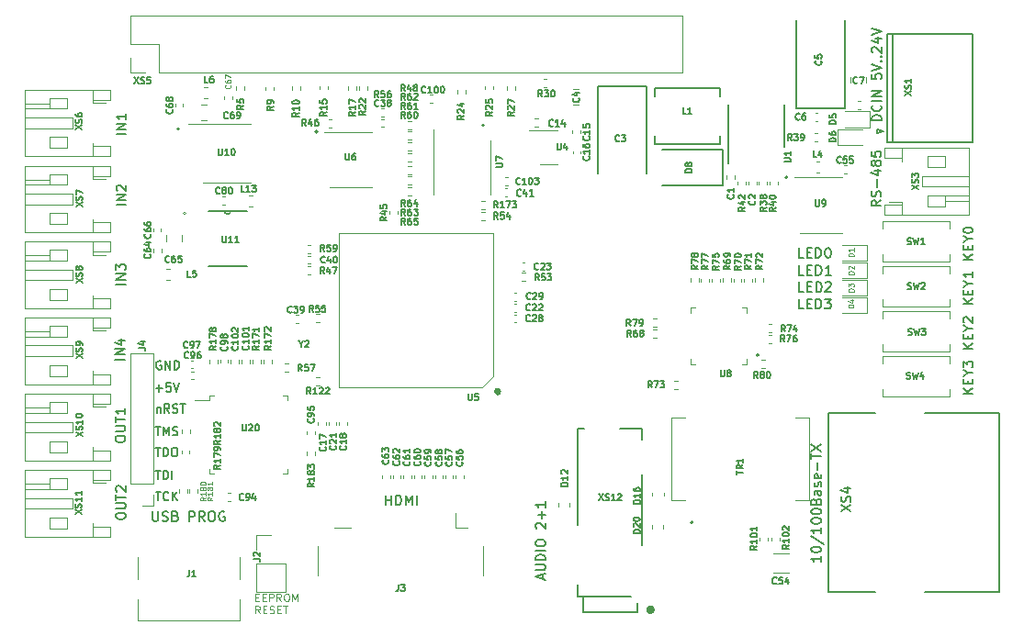
<source format=gbr>
%TF.GenerationSoftware,KiCad,Pcbnew,7.0.2*%
%TF.CreationDate,2023-10-25T01:51:14+05:00*%
%TF.ProjectId,Karnix_ASB,4b61726e-6978-45f4-9153-422e6b696361,V1.0*%
%TF.SameCoordinates,Original*%
%TF.FileFunction,Legend,Top*%
%TF.FilePolarity,Positive*%
%FSLAX46Y46*%
G04 Gerber Fmt 4.6, Leading zero omitted, Abs format (unit mm)*
G04 Created by KiCad (PCBNEW 7.0.2) date 2023-10-25 01:51:14*
%MOMM*%
%LPD*%
G01*
G04 APERTURE LIST*
%ADD10C,0.150000*%
%ADD11C,0.100000*%
%ADD12C,0.120000*%
%ADD13C,0.125000*%
%ADD14C,0.200000*%
%ADD15C,0.152400*%
%ADD16C,0.350000*%
%ADD17C,0.127000*%
%ADD18C,0.400000*%
G04 APERTURE END LIST*
D10*
X115129857Y-67675714D02*
X114229857Y-67675714D01*
X115129857Y-67247143D02*
X114229857Y-67247143D01*
X114229857Y-67247143D02*
X115129857Y-66732857D01*
X115129857Y-66732857D02*
X114229857Y-66732857D01*
X114229857Y-66390000D02*
X114229857Y-65832857D01*
X114229857Y-65832857D02*
X114572714Y-66132857D01*
X114572714Y-66132857D02*
X114572714Y-66004286D01*
X114572714Y-66004286D02*
X114615571Y-65918572D01*
X114615571Y-65918572D02*
X114658428Y-65875714D01*
X114658428Y-65875714D02*
X114744142Y-65832857D01*
X114744142Y-65832857D02*
X114958428Y-65832857D01*
X114958428Y-65832857D02*
X115044142Y-65875714D01*
X115044142Y-65875714D02*
X115087000Y-65918572D01*
X115087000Y-65918572D02*
X115129857Y-66004286D01*
X115129857Y-66004286D02*
X115129857Y-66261429D01*
X115129857Y-66261429D02*
X115087000Y-66347143D01*
X115087000Y-66347143D02*
X115044142Y-66390000D01*
X184784857Y-59936428D02*
X184356285Y-60236428D01*
X184784857Y-60450714D02*
X183884857Y-60450714D01*
X183884857Y-60450714D02*
X183884857Y-60107857D01*
X183884857Y-60107857D02*
X183927714Y-60022142D01*
X183927714Y-60022142D02*
X183970571Y-59979285D01*
X183970571Y-59979285D02*
X184056285Y-59936428D01*
X184056285Y-59936428D02*
X184184857Y-59936428D01*
X184184857Y-59936428D02*
X184270571Y-59979285D01*
X184270571Y-59979285D02*
X184313428Y-60022142D01*
X184313428Y-60022142D02*
X184356285Y-60107857D01*
X184356285Y-60107857D02*
X184356285Y-60450714D01*
X184742000Y-59593571D02*
X184784857Y-59465000D01*
X184784857Y-59465000D02*
X184784857Y-59250714D01*
X184784857Y-59250714D02*
X184742000Y-59165000D01*
X184742000Y-59165000D02*
X184699142Y-59122142D01*
X184699142Y-59122142D02*
X184613428Y-59079285D01*
X184613428Y-59079285D02*
X184527714Y-59079285D01*
X184527714Y-59079285D02*
X184442000Y-59122142D01*
X184442000Y-59122142D02*
X184399142Y-59165000D01*
X184399142Y-59165000D02*
X184356285Y-59250714D01*
X184356285Y-59250714D02*
X184313428Y-59422142D01*
X184313428Y-59422142D02*
X184270571Y-59507857D01*
X184270571Y-59507857D02*
X184227714Y-59550714D01*
X184227714Y-59550714D02*
X184142000Y-59593571D01*
X184142000Y-59593571D02*
X184056285Y-59593571D01*
X184056285Y-59593571D02*
X183970571Y-59550714D01*
X183970571Y-59550714D02*
X183927714Y-59507857D01*
X183927714Y-59507857D02*
X183884857Y-59422142D01*
X183884857Y-59422142D02*
X183884857Y-59207857D01*
X183884857Y-59207857D02*
X183927714Y-59079285D01*
X184442000Y-58693571D02*
X184442000Y-58007857D01*
X184184857Y-57193571D02*
X184784857Y-57193571D01*
X183842000Y-57407856D02*
X184484857Y-57622142D01*
X184484857Y-57622142D02*
X184484857Y-57064999D01*
X184270571Y-56593570D02*
X184227714Y-56679285D01*
X184227714Y-56679285D02*
X184184857Y-56722142D01*
X184184857Y-56722142D02*
X184099142Y-56764999D01*
X184099142Y-56764999D02*
X184056285Y-56764999D01*
X184056285Y-56764999D02*
X183970571Y-56722142D01*
X183970571Y-56722142D02*
X183927714Y-56679285D01*
X183927714Y-56679285D02*
X183884857Y-56593570D01*
X183884857Y-56593570D02*
X183884857Y-56422142D01*
X183884857Y-56422142D02*
X183927714Y-56336428D01*
X183927714Y-56336428D02*
X183970571Y-56293570D01*
X183970571Y-56293570D02*
X184056285Y-56250713D01*
X184056285Y-56250713D02*
X184099142Y-56250713D01*
X184099142Y-56250713D02*
X184184857Y-56293570D01*
X184184857Y-56293570D02*
X184227714Y-56336428D01*
X184227714Y-56336428D02*
X184270571Y-56422142D01*
X184270571Y-56422142D02*
X184270571Y-56593570D01*
X184270571Y-56593570D02*
X184313428Y-56679285D01*
X184313428Y-56679285D02*
X184356285Y-56722142D01*
X184356285Y-56722142D02*
X184442000Y-56764999D01*
X184442000Y-56764999D02*
X184613428Y-56764999D01*
X184613428Y-56764999D02*
X184699142Y-56722142D01*
X184699142Y-56722142D02*
X184742000Y-56679285D01*
X184742000Y-56679285D02*
X184784857Y-56593570D01*
X184784857Y-56593570D02*
X184784857Y-56422142D01*
X184784857Y-56422142D02*
X184742000Y-56336428D01*
X184742000Y-56336428D02*
X184699142Y-56293570D01*
X184699142Y-56293570D02*
X184613428Y-56250713D01*
X184613428Y-56250713D02*
X184442000Y-56250713D01*
X184442000Y-56250713D02*
X184356285Y-56293570D01*
X184356285Y-56293570D02*
X184313428Y-56336428D01*
X184313428Y-56336428D02*
X184270571Y-56422142D01*
X183884857Y-55436427D02*
X183884857Y-55864999D01*
X183884857Y-55864999D02*
X184313428Y-55907856D01*
X184313428Y-55907856D02*
X184270571Y-55864999D01*
X184270571Y-55864999D02*
X184227714Y-55779285D01*
X184227714Y-55779285D02*
X184227714Y-55564999D01*
X184227714Y-55564999D02*
X184270571Y-55479285D01*
X184270571Y-55479285D02*
X184313428Y-55436427D01*
X184313428Y-55436427D02*
X184399142Y-55393570D01*
X184399142Y-55393570D02*
X184613428Y-55393570D01*
X184613428Y-55393570D02*
X184699142Y-55436427D01*
X184699142Y-55436427D02*
X184742000Y-55479285D01*
X184742000Y-55479285D02*
X184784857Y-55564999D01*
X184784857Y-55564999D02*
X184784857Y-55779285D01*
X184784857Y-55779285D02*
X184742000Y-55864999D01*
X184742000Y-55864999D02*
X184699142Y-55907856D01*
X177672857Y-66859857D02*
X177244285Y-66859857D01*
X177244285Y-66859857D02*
X177244285Y-65959857D01*
X177972856Y-66388428D02*
X178272856Y-66388428D01*
X178401428Y-66859857D02*
X177972856Y-66859857D01*
X177972856Y-66859857D02*
X177972856Y-65959857D01*
X177972856Y-65959857D02*
X178401428Y-65959857D01*
X178787142Y-66859857D02*
X178787142Y-65959857D01*
X178787142Y-65959857D02*
X179001428Y-65959857D01*
X179001428Y-65959857D02*
X179129999Y-66002714D01*
X179129999Y-66002714D02*
X179215714Y-66088428D01*
X179215714Y-66088428D02*
X179258571Y-66174142D01*
X179258571Y-66174142D02*
X179301428Y-66345571D01*
X179301428Y-66345571D02*
X179301428Y-66474142D01*
X179301428Y-66474142D02*
X179258571Y-66645571D01*
X179258571Y-66645571D02*
X179215714Y-66731285D01*
X179215714Y-66731285D02*
X179129999Y-66817000D01*
X179129999Y-66817000D02*
X179001428Y-66859857D01*
X179001428Y-66859857D02*
X178787142Y-66859857D01*
X180158571Y-66859857D02*
X179644285Y-66859857D01*
X179901428Y-66859857D02*
X179901428Y-65959857D01*
X179901428Y-65959857D02*
X179815714Y-66088428D01*
X179815714Y-66088428D02*
X179729999Y-66174142D01*
X179729999Y-66174142D02*
X179644285Y-66217000D01*
X117930476Y-77277333D02*
X118540000Y-77277333D01*
X118235238Y-77582095D02*
X118235238Y-76972571D01*
X119301904Y-76782095D02*
X118920952Y-76782095D01*
X118920952Y-76782095D02*
X118882856Y-77163047D01*
X118882856Y-77163047D02*
X118920952Y-77124952D01*
X118920952Y-77124952D02*
X118997142Y-77086857D01*
X118997142Y-77086857D02*
X119187618Y-77086857D01*
X119187618Y-77086857D02*
X119263809Y-77124952D01*
X119263809Y-77124952D02*
X119301904Y-77163047D01*
X119301904Y-77163047D02*
X119339999Y-77239238D01*
X119339999Y-77239238D02*
X119339999Y-77429714D01*
X119339999Y-77429714D02*
X119301904Y-77505904D01*
X119301904Y-77505904D02*
X119263809Y-77544000D01*
X119263809Y-77544000D02*
X119187618Y-77582095D01*
X119187618Y-77582095D02*
X118997142Y-77582095D01*
X118997142Y-77582095D02*
X118920952Y-77544000D01*
X118920952Y-77544000D02*
X118882856Y-77505904D01*
X119568571Y-76782095D02*
X119835238Y-77582095D01*
X119835238Y-77582095D02*
X120101904Y-76782095D01*
X115069857Y-74615714D02*
X114169857Y-74615714D01*
X115069857Y-74187143D02*
X114169857Y-74187143D01*
X114169857Y-74187143D02*
X115069857Y-73672857D01*
X115069857Y-73672857D02*
X114169857Y-73672857D01*
X114469857Y-72858572D02*
X115069857Y-72858572D01*
X114127000Y-73072857D02*
X114769857Y-73287143D01*
X114769857Y-73287143D02*
X114769857Y-72730000D01*
X193239857Y-65392474D02*
X192339857Y-65392474D01*
X193239857Y-64878188D02*
X192725571Y-65263902D01*
X192339857Y-64878188D02*
X192854142Y-65392474D01*
X192768428Y-64492474D02*
X192768428Y-64192474D01*
X193239857Y-64063902D02*
X193239857Y-64492474D01*
X193239857Y-64492474D02*
X192339857Y-64492474D01*
X192339857Y-64492474D02*
X192339857Y-64063902D01*
X192811285Y-63506759D02*
X193239857Y-63506759D01*
X192339857Y-63806759D02*
X192811285Y-63506759D01*
X192811285Y-63506759D02*
X192339857Y-63206759D01*
X192339857Y-62735330D02*
X192339857Y-62649616D01*
X192339857Y-62649616D02*
X192382714Y-62563902D01*
X192382714Y-62563902D02*
X192425571Y-62521045D01*
X192425571Y-62521045D02*
X192511285Y-62478187D01*
X192511285Y-62478187D02*
X192682714Y-62435330D01*
X192682714Y-62435330D02*
X192897000Y-62435330D01*
X192897000Y-62435330D02*
X193068428Y-62478187D01*
X193068428Y-62478187D02*
X193154142Y-62521045D01*
X193154142Y-62521045D02*
X193197000Y-62563902D01*
X193197000Y-62563902D02*
X193239857Y-62649616D01*
X193239857Y-62649616D02*
X193239857Y-62735330D01*
X193239857Y-62735330D02*
X193197000Y-62821045D01*
X193197000Y-62821045D02*
X193154142Y-62863902D01*
X193154142Y-62863902D02*
X193068428Y-62906759D01*
X193068428Y-62906759D02*
X192897000Y-62949616D01*
X192897000Y-62949616D02*
X192682714Y-62949616D01*
X192682714Y-62949616D02*
X192511285Y-62906759D01*
X192511285Y-62906759D02*
X192425571Y-62863902D01*
X192425571Y-62863902D02*
X192382714Y-62821045D01*
X192382714Y-62821045D02*
X192339857Y-62735330D01*
X117916190Y-86832095D02*
X118373333Y-86832095D01*
X118144761Y-87632095D02*
X118144761Y-86832095D01*
X119097143Y-87555904D02*
X119059047Y-87594000D01*
X119059047Y-87594000D02*
X118944762Y-87632095D01*
X118944762Y-87632095D02*
X118868571Y-87632095D01*
X118868571Y-87632095D02*
X118754285Y-87594000D01*
X118754285Y-87594000D02*
X118678095Y-87517809D01*
X118678095Y-87517809D02*
X118640000Y-87441619D01*
X118640000Y-87441619D02*
X118601904Y-87289238D01*
X118601904Y-87289238D02*
X118601904Y-87174952D01*
X118601904Y-87174952D02*
X118640000Y-87022571D01*
X118640000Y-87022571D02*
X118678095Y-86946380D01*
X118678095Y-86946380D02*
X118754285Y-86870190D01*
X118754285Y-86870190D02*
X118868571Y-86832095D01*
X118868571Y-86832095D02*
X118944762Y-86832095D01*
X118944762Y-86832095D02*
X119059047Y-86870190D01*
X119059047Y-86870190D02*
X119097143Y-86908285D01*
X119440000Y-87632095D02*
X119440000Y-86832095D01*
X119897143Y-87632095D02*
X119554285Y-87174952D01*
X119897143Y-86832095D02*
X119440000Y-87289238D01*
D11*
X127121666Y-96553666D02*
X127355000Y-96553666D01*
X127455000Y-96920333D02*
X127121666Y-96920333D01*
X127121666Y-96920333D02*
X127121666Y-96220333D01*
X127121666Y-96220333D02*
X127455000Y-96220333D01*
X127754999Y-96553666D02*
X127988333Y-96553666D01*
X128088333Y-96920333D02*
X127754999Y-96920333D01*
X127754999Y-96920333D02*
X127754999Y-96220333D01*
X127754999Y-96220333D02*
X128088333Y-96220333D01*
X128388332Y-96920333D02*
X128388332Y-96220333D01*
X128388332Y-96220333D02*
X128654999Y-96220333D01*
X128654999Y-96220333D02*
X128721666Y-96253666D01*
X128721666Y-96253666D02*
X128754999Y-96287000D01*
X128754999Y-96287000D02*
X128788332Y-96353666D01*
X128788332Y-96353666D02*
X128788332Y-96453666D01*
X128788332Y-96453666D02*
X128754999Y-96520333D01*
X128754999Y-96520333D02*
X128721666Y-96553666D01*
X128721666Y-96553666D02*
X128654999Y-96587000D01*
X128654999Y-96587000D02*
X128388332Y-96587000D01*
X129488332Y-96920333D02*
X129254999Y-96587000D01*
X129088332Y-96920333D02*
X129088332Y-96220333D01*
X129088332Y-96220333D02*
X129354999Y-96220333D01*
X129354999Y-96220333D02*
X129421666Y-96253666D01*
X129421666Y-96253666D02*
X129454999Y-96287000D01*
X129454999Y-96287000D02*
X129488332Y-96353666D01*
X129488332Y-96353666D02*
X129488332Y-96453666D01*
X129488332Y-96453666D02*
X129454999Y-96520333D01*
X129454999Y-96520333D02*
X129421666Y-96553666D01*
X129421666Y-96553666D02*
X129354999Y-96587000D01*
X129354999Y-96587000D02*
X129088332Y-96587000D01*
X129921666Y-96220333D02*
X130054999Y-96220333D01*
X130054999Y-96220333D02*
X130121666Y-96253666D01*
X130121666Y-96253666D02*
X130188332Y-96320333D01*
X130188332Y-96320333D02*
X130221666Y-96453666D01*
X130221666Y-96453666D02*
X130221666Y-96687000D01*
X130221666Y-96687000D02*
X130188332Y-96820333D01*
X130188332Y-96820333D02*
X130121666Y-96887000D01*
X130121666Y-96887000D02*
X130054999Y-96920333D01*
X130054999Y-96920333D02*
X129921666Y-96920333D01*
X129921666Y-96920333D02*
X129854999Y-96887000D01*
X129854999Y-96887000D02*
X129788332Y-96820333D01*
X129788332Y-96820333D02*
X129754999Y-96687000D01*
X129754999Y-96687000D02*
X129754999Y-96453666D01*
X129754999Y-96453666D02*
X129788332Y-96320333D01*
X129788332Y-96320333D02*
X129854999Y-96253666D01*
X129854999Y-96253666D02*
X129921666Y-96220333D01*
X130521665Y-96920333D02*
X130521665Y-96220333D01*
X130521665Y-96220333D02*
X130754999Y-96720333D01*
X130754999Y-96720333D02*
X130988332Y-96220333D01*
X130988332Y-96220333D02*
X130988332Y-96920333D01*
X127521666Y-98054333D02*
X127288333Y-97721000D01*
X127121666Y-98054333D02*
X127121666Y-97354333D01*
X127121666Y-97354333D02*
X127388333Y-97354333D01*
X127388333Y-97354333D02*
X127455000Y-97387666D01*
X127455000Y-97387666D02*
X127488333Y-97421000D01*
X127488333Y-97421000D02*
X127521666Y-97487666D01*
X127521666Y-97487666D02*
X127521666Y-97587666D01*
X127521666Y-97587666D02*
X127488333Y-97654333D01*
X127488333Y-97654333D02*
X127455000Y-97687666D01*
X127455000Y-97687666D02*
X127388333Y-97721000D01*
X127388333Y-97721000D02*
X127121666Y-97721000D01*
X127821666Y-97687666D02*
X128055000Y-97687666D01*
X128155000Y-98054333D02*
X127821666Y-98054333D01*
X127821666Y-98054333D02*
X127821666Y-97354333D01*
X127821666Y-97354333D02*
X128155000Y-97354333D01*
X128421666Y-98021000D02*
X128521666Y-98054333D01*
X128521666Y-98054333D02*
X128688333Y-98054333D01*
X128688333Y-98054333D02*
X128754999Y-98021000D01*
X128754999Y-98021000D02*
X128788333Y-97987666D01*
X128788333Y-97987666D02*
X128821666Y-97921000D01*
X128821666Y-97921000D02*
X128821666Y-97854333D01*
X128821666Y-97854333D02*
X128788333Y-97787666D01*
X128788333Y-97787666D02*
X128754999Y-97754333D01*
X128754999Y-97754333D02*
X128688333Y-97721000D01*
X128688333Y-97721000D02*
X128554999Y-97687666D01*
X128554999Y-97687666D02*
X128488333Y-97654333D01*
X128488333Y-97654333D02*
X128454999Y-97621000D01*
X128454999Y-97621000D02*
X128421666Y-97554333D01*
X128421666Y-97554333D02*
X128421666Y-97487666D01*
X128421666Y-97487666D02*
X128454999Y-97421000D01*
X128454999Y-97421000D02*
X128488333Y-97387666D01*
X128488333Y-97387666D02*
X128554999Y-97354333D01*
X128554999Y-97354333D02*
X128721666Y-97354333D01*
X128721666Y-97354333D02*
X128821666Y-97387666D01*
X129121666Y-97687666D02*
X129355000Y-97687666D01*
X129455000Y-98054333D02*
X129121666Y-98054333D01*
X129121666Y-98054333D02*
X129121666Y-97354333D01*
X129121666Y-97354333D02*
X129455000Y-97354333D01*
X129654999Y-97354333D02*
X130054999Y-97354333D01*
X129854999Y-98054333D02*
X129854999Y-97354333D01*
D10*
X117634285Y-88634857D02*
X117634285Y-89363428D01*
X117634285Y-89363428D02*
X117677142Y-89449142D01*
X117677142Y-89449142D02*
X117720000Y-89492000D01*
X117720000Y-89492000D02*
X117805714Y-89534857D01*
X117805714Y-89534857D02*
X117977142Y-89534857D01*
X117977142Y-89534857D02*
X118062857Y-89492000D01*
X118062857Y-89492000D02*
X118105714Y-89449142D01*
X118105714Y-89449142D02*
X118148571Y-89363428D01*
X118148571Y-89363428D02*
X118148571Y-88634857D01*
X118534285Y-89492000D02*
X118662857Y-89534857D01*
X118662857Y-89534857D02*
X118877142Y-89534857D01*
X118877142Y-89534857D02*
X118962857Y-89492000D01*
X118962857Y-89492000D02*
X119005714Y-89449142D01*
X119005714Y-89449142D02*
X119048571Y-89363428D01*
X119048571Y-89363428D02*
X119048571Y-89277714D01*
X119048571Y-89277714D02*
X119005714Y-89192000D01*
X119005714Y-89192000D02*
X118962857Y-89149142D01*
X118962857Y-89149142D02*
X118877142Y-89106285D01*
X118877142Y-89106285D02*
X118705714Y-89063428D01*
X118705714Y-89063428D02*
X118619999Y-89020571D01*
X118619999Y-89020571D02*
X118577142Y-88977714D01*
X118577142Y-88977714D02*
X118534285Y-88892000D01*
X118534285Y-88892000D02*
X118534285Y-88806285D01*
X118534285Y-88806285D02*
X118577142Y-88720571D01*
X118577142Y-88720571D02*
X118619999Y-88677714D01*
X118619999Y-88677714D02*
X118705714Y-88634857D01*
X118705714Y-88634857D02*
X118919999Y-88634857D01*
X118919999Y-88634857D02*
X119048571Y-88677714D01*
X119734285Y-89063428D02*
X119862857Y-89106285D01*
X119862857Y-89106285D02*
X119905714Y-89149142D01*
X119905714Y-89149142D02*
X119948571Y-89234857D01*
X119948571Y-89234857D02*
X119948571Y-89363428D01*
X119948571Y-89363428D02*
X119905714Y-89449142D01*
X119905714Y-89449142D02*
X119862857Y-89492000D01*
X119862857Y-89492000D02*
X119777142Y-89534857D01*
X119777142Y-89534857D02*
X119434285Y-89534857D01*
X119434285Y-89534857D02*
X119434285Y-88634857D01*
X119434285Y-88634857D02*
X119734285Y-88634857D01*
X119734285Y-88634857D02*
X119820000Y-88677714D01*
X119820000Y-88677714D02*
X119862857Y-88720571D01*
X119862857Y-88720571D02*
X119905714Y-88806285D01*
X119905714Y-88806285D02*
X119905714Y-88892000D01*
X119905714Y-88892000D02*
X119862857Y-88977714D01*
X119862857Y-88977714D02*
X119820000Y-89020571D01*
X119820000Y-89020571D02*
X119734285Y-89063428D01*
X119734285Y-89063428D02*
X119434285Y-89063428D01*
X121019999Y-89534857D02*
X121019999Y-88634857D01*
X121019999Y-88634857D02*
X121362856Y-88634857D01*
X121362856Y-88634857D02*
X121448571Y-88677714D01*
X121448571Y-88677714D02*
X121491428Y-88720571D01*
X121491428Y-88720571D02*
X121534285Y-88806285D01*
X121534285Y-88806285D02*
X121534285Y-88934857D01*
X121534285Y-88934857D02*
X121491428Y-89020571D01*
X121491428Y-89020571D02*
X121448571Y-89063428D01*
X121448571Y-89063428D02*
X121362856Y-89106285D01*
X121362856Y-89106285D02*
X121019999Y-89106285D01*
X122434285Y-89534857D02*
X122134285Y-89106285D01*
X121919999Y-89534857D02*
X121919999Y-88634857D01*
X121919999Y-88634857D02*
X122262856Y-88634857D01*
X122262856Y-88634857D02*
X122348571Y-88677714D01*
X122348571Y-88677714D02*
X122391428Y-88720571D01*
X122391428Y-88720571D02*
X122434285Y-88806285D01*
X122434285Y-88806285D02*
X122434285Y-88934857D01*
X122434285Y-88934857D02*
X122391428Y-89020571D01*
X122391428Y-89020571D02*
X122348571Y-89063428D01*
X122348571Y-89063428D02*
X122262856Y-89106285D01*
X122262856Y-89106285D02*
X121919999Y-89106285D01*
X122991428Y-88634857D02*
X123162856Y-88634857D01*
X123162856Y-88634857D02*
X123248571Y-88677714D01*
X123248571Y-88677714D02*
X123334285Y-88763428D01*
X123334285Y-88763428D02*
X123377142Y-88934857D01*
X123377142Y-88934857D02*
X123377142Y-89234857D01*
X123377142Y-89234857D02*
X123334285Y-89406285D01*
X123334285Y-89406285D02*
X123248571Y-89492000D01*
X123248571Y-89492000D02*
X123162856Y-89534857D01*
X123162856Y-89534857D02*
X122991428Y-89534857D01*
X122991428Y-89534857D02*
X122905714Y-89492000D01*
X122905714Y-89492000D02*
X122819999Y-89406285D01*
X122819999Y-89406285D02*
X122777142Y-89234857D01*
X122777142Y-89234857D02*
X122777142Y-88934857D01*
X122777142Y-88934857D02*
X122819999Y-88763428D01*
X122819999Y-88763428D02*
X122905714Y-88677714D01*
X122905714Y-88677714D02*
X122991428Y-88634857D01*
X124234285Y-88677714D02*
X124148571Y-88634857D01*
X124148571Y-88634857D02*
X124019999Y-88634857D01*
X124019999Y-88634857D02*
X123891428Y-88677714D01*
X123891428Y-88677714D02*
X123805713Y-88763428D01*
X123805713Y-88763428D02*
X123762856Y-88849142D01*
X123762856Y-88849142D02*
X123719999Y-89020571D01*
X123719999Y-89020571D02*
X123719999Y-89149142D01*
X123719999Y-89149142D02*
X123762856Y-89320571D01*
X123762856Y-89320571D02*
X123805713Y-89406285D01*
X123805713Y-89406285D02*
X123891428Y-89492000D01*
X123891428Y-89492000D02*
X124019999Y-89534857D01*
X124019999Y-89534857D02*
X124105713Y-89534857D01*
X124105713Y-89534857D02*
X124234285Y-89492000D01*
X124234285Y-89492000D02*
X124277142Y-89449142D01*
X124277142Y-89449142D02*
X124277142Y-89149142D01*
X124277142Y-89149142D02*
X124105713Y-89149142D01*
X153574714Y-94889571D02*
X153574714Y-94461000D01*
X153831857Y-94975285D02*
X152931857Y-94675285D01*
X152931857Y-94675285D02*
X153831857Y-94375285D01*
X152931857Y-94075285D02*
X153660428Y-94075285D01*
X153660428Y-94075285D02*
X153746142Y-94032428D01*
X153746142Y-94032428D02*
X153789000Y-93989571D01*
X153789000Y-93989571D02*
X153831857Y-93903856D01*
X153831857Y-93903856D02*
X153831857Y-93732428D01*
X153831857Y-93732428D02*
X153789000Y-93646713D01*
X153789000Y-93646713D02*
X153746142Y-93603856D01*
X153746142Y-93603856D02*
X153660428Y-93560999D01*
X153660428Y-93560999D02*
X152931857Y-93560999D01*
X153831857Y-93132428D02*
X152931857Y-93132428D01*
X152931857Y-93132428D02*
X152931857Y-92918142D01*
X152931857Y-92918142D02*
X152974714Y-92789571D01*
X152974714Y-92789571D02*
X153060428Y-92703856D01*
X153060428Y-92703856D02*
X153146142Y-92660999D01*
X153146142Y-92660999D02*
X153317571Y-92618142D01*
X153317571Y-92618142D02*
X153446142Y-92618142D01*
X153446142Y-92618142D02*
X153617571Y-92660999D01*
X153617571Y-92660999D02*
X153703285Y-92703856D01*
X153703285Y-92703856D02*
X153789000Y-92789571D01*
X153789000Y-92789571D02*
X153831857Y-92918142D01*
X153831857Y-92918142D02*
X153831857Y-93132428D01*
X153831857Y-92232428D02*
X152931857Y-92232428D01*
X152931857Y-91632428D02*
X152931857Y-91461000D01*
X152931857Y-91461000D02*
X152974714Y-91375285D01*
X152974714Y-91375285D02*
X153060428Y-91289571D01*
X153060428Y-91289571D02*
X153231857Y-91246714D01*
X153231857Y-91246714D02*
X153531857Y-91246714D01*
X153531857Y-91246714D02*
X153703285Y-91289571D01*
X153703285Y-91289571D02*
X153789000Y-91375285D01*
X153789000Y-91375285D02*
X153831857Y-91461000D01*
X153831857Y-91461000D02*
X153831857Y-91632428D01*
X153831857Y-91632428D02*
X153789000Y-91718143D01*
X153789000Y-91718143D02*
X153703285Y-91803857D01*
X153703285Y-91803857D02*
X153531857Y-91846714D01*
X153531857Y-91846714D02*
X153231857Y-91846714D01*
X153231857Y-91846714D02*
X153060428Y-91803857D01*
X153060428Y-91803857D02*
X152974714Y-91718143D01*
X152974714Y-91718143D02*
X152931857Y-91632428D01*
X153017571Y-90218143D02*
X152974714Y-90175286D01*
X152974714Y-90175286D02*
X152931857Y-90089572D01*
X152931857Y-90089572D02*
X152931857Y-89875286D01*
X152931857Y-89875286D02*
X152974714Y-89789572D01*
X152974714Y-89789572D02*
X153017571Y-89746714D01*
X153017571Y-89746714D02*
X153103285Y-89703857D01*
X153103285Y-89703857D02*
X153189000Y-89703857D01*
X153189000Y-89703857D02*
X153317571Y-89746714D01*
X153317571Y-89746714D02*
X153831857Y-90261000D01*
X153831857Y-90261000D02*
X153831857Y-89703857D01*
X153489000Y-89318143D02*
X153489000Y-88632429D01*
X153831857Y-88975286D02*
X153146142Y-88975286D01*
X153831857Y-87732428D02*
X153831857Y-88246714D01*
X153831857Y-87989571D02*
X152931857Y-87989571D01*
X152931857Y-87989571D02*
X153060428Y-88075285D01*
X153060428Y-88075285D02*
X153146142Y-88161000D01*
X153146142Y-88161000D02*
X153189000Y-88246714D01*
X177662857Y-69924857D02*
X177234285Y-69924857D01*
X177234285Y-69924857D02*
X177234285Y-69024857D01*
X177962856Y-69453428D02*
X178262856Y-69453428D01*
X178391428Y-69924857D02*
X177962856Y-69924857D01*
X177962856Y-69924857D02*
X177962856Y-69024857D01*
X177962856Y-69024857D02*
X178391428Y-69024857D01*
X178777142Y-69924857D02*
X178777142Y-69024857D01*
X178777142Y-69024857D02*
X178991428Y-69024857D01*
X178991428Y-69024857D02*
X179119999Y-69067714D01*
X179119999Y-69067714D02*
X179205714Y-69153428D01*
X179205714Y-69153428D02*
X179248571Y-69239142D01*
X179248571Y-69239142D02*
X179291428Y-69410571D01*
X179291428Y-69410571D02*
X179291428Y-69539142D01*
X179291428Y-69539142D02*
X179248571Y-69710571D01*
X179248571Y-69710571D02*
X179205714Y-69796285D01*
X179205714Y-69796285D02*
X179119999Y-69882000D01*
X179119999Y-69882000D02*
X178991428Y-69924857D01*
X178991428Y-69924857D02*
X178777142Y-69924857D01*
X179591428Y-69024857D02*
X180148571Y-69024857D01*
X180148571Y-69024857D02*
X179848571Y-69367714D01*
X179848571Y-69367714D02*
X179977142Y-69367714D01*
X179977142Y-69367714D02*
X180062857Y-69410571D01*
X180062857Y-69410571D02*
X180105714Y-69453428D01*
X180105714Y-69453428D02*
X180148571Y-69539142D01*
X180148571Y-69539142D02*
X180148571Y-69753428D01*
X180148571Y-69753428D02*
X180105714Y-69839142D01*
X180105714Y-69839142D02*
X180062857Y-69882000D01*
X180062857Y-69882000D02*
X179977142Y-69924857D01*
X179977142Y-69924857D02*
X179719999Y-69924857D01*
X179719999Y-69924857D02*
X179634285Y-69882000D01*
X179634285Y-69882000D02*
X179591428Y-69839142D01*
X193239857Y-77765714D02*
X192339857Y-77765714D01*
X193239857Y-77251428D02*
X192725571Y-77637142D01*
X192339857Y-77251428D02*
X192854142Y-77765714D01*
X192768428Y-76865714D02*
X192768428Y-76565714D01*
X193239857Y-76437142D02*
X193239857Y-76865714D01*
X193239857Y-76865714D02*
X192339857Y-76865714D01*
X192339857Y-76865714D02*
X192339857Y-76437142D01*
X192811285Y-75879999D02*
X193239857Y-75879999D01*
X192339857Y-76179999D02*
X192811285Y-75879999D01*
X192811285Y-75879999D02*
X192339857Y-75579999D01*
X192339857Y-75365713D02*
X192339857Y-74808570D01*
X192339857Y-74808570D02*
X192682714Y-75108570D01*
X192682714Y-75108570D02*
X192682714Y-74979999D01*
X192682714Y-74979999D02*
X192725571Y-74894285D01*
X192725571Y-74894285D02*
X192768428Y-74851427D01*
X192768428Y-74851427D02*
X192854142Y-74808570D01*
X192854142Y-74808570D02*
X193068428Y-74808570D01*
X193068428Y-74808570D02*
X193154142Y-74851427D01*
X193154142Y-74851427D02*
X193197000Y-74894285D01*
X193197000Y-74894285D02*
X193239857Y-74979999D01*
X193239857Y-74979999D02*
X193239857Y-75237142D01*
X193239857Y-75237142D02*
X193197000Y-75322856D01*
X193197000Y-75322856D02*
X193154142Y-75365713D01*
X193239857Y-73641301D02*
X192339857Y-73641301D01*
X193239857Y-73127015D02*
X192725571Y-73512729D01*
X192339857Y-73127015D02*
X192854142Y-73641301D01*
X192768428Y-72741301D02*
X192768428Y-72441301D01*
X193239857Y-72312729D02*
X193239857Y-72741301D01*
X193239857Y-72741301D02*
X192339857Y-72741301D01*
X192339857Y-72741301D02*
X192339857Y-72312729D01*
X192811285Y-71755586D02*
X193239857Y-71755586D01*
X192339857Y-72055586D02*
X192811285Y-71755586D01*
X192811285Y-71755586D02*
X192339857Y-71455586D01*
X192425571Y-71198443D02*
X192382714Y-71155586D01*
X192382714Y-71155586D02*
X192339857Y-71069872D01*
X192339857Y-71069872D02*
X192339857Y-70855586D01*
X192339857Y-70855586D02*
X192382714Y-70769872D01*
X192382714Y-70769872D02*
X192425571Y-70727014D01*
X192425571Y-70727014D02*
X192511285Y-70684157D01*
X192511285Y-70684157D02*
X192597000Y-70684157D01*
X192597000Y-70684157D02*
X192725571Y-70727014D01*
X192725571Y-70727014D02*
X193239857Y-71241300D01*
X193239857Y-71241300D02*
X193239857Y-70684157D01*
X193239857Y-69516888D02*
X192339857Y-69516888D01*
X193239857Y-69002602D02*
X192725571Y-69388316D01*
X192339857Y-69002602D02*
X192854142Y-69516888D01*
X192768428Y-68616888D02*
X192768428Y-68316888D01*
X193239857Y-68188316D02*
X193239857Y-68616888D01*
X193239857Y-68616888D02*
X192339857Y-68616888D01*
X192339857Y-68616888D02*
X192339857Y-68188316D01*
X192811285Y-67631173D02*
X193239857Y-67631173D01*
X192339857Y-67931173D02*
X192811285Y-67631173D01*
X192811285Y-67631173D02*
X192339857Y-67331173D01*
X193239857Y-66559744D02*
X193239857Y-67074030D01*
X193239857Y-66816887D02*
X192339857Y-66816887D01*
X192339857Y-66816887D02*
X192468428Y-66902601D01*
X192468428Y-66902601D02*
X192554142Y-66988316D01*
X192554142Y-66988316D02*
X192597000Y-67074030D01*
X115189857Y-53835714D02*
X114289857Y-53835714D01*
X115189857Y-53407143D02*
X114289857Y-53407143D01*
X114289857Y-53407143D02*
X115189857Y-52892857D01*
X115189857Y-52892857D02*
X114289857Y-52892857D01*
X115189857Y-51992857D02*
X115189857Y-52507143D01*
X115189857Y-52250000D02*
X114289857Y-52250000D01*
X114289857Y-52250000D02*
X114418428Y-52335714D01*
X114418428Y-52335714D02*
X114504142Y-52421429D01*
X114504142Y-52421429D02*
X114547000Y-52507143D01*
X184839857Y-52595714D02*
X183939857Y-52595714D01*
X183939857Y-52595714D02*
X183939857Y-52381428D01*
X183939857Y-52381428D02*
X183982714Y-52252857D01*
X183982714Y-52252857D02*
X184068428Y-52167142D01*
X184068428Y-52167142D02*
X184154142Y-52124285D01*
X184154142Y-52124285D02*
X184325571Y-52081428D01*
X184325571Y-52081428D02*
X184454142Y-52081428D01*
X184454142Y-52081428D02*
X184625571Y-52124285D01*
X184625571Y-52124285D02*
X184711285Y-52167142D01*
X184711285Y-52167142D02*
X184797000Y-52252857D01*
X184797000Y-52252857D02*
X184839857Y-52381428D01*
X184839857Y-52381428D02*
X184839857Y-52595714D01*
X184754142Y-51181428D02*
X184797000Y-51224285D01*
X184797000Y-51224285D02*
X184839857Y-51352857D01*
X184839857Y-51352857D02*
X184839857Y-51438571D01*
X184839857Y-51438571D02*
X184797000Y-51567142D01*
X184797000Y-51567142D02*
X184711285Y-51652857D01*
X184711285Y-51652857D02*
X184625571Y-51695714D01*
X184625571Y-51695714D02*
X184454142Y-51738571D01*
X184454142Y-51738571D02*
X184325571Y-51738571D01*
X184325571Y-51738571D02*
X184154142Y-51695714D01*
X184154142Y-51695714D02*
X184068428Y-51652857D01*
X184068428Y-51652857D02*
X183982714Y-51567142D01*
X183982714Y-51567142D02*
X183939857Y-51438571D01*
X183939857Y-51438571D02*
X183939857Y-51352857D01*
X183939857Y-51352857D02*
X183982714Y-51224285D01*
X183982714Y-51224285D02*
X184025571Y-51181428D01*
X184839857Y-50795714D02*
X183939857Y-50795714D01*
X184839857Y-50367143D02*
X183939857Y-50367143D01*
X183939857Y-50367143D02*
X184839857Y-49852857D01*
X184839857Y-49852857D02*
X183939857Y-49852857D01*
X183939857Y-48310000D02*
X183939857Y-48738572D01*
X183939857Y-48738572D02*
X184368428Y-48781429D01*
X184368428Y-48781429D02*
X184325571Y-48738572D01*
X184325571Y-48738572D02*
X184282714Y-48652858D01*
X184282714Y-48652858D02*
X184282714Y-48438572D01*
X184282714Y-48438572D02*
X184325571Y-48352858D01*
X184325571Y-48352858D02*
X184368428Y-48310000D01*
X184368428Y-48310000D02*
X184454142Y-48267143D01*
X184454142Y-48267143D02*
X184668428Y-48267143D01*
X184668428Y-48267143D02*
X184754142Y-48310000D01*
X184754142Y-48310000D02*
X184797000Y-48352858D01*
X184797000Y-48352858D02*
X184839857Y-48438572D01*
X184839857Y-48438572D02*
X184839857Y-48652858D01*
X184839857Y-48652858D02*
X184797000Y-48738572D01*
X184797000Y-48738572D02*
X184754142Y-48781429D01*
X183939857Y-48010000D02*
X184839857Y-47710000D01*
X184839857Y-47710000D02*
X183939857Y-47410000D01*
X184754142Y-47110000D02*
X184797000Y-47067143D01*
X184797000Y-47067143D02*
X184839857Y-47110000D01*
X184839857Y-47110000D02*
X184797000Y-47152857D01*
X184797000Y-47152857D02*
X184754142Y-47110000D01*
X184754142Y-47110000D02*
X184839857Y-47110000D01*
X184754142Y-46681429D02*
X184797000Y-46638572D01*
X184797000Y-46638572D02*
X184839857Y-46681429D01*
X184839857Y-46681429D02*
X184797000Y-46724286D01*
X184797000Y-46724286D02*
X184754142Y-46681429D01*
X184754142Y-46681429D02*
X184839857Y-46681429D01*
X184025571Y-46295715D02*
X183982714Y-46252858D01*
X183982714Y-46252858D02*
X183939857Y-46167144D01*
X183939857Y-46167144D02*
X183939857Y-45952858D01*
X183939857Y-45952858D02*
X183982714Y-45867144D01*
X183982714Y-45867144D02*
X184025571Y-45824286D01*
X184025571Y-45824286D02*
X184111285Y-45781429D01*
X184111285Y-45781429D02*
X184197000Y-45781429D01*
X184197000Y-45781429D02*
X184325571Y-45824286D01*
X184325571Y-45824286D02*
X184839857Y-46338572D01*
X184839857Y-46338572D02*
X184839857Y-45781429D01*
X184239857Y-45010001D02*
X184839857Y-45010001D01*
X183897000Y-45224286D02*
X184539857Y-45438572D01*
X184539857Y-45438572D02*
X184539857Y-44881429D01*
X183939857Y-44667143D02*
X184839857Y-44367143D01*
X184839857Y-44367143D02*
X183939857Y-44067143D01*
X177662857Y-65229857D02*
X177234285Y-65229857D01*
X177234285Y-65229857D02*
X177234285Y-64329857D01*
X177962856Y-64758428D02*
X178262856Y-64758428D01*
X178391428Y-65229857D02*
X177962856Y-65229857D01*
X177962856Y-65229857D02*
X177962856Y-64329857D01*
X177962856Y-64329857D02*
X178391428Y-64329857D01*
X178777142Y-65229857D02*
X178777142Y-64329857D01*
X178777142Y-64329857D02*
X178991428Y-64329857D01*
X178991428Y-64329857D02*
X179119999Y-64372714D01*
X179119999Y-64372714D02*
X179205714Y-64458428D01*
X179205714Y-64458428D02*
X179248571Y-64544142D01*
X179248571Y-64544142D02*
X179291428Y-64715571D01*
X179291428Y-64715571D02*
X179291428Y-64844142D01*
X179291428Y-64844142D02*
X179248571Y-65015571D01*
X179248571Y-65015571D02*
X179205714Y-65101285D01*
X179205714Y-65101285D02*
X179119999Y-65187000D01*
X179119999Y-65187000D02*
X178991428Y-65229857D01*
X178991428Y-65229857D02*
X178777142Y-65229857D01*
X179848571Y-64329857D02*
X179934285Y-64329857D01*
X179934285Y-64329857D02*
X180019999Y-64372714D01*
X180019999Y-64372714D02*
X180062857Y-64415571D01*
X180062857Y-64415571D02*
X180105714Y-64501285D01*
X180105714Y-64501285D02*
X180148571Y-64672714D01*
X180148571Y-64672714D02*
X180148571Y-64887000D01*
X180148571Y-64887000D02*
X180105714Y-65058428D01*
X180105714Y-65058428D02*
X180062857Y-65144142D01*
X180062857Y-65144142D02*
X180019999Y-65187000D01*
X180019999Y-65187000D02*
X179934285Y-65229857D01*
X179934285Y-65229857D02*
X179848571Y-65229857D01*
X179848571Y-65229857D02*
X179762857Y-65187000D01*
X179762857Y-65187000D02*
X179719999Y-65144142D01*
X179719999Y-65144142D02*
X179677142Y-65058428D01*
X179677142Y-65058428D02*
X179634285Y-64887000D01*
X179634285Y-64887000D02*
X179634285Y-64672714D01*
X179634285Y-64672714D02*
X179677142Y-64501285D01*
X179677142Y-64501285D02*
X179719999Y-64415571D01*
X179719999Y-64415571D02*
X179762857Y-64372714D01*
X179762857Y-64372714D02*
X179848571Y-64329857D01*
X117896190Y-82757095D02*
X118353333Y-82757095D01*
X118124761Y-83557095D02*
X118124761Y-82757095D01*
X118620000Y-83557095D02*
X118620000Y-82757095D01*
X118620000Y-82757095D02*
X118810476Y-82757095D01*
X118810476Y-82757095D02*
X118924762Y-82795190D01*
X118924762Y-82795190D02*
X119000952Y-82871380D01*
X119000952Y-82871380D02*
X119039047Y-82947571D01*
X119039047Y-82947571D02*
X119077143Y-83099952D01*
X119077143Y-83099952D02*
X119077143Y-83214238D01*
X119077143Y-83214238D02*
X119039047Y-83366619D01*
X119039047Y-83366619D02*
X119000952Y-83442809D01*
X119000952Y-83442809D02*
X118924762Y-83519000D01*
X118924762Y-83519000D02*
X118810476Y-83557095D01*
X118810476Y-83557095D02*
X118620000Y-83557095D01*
X119572381Y-82757095D02*
X119724762Y-82757095D01*
X119724762Y-82757095D02*
X119800952Y-82795190D01*
X119800952Y-82795190D02*
X119877143Y-82871380D01*
X119877143Y-82871380D02*
X119915238Y-83023761D01*
X119915238Y-83023761D02*
X119915238Y-83290428D01*
X119915238Y-83290428D02*
X119877143Y-83442809D01*
X119877143Y-83442809D02*
X119800952Y-83519000D01*
X119800952Y-83519000D02*
X119724762Y-83557095D01*
X119724762Y-83557095D02*
X119572381Y-83557095D01*
X119572381Y-83557095D02*
X119496190Y-83519000D01*
X119496190Y-83519000D02*
X119420000Y-83442809D01*
X119420000Y-83442809D02*
X119381904Y-83290428D01*
X119381904Y-83290428D02*
X119381904Y-83023761D01*
X119381904Y-83023761D02*
X119420000Y-82871380D01*
X119420000Y-82871380D02*
X119496190Y-82795190D01*
X119496190Y-82795190D02*
X119572381Y-82757095D01*
X117896190Y-84862095D02*
X118353333Y-84862095D01*
X118124761Y-85662095D02*
X118124761Y-84862095D01*
X118620000Y-85662095D02*
X118620000Y-84862095D01*
X118620000Y-84862095D02*
X118810476Y-84862095D01*
X118810476Y-84862095D02*
X118924762Y-84900190D01*
X118924762Y-84900190D02*
X119000952Y-84976380D01*
X119000952Y-84976380D02*
X119039047Y-85052571D01*
X119039047Y-85052571D02*
X119077143Y-85204952D01*
X119077143Y-85204952D02*
X119077143Y-85319238D01*
X119077143Y-85319238D02*
X119039047Y-85471619D01*
X119039047Y-85471619D02*
X119000952Y-85547809D01*
X119000952Y-85547809D02*
X118924762Y-85624000D01*
X118924762Y-85624000D02*
X118810476Y-85662095D01*
X118810476Y-85662095D02*
X118620000Y-85662095D01*
X119420000Y-85662095D02*
X119420000Y-84862095D01*
X118399523Y-74780190D02*
X118323333Y-74742095D01*
X118323333Y-74742095D02*
X118209047Y-74742095D01*
X118209047Y-74742095D02*
X118094761Y-74780190D01*
X118094761Y-74780190D02*
X118018571Y-74856380D01*
X118018571Y-74856380D02*
X117980476Y-74932571D01*
X117980476Y-74932571D02*
X117942380Y-75084952D01*
X117942380Y-75084952D02*
X117942380Y-75199238D01*
X117942380Y-75199238D02*
X117980476Y-75351619D01*
X117980476Y-75351619D02*
X118018571Y-75427809D01*
X118018571Y-75427809D02*
X118094761Y-75504000D01*
X118094761Y-75504000D02*
X118209047Y-75542095D01*
X118209047Y-75542095D02*
X118285238Y-75542095D01*
X118285238Y-75542095D02*
X118399523Y-75504000D01*
X118399523Y-75504000D02*
X118437619Y-75465904D01*
X118437619Y-75465904D02*
X118437619Y-75199238D01*
X118437619Y-75199238D02*
X118285238Y-75199238D01*
X118780476Y-75542095D02*
X118780476Y-74742095D01*
X118780476Y-74742095D02*
X119237619Y-75542095D01*
X119237619Y-75542095D02*
X119237619Y-74742095D01*
X119618571Y-75542095D02*
X119618571Y-74742095D01*
X119618571Y-74742095D02*
X119809047Y-74742095D01*
X119809047Y-74742095D02*
X119923333Y-74780190D01*
X119923333Y-74780190D02*
X119999523Y-74856380D01*
X119999523Y-74856380D02*
X120037618Y-74932571D01*
X120037618Y-74932571D02*
X120075714Y-75084952D01*
X120075714Y-75084952D02*
X120075714Y-75199238D01*
X120075714Y-75199238D02*
X120037618Y-75351619D01*
X120037618Y-75351619D02*
X119999523Y-75427809D01*
X119999523Y-75427809D02*
X119923333Y-75504000D01*
X119923333Y-75504000D02*
X119809047Y-75542095D01*
X119809047Y-75542095D02*
X119618571Y-75542095D01*
X114199857Y-82024285D02*
X114199857Y-81852857D01*
X114199857Y-81852857D02*
X114242714Y-81767142D01*
X114242714Y-81767142D02*
X114328428Y-81681428D01*
X114328428Y-81681428D02*
X114499857Y-81638571D01*
X114499857Y-81638571D02*
X114799857Y-81638571D01*
X114799857Y-81638571D02*
X114971285Y-81681428D01*
X114971285Y-81681428D02*
X115057000Y-81767142D01*
X115057000Y-81767142D02*
X115099857Y-81852857D01*
X115099857Y-81852857D02*
X115099857Y-82024285D01*
X115099857Y-82024285D02*
X115057000Y-82110000D01*
X115057000Y-82110000D02*
X114971285Y-82195714D01*
X114971285Y-82195714D02*
X114799857Y-82238571D01*
X114799857Y-82238571D02*
X114499857Y-82238571D01*
X114499857Y-82238571D02*
X114328428Y-82195714D01*
X114328428Y-82195714D02*
X114242714Y-82110000D01*
X114242714Y-82110000D02*
X114199857Y-82024285D01*
X114199857Y-81252857D02*
X114928428Y-81252857D01*
X114928428Y-81252857D02*
X115014142Y-81210000D01*
X115014142Y-81210000D02*
X115057000Y-81167143D01*
X115057000Y-81167143D02*
X115099857Y-81081428D01*
X115099857Y-81081428D02*
X115099857Y-80910000D01*
X115099857Y-80910000D02*
X115057000Y-80824285D01*
X115057000Y-80824285D02*
X115014142Y-80781428D01*
X115014142Y-80781428D02*
X114928428Y-80738571D01*
X114928428Y-80738571D02*
X114199857Y-80738571D01*
X114199857Y-80438571D02*
X114199857Y-79924286D01*
X115099857Y-80181428D02*
X114199857Y-80181428D01*
X115099857Y-79152857D02*
X115099857Y-79667143D01*
X115099857Y-79410000D02*
X114199857Y-79410000D01*
X114199857Y-79410000D02*
X114328428Y-79495714D01*
X114328428Y-79495714D02*
X114414142Y-79581429D01*
X114414142Y-79581429D02*
X114457000Y-79667143D01*
X179259857Y-92766285D02*
X179259857Y-93280571D01*
X179259857Y-93023428D02*
X178359857Y-93023428D01*
X178359857Y-93023428D02*
X178488428Y-93109142D01*
X178488428Y-93109142D02*
X178574142Y-93194857D01*
X178574142Y-93194857D02*
X178617000Y-93280571D01*
X178359857Y-92209142D02*
X178359857Y-92123428D01*
X178359857Y-92123428D02*
X178402714Y-92037714D01*
X178402714Y-92037714D02*
X178445571Y-91994857D01*
X178445571Y-91994857D02*
X178531285Y-91951999D01*
X178531285Y-91951999D02*
X178702714Y-91909142D01*
X178702714Y-91909142D02*
X178917000Y-91909142D01*
X178917000Y-91909142D02*
X179088428Y-91951999D01*
X179088428Y-91951999D02*
X179174142Y-91994857D01*
X179174142Y-91994857D02*
X179217000Y-92037714D01*
X179217000Y-92037714D02*
X179259857Y-92123428D01*
X179259857Y-92123428D02*
X179259857Y-92209142D01*
X179259857Y-92209142D02*
X179217000Y-92294857D01*
X179217000Y-92294857D02*
X179174142Y-92337714D01*
X179174142Y-92337714D02*
X179088428Y-92380571D01*
X179088428Y-92380571D02*
X178917000Y-92423428D01*
X178917000Y-92423428D02*
X178702714Y-92423428D01*
X178702714Y-92423428D02*
X178531285Y-92380571D01*
X178531285Y-92380571D02*
X178445571Y-92337714D01*
X178445571Y-92337714D02*
X178402714Y-92294857D01*
X178402714Y-92294857D02*
X178359857Y-92209142D01*
X178317000Y-90880571D02*
X179474142Y-91651999D01*
X179259857Y-90109142D02*
X179259857Y-90623428D01*
X179259857Y-90366285D02*
X178359857Y-90366285D01*
X178359857Y-90366285D02*
X178488428Y-90451999D01*
X178488428Y-90451999D02*
X178574142Y-90537714D01*
X178574142Y-90537714D02*
X178617000Y-90623428D01*
X178359857Y-89551999D02*
X178359857Y-89466285D01*
X178359857Y-89466285D02*
X178402714Y-89380571D01*
X178402714Y-89380571D02*
X178445571Y-89337714D01*
X178445571Y-89337714D02*
X178531285Y-89294856D01*
X178531285Y-89294856D02*
X178702714Y-89251999D01*
X178702714Y-89251999D02*
X178917000Y-89251999D01*
X178917000Y-89251999D02*
X179088428Y-89294856D01*
X179088428Y-89294856D02*
X179174142Y-89337714D01*
X179174142Y-89337714D02*
X179217000Y-89380571D01*
X179217000Y-89380571D02*
X179259857Y-89466285D01*
X179259857Y-89466285D02*
X179259857Y-89551999D01*
X179259857Y-89551999D02*
X179217000Y-89637714D01*
X179217000Y-89637714D02*
X179174142Y-89680571D01*
X179174142Y-89680571D02*
X179088428Y-89723428D01*
X179088428Y-89723428D02*
X178917000Y-89766285D01*
X178917000Y-89766285D02*
X178702714Y-89766285D01*
X178702714Y-89766285D02*
X178531285Y-89723428D01*
X178531285Y-89723428D02*
X178445571Y-89680571D01*
X178445571Y-89680571D02*
X178402714Y-89637714D01*
X178402714Y-89637714D02*
X178359857Y-89551999D01*
X178359857Y-88694856D02*
X178359857Y-88609142D01*
X178359857Y-88609142D02*
X178402714Y-88523428D01*
X178402714Y-88523428D02*
X178445571Y-88480571D01*
X178445571Y-88480571D02*
X178531285Y-88437713D01*
X178531285Y-88437713D02*
X178702714Y-88394856D01*
X178702714Y-88394856D02*
X178917000Y-88394856D01*
X178917000Y-88394856D02*
X179088428Y-88437713D01*
X179088428Y-88437713D02*
X179174142Y-88480571D01*
X179174142Y-88480571D02*
X179217000Y-88523428D01*
X179217000Y-88523428D02*
X179259857Y-88609142D01*
X179259857Y-88609142D02*
X179259857Y-88694856D01*
X179259857Y-88694856D02*
X179217000Y-88780571D01*
X179217000Y-88780571D02*
X179174142Y-88823428D01*
X179174142Y-88823428D02*
X179088428Y-88866285D01*
X179088428Y-88866285D02*
X178917000Y-88909142D01*
X178917000Y-88909142D02*
X178702714Y-88909142D01*
X178702714Y-88909142D02*
X178531285Y-88866285D01*
X178531285Y-88866285D02*
X178445571Y-88823428D01*
X178445571Y-88823428D02*
X178402714Y-88780571D01*
X178402714Y-88780571D02*
X178359857Y-88694856D01*
X178788428Y-87709142D02*
X178831285Y-87580570D01*
X178831285Y-87580570D02*
X178874142Y-87537713D01*
X178874142Y-87537713D02*
X178959857Y-87494856D01*
X178959857Y-87494856D02*
X179088428Y-87494856D01*
X179088428Y-87494856D02*
X179174142Y-87537713D01*
X179174142Y-87537713D02*
X179217000Y-87580570D01*
X179217000Y-87580570D02*
X179259857Y-87666285D01*
X179259857Y-87666285D02*
X179259857Y-88009142D01*
X179259857Y-88009142D02*
X178359857Y-88009142D01*
X178359857Y-88009142D02*
X178359857Y-87709142D01*
X178359857Y-87709142D02*
X178402714Y-87623428D01*
X178402714Y-87623428D02*
X178445571Y-87580570D01*
X178445571Y-87580570D02*
X178531285Y-87537713D01*
X178531285Y-87537713D02*
X178617000Y-87537713D01*
X178617000Y-87537713D02*
X178702714Y-87580570D01*
X178702714Y-87580570D02*
X178745571Y-87623428D01*
X178745571Y-87623428D02*
X178788428Y-87709142D01*
X178788428Y-87709142D02*
X178788428Y-88009142D01*
X179259857Y-86723428D02*
X178788428Y-86723428D01*
X178788428Y-86723428D02*
X178702714Y-86766285D01*
X178702714Y-86766285D02*
X178659857Y-86851999D01*
X178659857Y-86851999D02*
X178659857Y-87023428D01*
X178659857Y-87023428D02*
X178702714Y-87109142D01*
X179217000Y-86723428D02*
X179259857Y-86809142D01*
X179259857Y-86809142D02*
X179259857Y-87023428D01*
X179259857Y-87023428D02*
X179217000Y-87109142D01*
X179217000Y-87109142D02*
X179131285Y-87151999D01*
X179131285Y-87151999D02*
X179045571Y-87151999D01*
X179045571Y-87151999D02*
X178959857Y-87109142D01*
X178959857Y-87109142D02*
X178917000Y-87023428D01*
X178917000Y-87023428D02*
X178917000Y-86809142D01*
X178917000Y-86809142D02*
X178874142Y-86723428D01*
X179217000Y-86337713D02*
X179259857Y-86251999D01*
X179259857Y-86251999D02*
X179259857Y-86080570D01*
X179259857Y-86080570D02*
X179217000Y-85994856D01*
X179217000Y-85994856D02*
X179131285Y-85951999D01*
X179131285Y-85951999D02*
X179088428Y-85951999D01*
X179088428Y-85951999D02*
X179002714Y-85994856D01*
X179002714Y-85994856D02*
X178959857Y-86080570D01*
X178959857Y-86080570D02*
X178959857Y-86209142D01*
X178959857Y-86209142D02*
X178917000Y-86294856D01*
X178917000Y-86294856D02*
X178831285Y-86337713D01*
X178831285Y-86337713D02*
X178788428Y-86337713D01*
X178788428Y-86337713D02*
X178702714Y-86294856D01*
X178702714Y-86294856D02*
X178659857Y-86209142D01*
X178659857Y-86209142D02*
X178659857Y-86080570D01*
X178659857Y-86080570D02*
X178702714Y-85994856D01*
X179217000Y-85223428D02*
X179259857Y-85309142D01*
X179259857Y-85309142D02*
X179259857Y-85480571D01*
X179259857Y-85480571D02*
X179217000Y-85566285D01*
X179217000Y-85566285D02*
X179131285Y-85609142D01*
X179131285Y-85609142D02*
X178788428Y-85609142D01*
X178788428Y-85609142D02*
X178702714Y-85566285D01*
X178702714Y-85566285D02*
X178659857Y-85480571D01*
X178659857Y-85480571D02*
X178659857Y-85309142D01*
X178659857Y-85309142D02*
X178702714Y-85223428D01*
X178702714Y-85223428D02*
X178788428Y-85180571D01*
X178788428Y-85180571D02*
X178874142Y-85180571D01*
X178874142Y-85180571D02*
X178959857Y-85609142D01*
X178917000Y-84794856D02*
X178917000Y-84109142D01*
X178359857Y-83809141D02*
X178359857Y-83294856D01*
X179259857Y-83551998D02*
X178359857Y-83551998D01*
X178359857Y-83080570D02*
X179259857Y-82480570D01*
X178359857Y-82480570D02*
X179259857Y-83080570D01*
X115189857Y-60375714D02*
X114289857Y-60375714D01*
X115189857Y-59947143D02*
X114289857Y-59947143D01*
X114289857Y-59947143D02*
X115189857Y-59432857D01*
X115189857Y-59432857D02*
X114289857Y-59432857D01*
X114375571Y-59047143D02*
X114332714Y-59004286D01*
X114332714Y-59004286D02*
X114289857Y-58918572D01*
X114289857Y-58918572D02*
X114289857Y-58704286D01*
X114289857Y-58704286D02*
X114332714Y-58618572D01*
X114332714Y-58618572D02*
X114375571Y-58575714D01*
X114375571Y-58575714D02*
X114461285Y-58532857D01*
X114461285Y-58532857D02*
X114547000Y-58532857D01*
X114547000Y-58532857D02*
X114675571Y-58575714D01*
X114675571Y-58575714D02*
X115189857Y-59090000D01*
X115189857Y-59090000D02*
X115189857Y-58532857D01*
X139104285Y-88049857D02*
X139104285Y-87149857D01*
X139104285Y-87578428D02*
X139618571Y-87578428D01*
X139618571Y-88049857D02*
X139618571Y-87149857D01*
X140047142Y-88049857D02*
X140047142Y-87149857D01*
X140047142Y-87149857D02*
X140261428Y-87149857D01*
X140261428Y-87149857D02*
X140389999Y-87192714D01*
X140389999Y-87192714D02*
X140475714Y-87278428D01*
X140475714Y-87278428D02*
X140518571Y-87364142D01*
X140518571Y-87364142D02*
X140561428Y-87535571D01*
X140561428Y-87535571D02*
X140561428Y-87664142D01*
X140561428Y-87664142D02*
X140518571Y-87835571D01*
X140518571Y-87835571D02*
X140475714Y-87921285D01*
X140475714Y-87921285D02*
X140389999Y-88007000D01*
X140389999Y-88007000D02*
X140261428Y-88049857D01*
X140261428Y-88049857D02*
X140047142Y-88049857D01*
X140947142Y-88049857D02*
X140947142Y-87149857D01*
X140947142Y-87149857D02*
X141247142Y-87792714D01*
X141247142Y-87792714D02*
X141547142Y-87149857D01*
X141547142Y-87149857D02*
X141547142Y-88049857D01*
X141975713Y-88049857D02*
X141975713Y-87149857D01*
X118000476Y-79023761D02*
X118000476Y-79557095D01*
X118000476Y-79099952D02*
X118038571Y-79061857D01*
X118038571Y-79061857D02*
X118114761Y-79023761D01*
X118114761Y-79023761D02*
X118229047Y-79023761D01*
X118229047Y-79023761D02*
X118305238Y-79061857D01*
X118305238Y-79061857D02*
X118343333Y-79138047D01*
X118343333Y-79138047D02*
X118343333Y-79557095D01*
X119181429Y-79557095D02*
X118914762Y-79176142D01*
X118724286Y-79557095D02*
X118724286Y-78757095D01*
X118724286Y-78757095D02*
X119029048Y-78757095D01*
X119029048Y-78757095D02*
X119105238Y-78795190D01*
X119105238Y-78795190D02*
X119143333Y-78833285D01*
X119143333Y-78833285D02*
X119181429Y-78909476D01*
X119181429Y-78909476D02*
X119181429Y-79023761D01*
X119181429Y-79023761D02*
X119143333Y-79099952D01*
X119143333Y-79099952D02*
X119105238Y-79138047D01*
X119105238Y-79138047D02*
X119029048Y-79176142D01*
X119029048Y-79176142D02*
X118724286Y-79176142D01*
X119486190Y-79519000D02*
X119600476Y-79557095D01*
X119600476Y-79557095D02*
X119790952Y-79557095D01*
X119790952Y-79557095D02*
X119867143Y-79519000D01*
X119867143Y-79519000D02*
X119905238Y-79480904D01*
X119905238Y-79480904D02*
X119943333Y-79404714D01*
X119943333Y-79404714D02*
X119943333Y-79328523D01*
X119943333Y-79328523D02*
X119905238Y-79252333D01*
X119905238Y-79252333D02*
X119867143Y-79214238D01*
X119867143Y-79214238D02*
X119790952Y-79176142D01*
X119790952Y-79176142D02*
X119638571Y-79138047D01*
X119638571Y-79138047D02*
X119562381Y-79099952D01*
X119562381Y-79099952D02*
X119524286Y-79061857D01*
X119524286Y-79061857D02*
X119486190Y-78985666D01*
X119486190Y-78985666D02*
X119486190Y-78909476D01*
X119486190Y-78909476D02*
X119524286Y-78833285D01*
X119524286Y-78833285D02*
X119562381Y-78795190D01*
X119562381Y-78795190D02*
X119638571Y-78757095D01*
X119638571Y-78757095D02*
X119829048Y-78757095D01*
X119829048Y-78757095D02*
X119943333Y-78795190D01*
X120171905Y-78757095D02*
X120629048Y-78757095D01*
X120400476Y-79557095D02*
X120400476Y-78757095D01*
X114229857Y-89164285D02*
X114229857Y-88992857D01*
X114229857Y-88992857D02*
X114272714Y-88907142D01*
X114272714Y-88907142D02*
X114358428Y-88821428D01*
X114358428Y-88821428D02*
X114529857Y-88778571D01*
X114529857Y-88778571D02*
X114829857Y-88778571D01*
X114829857Y-88778571D02*
X115001285Y-88821428D01*
X115001285Y-88821428D02*
X115087000Y-88907142D01*
X115087000Y-88907142D02*
X115129857Y-88992857D01*
X115129857Y-88992857D02*
X115129857Y-89164285D01*
X115129857Y-89164285D02*
X115087000Y-89250000D01*
X115087000Y-89250000D02*
X115001285Y-89335714D01*
X115001285Y-89335714D02*
X114829857Y-89378571D01*
X114829857Y-89378571D02*
X114529857Y-89378571D01*
X114529857Y-89378571D02*
X114358428Y-89335714D01*
X114358428Y-89335714D02*
X114272714Y-89250000D01*
X114272714Y-89250000D02*
X114229857Y-89164285D01*
X114229857Y-88392857D02*
X114958428Y-88392857D01*
X114958428Y-88392857D02*
X115044142Y-88350000D01*
X115044142Y-88350000D02*
X115087000Y-88307143D01*
X115087000Y-88307143D02*
X115129857Y-88221428D01*
X115129857Y-88221428D02*
X115129857Y-88050000D01*
X115129857Y-88050000D02*
X115087000Y-87964285D01*
X115087000Y-87964285D02*
X115044142Y-87921428D01*
X115044142Y-87921428D02*
X114958428Y-87878571D01*
X114958428Y-87878571D02*
X114229857Y-87878571D01*
X114229857Y-87578571D02*
X114229857Y-87064286D01*
X115129857Y-87321428D02*
X114229857Y-87321428D01*
X114315571Y-86807143D02*
X114272714Y-86764286D01*
X114272714Y-86764286D02*
X114229857Y-86678572D01*
X114229857Y-86678572D02*
X114229857Y-86464286D01*
X114229857Y-86464286D02*
X114272714Y-86378572D01*
X114272714Y-86378572D02*
X114315571Y-86335714D01*
X114315571Y-86335714D02*
X114401285Y-86292857D01*
X114401285Y-86292857D02*
X114487000Y-86292857D01*
X114487000Y-86292857D02*
X114615571Y-86335714D01*
X114615571Y-86335714D02*
X115129857Y-86850000D01*
X115129857Y-86850000D02*
X115129857Y-86292857D01*
X117886190Y-80817095D02*
X118343333Y-80817095D01*
X118114761Y-81617095D02*
X118114761Y-80817095D01*
X118610000Y-81617095D02*
X118610000Y-80817095D01*
X118610000Y-80817095D02*
X118876666Y-81388523D01*
X118876666Y-81388523D02*
X119143333Y-80817095D01*
X119143333Y-80817095D02*
X119143333Y-81617095D01*
X119486190Y-81579000D02*
X119600476Y-81617095D01*
X119600476Y-81617095D02*
X119790952Y-81617095D01*
X119790952Y-81617095D02*
X119867143Y-81579000D01*
X119867143Y-81579000D02*
X119905238Y-81540904D01*
X119905238Y-81540904D02*
X119943333Y-81464714D01*
X119943333Y-81464714D02*
X119943333Y-81388523D01*
X119943333Y-81388523D02*
X119905238Y-81312333D01*
X119905238Y-81312333D02*
X119867143Y-81274238D01*
X119867143Y-81274238D02*
X119790952Y-81236142D01*
X119790952Y-81236142D02*
X119638571Y-81198047D01*
X119638571Y-81198047D02*
X119562381Y-81159952D01*
X119562381Y-81159952D02*
X119524286Y-81121857D01*
X119524286Y-81121857D02*
X119486190Y-81045666D01*
X119486190Y-81045666D02*
X119486190Y-80969476D01*
X119486190Y-80969476D02*
X119524286Y-80893285D01*
X119524286Y-80893285D02*
X119562381Y-80855190D01*
X119562381Y-80855190D02*
X119638571Y-80817095D01*
X119638571Y-80817095D02*
X119829048Y-80817095D01*
X119829048Y-80817095D02*
X119943333Y-80855190D01*
X177682857Y-68389857D02*
X177254285Y-68389857D01*
X177254285Y-68389857D02*
X177254285Y-67489857D01*
X177982856Y-67918428D02*
X178282856Y-67918428D01*
X178411428Y-68389857D02*
X177982856Y-68389857D01*
X177982856Y-68389857D02*
X177982856Y-67489857D01*
X177982856Y-67489857D02*
X178411428Y-67489857D01*
X178797142Y-68389857D02*
X178797142Y-67489857D01*
X178797142Y-67489857D02*
X179011428Y-67489857D01*
X179011428Y-67489857D02*
X179139999Y-67532714D01*
X179139999Y-67532714D02*
X179225714Y-67618428D01*
X179225714Y-67618428D02*
X179268571Y-67704142D01*
X179268571Y-67704142D02*
X179311428Y-67875571D01*
X179311428Y-67875571D02*
X179311428Y-68004142D01*
X179311428Y-68004142D02*
X179268571Y-68175571D01*
X179268571Y-68175571D02*
X179225714Y-68261285D01*
X179225714Y-68261285D02*
X179139999Y-68347000D01*
X179139999Y-68347000D02*
X179011428Y-68389857D01*
X179011428Y-68389857D02*
X178797142Y-68389857D01*
X179654285Y-67575571D02*
X179697142Y-67532714D01*
X179697142Y-67532714D02*
X179782857Y-67489857D01*
X179782857Y-67489857D02*
X179997142Y-67489857D01*
X179997142Y-67489857D02*
X180082857Y-67532714D01*
X180082857Y-67532714D02*
X180125714Y-67575571D01*
X180125714Y-67575571D02*
X180168571Y-67661285D01*
X180168571Y-67661285D02*
X180168571Y-67747000D01*
X180168571Y-67747000D02*
X180125714Y-67875571D01*
X180125714Y-67875571D02*
X179611428Y-68389857D01*
X179611428Y-68389857D02*
X180168571Y-68389857D01*
%TO.C,C96*%
X120924285Y-74460428D02*
X120895713Y-74489000D01*
X120895713Y-74489000D02*
X120809999Y-74517571D01*
X120809999Y-74517571D02*
X120752856Y-74517571D01*
X120752856Y-74517571D02*
X120667142Y-74489000D01*
X120667142Y-74489000D02*
X120609999Y-74431857D01*
X120609999Y-74431857D02*
X120581428Y-74374714D01*
X120581428Y-74374714D02*
X120552856Y-74260428D01*
X120552856Y-74260428D02*
X120552856Y-74174714D01*
X120552856Y-74174714D02*
X120581428Y-74060428D01*
X120581428Y-74060428D02*
X120609999Y-74003285D01*
X120609999Y-74003285D02*
X120667142Y-73946142D01*
X120667142Y-73946142D02*
X120752856Y-73917571D01*
X120752856Y-73917571D02*
X120809999Y-73917571D01*
X120809999Y-73917571D02*
X120895713Y-73946142D01*
X120895713Y-73946142D02*
X120924285Y-73974714D01*
X121209999Y-74517571D02*
X121324285Y-74517571D01*
X121324285Y-74517571D02*
X121381428Y-74489000D01*
X121381428Y-74489000D02*
X121409999Y-74460428D01*
X121409999Y-74460428D02*
X121467142Y-74374714D01*
X121467142Y-74374714D02*
X121495713Y-74260428D01*
X121495713Y-74260428D02*
X121495713Y-74031857D01*
X121495713Y-74031857D02*
X121467142Y-73974714D01*
X121467142Y-73974714D02*
X121438571Y-73946142D01*
X121438571Y-73946142D02*
X121381428Y-73917571D01*
X121381428Y-73917571D02*
X121267142Y-73917571D01*
X121267142Y-73917571D02*
X121209999Y-73946142D01*
X121209999Y-73946142D02*
X121181428Y-73974714D01*
X121181428Y-73974714D02*
X121152856Y-74031857D01*
X121152856Y-74031857D02*
X121152856Y-74174714D01*
X121152856Y-74174714D02*
X121181428Y-74231857D01*
X121181428Y-74231857D02*
X121209999Y-74260428D01*
X121209999Y-74260428D02*
X121267142Y-74289000D01*
X121267142Y-74289000D02*
X121381428Y-74289000D01*
X121381428Y-74289000D02*
X121438571Y-74260428D01*
X121438571Y-74260428D02*
X121467142Y-74231857D01*
X121467142Y-74231857D02*
X121495713Y-74174714D01*
X122010000Y-73917571D02*
X121895714Y-73917571D01*
X121895714Y-73917571D02*
X121838571Y-73946142D01*
X121838571Y-73946142D02*
X121810000Y-73974714D01*
X121810000Y-73974714D02*
X121752857Y-74060428D01*
X121752857Y-74060428D02*
X121724285Y-74174714D01*
X121724285Y-74174714D02*
X121724285Y-74403285D01*
X121724285Y-74403285D02*
X121752857Y-74460428D01*
X121752857Y-74460428D02*
X121781428Y-74489000D01*
X121781428Y-74489000D02*
X121838571Y-74517571D01*
X121838571Y-74517571D02*
X121952857Y-74517571D01*
X121952857Y-74517571D02*
X122010000Y-74489000D01*
X122010000Y-74489000D02*
X122038571Y-74460428D01*
X122038571Y-74460428D02*
X122067142Y-74403285D01*
X122067142Y-74403285D02*
X122067142Y-74260428D01*
X122067142Y-74260428D02*
X122038571Y-74203285D01*
X122038571Y-74203285D02*
X122010000Y-74174714D01*
X122010000Y-74174714D02*
X121952857Y-74146142D01*
X121952857Y-74146142D02*
X121838571Y-74146142D01*
X121838571Y-74146142D02*
X121781428Y-74174714D01*
X121781428Y-74174714D02*
X121752857Y-74203285D01*
X121752857Y-74203285D02*
X121724285Y-74260428D01*
%TO.C,C65*%
X119174285Y-65590428D02*
X119145713Y-65619000D01*
X119145713Y-65619000D02*
X119059999Y-65647571D01*
X119059999Y-65647571D02*
X119002856Y-65647571D01*
X119002856Y-65647571D02*
X118917142Y-65619000D01*
X118917142Y-65619000D02*
X118859999Y-65561857D01*
X118859999Y-65561857D02*
X118831428Y-65504714D01*
X118831428Y-65504714D02*
X118802856Y-65390428D01*
X118802856Y-65390428D02*
X118802856Y-65304714D01*
X118802856Y-65304714D02*
X118831428Y-65190428D01*
X118831428Y-65190428D02*
X118859999Y-65133285D01*
X118859999Y-65133285D02*
X118917142Y-65076142D01*
X118917142Y-65076142D02*
X119002856Y-65047571D01*
X119002856Y-65047571D02*
X119059999Y-65047571D01*
X119059999Y-65047571D02*
X119145713Y-65076142D01*
X119145713Y-65076142D02*
X119174285Y-65104714D01*
X119688571Y-65047571D02*
X119574285Y-65047571D01*
X119574285Y-65047571D02*
X119517142Y-65076142D01*
X119517142Y-65076142D02*
X119488571Y-65104714D01*
X119488571Y-65104714D02*
X119431428Y-65190428D01*
X119431428Y-65190428D02*
X119402856Y-65304714D01*
X119402856Y-65304714D02*
X119402856Y-65533285D01*
X119402856Y-65533285D02*
X119431428Y-65590428D01*
X119431428Y-65590428D02*
X119459999Y-65619000D01*
X119459999Y-65619000D02*
X119517142Y-65647571D01*
X119517142Y-65647571D02*
X119631428Y-65647571D01*
X119631428Y-65647571D02*
X119688571Y-65619000D01*
X119688571Y-65619000D02*
X119717142Y-65590428D01*
X119717142Y-65590428D02*
X119745713Y-65533285D01*
X119745713Y-65533285D02*
X119745713Y-65390428D01*
X119745713Y-65390428D02*
X119717142Y-65333285D01*
X119717142Y-65333285D02*
X119688571Y-65304714D01*
X119688571Y-65304714D02*
X119631428Y-65276142D01*
X119631428Y-65276142D02*
X119517142Y-65276142D01*
X119517142Y-65276142D02*
X119459999Y-65304714D01*
X119459999Y-65304714D02*
X119431428Y-65333285D01*
X119431428Y-65333285D02*
X119402856Y-65390428D01*
X120288571Y-65047571D02*
X120002857Y-65047571D01*
X120002857Y-65047571D02*
X119974285Y-65333285D01*
X119974285Y-65333285D02*
X120002857Y-65304714D01*
X120002857Y-65304714D02*
X120060000Y-65276142D01*
X120060000Y-65276142D02*
X120202857Y-65276142D01*
X120202857Y-65276142D02*
X120260000Y-65304714D01*
X120260000Y-65304714D02*
X120288571Y-65333285D01*
X120288571Y-65333285D02*
X120317142Y-65390428D01*
X120317142Y-65390428D02*
X120317142Y-65533285D01*
X120317142Y-65533285D02*
X120288571Y-65590428D01*
X120288571Y-65590428D02*
X120260000Y-65619000D01*
X120260000Y-65619000D02*
X120202857Y-65647571D01*
X120202857Y-65647571D02*
X120060000Y-65647571D01*
X120060000Y-65647571D02*
X120002857Y-65619000D01*
X120002857Y-65619000D02*
X119974285Y-65590428D01*
%TO.C,R30*%
X153544285Y-50392571D02*
X153344285Y-50106857D01*
X153201428Y-50392571D02*
X153201428Y-49792571D01*
X153201428Y-49792571D02*
X153429999Y-49792571D01*
X153429999Y-49792571D02*
X153487142Y-49821142D01*
X153487142Y-49821142D02*
X153515713Y-49849714D01*
X153515713Y-49849714D02*
X153544285Y-49906857D01*
X153544285Y-49906857D02*
X153544285Y-49992571D01*
X153544285Y-49992571D02*
X153515713Y-50049714D01*
X153515713Y-50049714D02*
X153487142Y-50078285D01*
X153487142Y-50078285D02*
X153429999Y-50106857D01*
X153429999Y-50106857D02*
X153201428Y-50106857D01*
X153744285Y-49792571D02*
X154115713Y-49792571D01*
X154115713Y-49792571D02*
X153915713Y-50021142D01*
X153915713Y-50021142D02*
X154001428Y-50021142D01*
X154001428Y-50021142D02*
X154058571Y-50049714D01*
X154058571Y-50049714D02*
X154087142Y-50078285D01*
X154087142Y-50078285D02*
X154115713Y-50135428D01*
X154115713Y-50135428D02*
X154115713Y-50278285D01*
X154115713Y-50278285D02*
X154087142Y-50335428D01*
X154087142Y-50335428D02*
X154058571Y-50364000D01*
X154058571Y-50364000D02*
X154001428Y-50392571D01*
X154001428Y-50392571D02*
X153829999Y-50392571D01*
X153829999Y-50392571D02*
X153772856Y-50364000D01*
X153772856Y-50364000D02*
X153744285Y-50335428D01*
X154487142Y-49792571D02*
X154544285Y-49792571D01*
X154544285Y-49792571D02*
X154601428Y-49821142D01*
X154601428Y-49821142D02*
X154630000Y-49849714D01*
X154630000Y-49849714D02*
X154658571Y-49906857D01*
X154658571Y-49906857D02*
X154687142Y-50021142D01*
X154687142Y-50021142D02*
X154687142Y-50164000D01*
X154687142Y-50164000D02*
X154658571Y-50278285D01*
X154658571Y-50278285D02*
X154630000Y-50335428D01*
X154630000Y-50335428D02*
X154601428Y-50364000D01*
X154601428Y-50364000D02*
X154544285Y-50392571D01*
X154544285Y-50392571D02*
X154487142Y-50392571D01*
X154487142Y-50392571D02*
X154430000Y-50364000D01*
X154430000Y-50364000D02*
X154401428Y-50335428D01*
X154401428Y-50335428D02*
X154372857Y-50278285D01*
X154372857Y-50278285D02*
X154344285Y-50164000D01*
X154344285Y-50164000D02*
X154344285Y-50021142D01*
X154344285Y-50021142D02*
X154372857Y-49906857D01*
X154372857Y-49906857D02*
X154401428Y-49849714D01*
X154401428Y-49849714D02*
X154430000Y-49821142D01*
X154430000Y-49821142D02*
X154487142Y-49792571D01*
%TO.C,U9*%
X178747857Y-59872571D02*
X178747857Y-60358285D01*
X178747857Y-60358285D02*
X178776428Y-60415428D01*
X178776428Y-60415428D02*
X178805000Y-60444000D01*
X178805000Y-60444000D02*
X178862142Y-60472571D01*
X178862142Y-60472571D02*
X178976428Y-60472571D01*
X178976428Y-60472571D02*
X179033571Y-60444000D01*
X179033571Y-60444000D02*
X179062142Y-60415428D01*
X179062142Y-60415428D02*
X179090714Y-60358285D01*
X179090714Y-60358285D02*
X179090714Y-59872571D01*
X179404999Y-60472571D02*
X179519285Y-60472571D01*
X179519285Y-60472571D02*
X179576428Y-60444000D01*
X179576428Y-60444000D02*
X179604999Y-60415428D01*
X179604999Y-60415428D02*
X179662142Y-60329714D01*
X179662142Y-60329714D02*
X179690713Y-60215428D01*
X179690713Y-60215428D02*
X179690713Y-59986857D01*
X179690713Y-59986857D02*
X179662142Y-59929714D01*
X179662142Y-59929714D02*
X179633571Y-59901142D01*
X179633571Y-59901142D02*
X179576428Y-59872571D01*
X179576428Y-59872571D02*
X179462142Y-59872571D01*
X179462142Y-59872571D02*
X179404999Y-59901142D01*
X179404999Y-59901142D02*
X179376428Y-59929714D01*
X179376428Y-59929714D02*
X179347856Y-59986857D01*
X179347856Y-59986857D02*
X179347856Y-60129714D01*
X179347856Y-60129714D02*
X179376428Y-60186857D01*
X179376428Y-60186857D02*
X179404999Y-60215428D01*
X179404999Y-60215428D02*
X179462142Y-60244000D01*
X179462142Y-60244000D02*
X179576428Y-60244000D01*
X179576428Y-60244000D02*
X179633571Y-60215428D01*
X179633571Y-60215428D02*
X179662142Y-60186857D01*
X179662142Y-60186857D02*
X179690713Y-60129714D01*
%TO.C,C55*%
X181084285Y-56440428D02*
X181055713Y-56469000D01*
X181055713Y-56469000D02*
X180969999Y-56497571D01*
X180969999Y-56497571D02*
X180912856Y-56497571D01*
X180912856Y-56497571D02*
X180827142Y-56469000D01*
X180827142Y-56469000D02*
X180769999Y-56411857D01*
X180769999Y-56411857D02*
X180741428Y-56354714D01*
X180741428Y-56354714D02*
X180712856Y-56240428D01*
X180712856Y-56240428D02*
X180712856Y-56154714D01*
X180712856Y-56154714D02*
X180741428Y-56040428D01*
X180741428Y-56040428D02*
X180769999Y-55983285D01*
X180769999Y-55983285D02*
X180827142Y-55926142D01*
X180827142Y-55926142D02*
X180912856Y-55897571D01*
X180912856Y-55897571D02*
X180969999Y-55897571D01*
X180969999Y-55897571D02*
X181055713Y-55926142D01*
X181055713Y-55926142D02*
X181084285Y-55954714D01*
X181627142Y-55897571D02*
X181341428Y-55897571D01*
X181341428Y-55897571D02*
X181312856Y-56183285D01*
X181312856Y-56183285D02*
X181341428Y-56154714D01*
X181341428Y-56154714D02*
X181398571Y-56126142D01*
X181398571Y-56126142D02*
X181541428Y-56126142D01*
X181541428Y-56126142D02*
X181598571Y-56154714D01*
X181598571Y-56154714D02*
X181627142Y-56183285D01*
X181627142Y-56183285D02*
X181655713Y-56240428D01*
X181655713Y-56240428D02*
X181655713Y-56383285D01*
X181655713Y-56383285D02*
X181627142Y-56440428D01*
X181627142Y-56440428D02*
X181598571Y-56469000D01*
X181598571Y-56469000D02*
X181541428Y-56497571D01*
X181541428Y-56497571D02*
X181398571Y-56497571D01*
X181398571Y-56497571D02*
X181341428Y-56469000D01*
X181341428Y-56469000D02*
X181312856Y-56440428D01*
X182198571Y-55897571D02*
X181912857Y-55897571D01*
X181912857Y-55897571D02*
X181884285Y-56183285D01*
X181884285Y-56183285D02*
X181912857Y-56154714D01*
X181912857Y-56154714D02*
X181970000Y-56126142D01*
X181970000Y-56126142D02*
X182112857Y-56126142D01*
X182112857Y-56126142D02*
X182170000Y-56154714D01*
X182170000Y-56154714D02*
X182198571Y-56183285D01*
X182198571Y-56183285D02*
X182227142Y-56240428D01*
X182227142Y-56240428D02*
X182227142Y-56383285D01*
X182227142Y-56383285D02*
X182198571Y-56440428D01*
X182198571Y-56440428D02*
X182170000Y-56469000D01*
X182170000Y-56469000D02*
X182112857Y-56497571D01*
X182112857Y-56497571D02*
X181970000Y-56497571D01*
X181970000Y-56497571D02*
X181912857Y-56469000D01*
X181912857Y-56469000D02*
X181884285Y-56440428D01*
%TO.C,U4*%
X154912857Y-54687571D02*
X154912857Y-55173285D01*
X154912857Y-55173285D02*
X154941428Y-55230428D01*
X154941428Y-55230428D02*
X154970000Y-55259000D01*
X154970000Y-55259000D02*
X155027142Y-55287571D01*
X155027142Y-55287571D02*
X155141428Y-55287571D01*
X155141428Y-55287571D02*
X155198571Y-55259000D01*
X155198571Y-55259000D02*
X155227142Y-55230428D01*
X155227142Y-55230428D02*
X155255714Y-55173285D01*
X155255714Y-55173285D02*
X155255714Y-54687571D01*
X155798571Y-54887571D02*
X155798571Y-55287571D01*
X155655713Y-54659000D02*
X155512856Y-55087571D01*
X155512856Y-55087571D02*
X155884285Y-55087571D01*
%TO.C,R60*%
X140906285Y-52357571D02*
X140706285Y-52071857D01*
X140563428Y-52357571D02*
X140563428Y-51757571D01*
X140563428Y-51757571D02*
X140791999Y-51757571D01*
X140791999Y-51757571D02*
X140849142Y-51786142D01*
X140849142Y-51786142D02*
X140877713Y-51814714D01*
X140877713Y-51814714D02*
X140906285Y-51871857D01*
X140906285Y-51871857D02*
X140906285Y-51957571D01*
X140906285Y-51957571D02*
X140877713Y-52014714D01*
X140877713Y-52014714D02*
X140849142Y-52043285D01*
X140849142Y-52043285D02*
X140791999Y-52071857D01*
X140791999Y-52071857D02*
X140563428Y-52071857D01*
X141420571Y-51757571D02*
X141306285Y-51757571D01*
X141306285Y-51757571D02*
X141249142Y-51786142D01*
X141249142Y-51786142D02*
X141220571Y-51814714D01*
X141220571Y-51814714D02*
X141163428Y-51900428D01*
X141163428Y-51900428D02*
X141134856Y-52014714D01*
X141134856Y-52014714D02*
X141134856Y-52243285D01*
X141134856Y-52243285D02*
X141163428Y-52300428D01*
X141163428Y-52300428D02*
X141191999Y-52329000D01*
X141191999Y-52329000D02*
X141249142Y-52357571D01*
X141249142Y-52357571D02*
X141363428Y-52357571D01*
X141363428Y-52357571D02*
X141420571Y-52329000D01*
X141420571Y-52329000D02*
X141449142Y-52300428D01*
X141449142Y-52300428D02*
X141477713Y-52243285D01*
X141477713Y-52243285D02*
X141477713Y-52100428D01*
X141477713Y-52100428D02*
X141449142Y-52043285D01*
X141449142Y-52043285D02*
X141420571Y-52014714D01*
X141420571Y-52014714D02*
X141363428Y-51986142D01*
X141363428Y-51986142D02*
X141249142Y-51986142D01*
X141249142Y-51986142D02*
X141191999Y-52014714D01*
X141191999Y-52014714D02*
X141163428Y-52043285D01*
X141163428Y-52043285D02*
X141134856Y-52100428D01*
X141849142Y-51757571D02*
X141906285Y-51757571D01*
X141906285Y-51757571D02*
X141963428Y-51786142D01*
X141963428Y-51786142D02*
X141992000Y-51814714D01*
X141992000Y-51814714D02*
X142020571Y-51871857D01*
X142020571Y-51871857D02*
X142049142Y-51986142D01*
X142049142Y-51986142D02*
X142049142Y-52129000D01*
X142049142Y-52129000D02*
X142020571Y-52243285D01*
X142020571Y-52243285D02*
X141992000Y-52300428D01*
X141992000Y-52300428D02*
X141963428Y-52329000D01*
X141963428Y-52329000D02*
X141906285Y-52357571D01*
X141906285Y-52357571D02*
X141849142Y-52357571D01*
X141849142Y-52357571D02*
X141792000Y-52329000D01*
X141792000Y-52329000D02*
X141763428Y-52300428D01*
X141763428Y-52300428D02*
X141734857Y-52243285D01*
X141734857Y-52243285D02*
X141706285Y-52129000D01*
X141706285Y-52129000D02*
X141706285Y-51986142D01*
X141706285Y-51986142D02*
X141734857Y-51871857D01*
X141734857Y-51871857D02*
X141763428Y-51814714D01*
X141763428Y-51814714D02*
X141792000Y-51786142D01*
X141792000Y-51786142D02*
X141849142Y-51757571D01*
%TO.C,R25*%
X148962571Y-51755714D02*
X148676857Y-51955714D01*
X148962571Y-52098571D02*
X148362571Y-52098571D01*
X148362571Y-52098571D02*
X148362571Y-51870000D01*
X148362571Y-51870000D02*
X148391142Y-51812857D01*
X148391142Y-51812857D02*
X148419714Y-51784286D01*
X148419714Y-51784286D02*
X148476857Y-51755714D01*
X148476857Y-51755714D02*
X148562571Y-51755714D01*
X148562571Y-51755714D02*
X148619714Y-51784286D01*
X148619714Y-51784286D02*
X148648285Y-51812857D01*
X148648285Y-51812857D02*
X148676857Y-51870000D01*
X148676857Y-51870000D02*
X148676857Y-52098571D01*
X148419714Y-51527143D02*
X148391142Y-51498571D01*
X148391142Y-51498571D02*
X148362571Y-51441429D01*
X148362571Y-51441429D02*
X148362571Y-51298571D01*
X148362571Y-51298571D02*
X148391142Y-51241429D01*
X148391142Y-51241429D02*
X148419714Y-51212857D01*
X148419714Y-51212857D02*
X148476857Y-51184286D01*
X148476857Y-51184286D02*
X148534000Y-51184286D01*
X148534000Y-51184286D02*
X148619714Y-51212857D01*
X148619714Y-51212857D02*
X148962571Y-51555714D01*
X148962571Y-51555714D02*
X148962571Y-51184286D01*
X148362571Y-50641428D02*
X148362571Y-50927142D01*
X148362571Y-50927142D02*
X148648285Y-50955714D01*
X148648285Y-50955714D02*
X148619714Y-50927142D01*
X148619714Y-50927142D02*
X148591142Y-50870000D01*
X148591142Y-50870000D02*
X148591142Y-50727142D01*
X148591142Y-50727142D02*
X148619714Y-50670000D01*
X148619714Y-50670000D02*
X148648285Y-50641428D01*
X148648285Y-50641428D02*
X148705428Y-50612857D01*
X148705428Y-50612857D02*
X148848285Y-50612857D01*
X148848285Y-50612857D02*
X148905428Y-50641428D01*
X148905428Y-50641428D02*
X148934000Y-50670000D01*
X148934000Y-50670000D02*
X148962571Y-50727142D01*
X148962571Y-50727142D02*
X148962571Y-50870000D01*
X148962571Y-50870000D02*
X148934000Y-50927142D01*
X148934000Y-50927142D02*
X148905428Y-50955714D01*
%TO.C,C59*%
X143250428Y-84075714D02*
X143279000Y-84104286D01*
X143279000Y-84104286D02*
X143307571Y-84190000D01*
X143307571Y-84190000D02*
X143307571Y-84247143D01*
X143307571Y-84247143D02*
X143279000Y-84332857D01*
X143279000Y-84332857D02*
X143221857Y-84390000D01*
X143221857Y-84390000D02*
X143164714Y-84418571D01*
X143164714Y-84418571D02*
X143050428Y-84447143D01*
X143050428Y-84447143D02*
X142964714Y-84447143D01*
X142964714Y-84447143D02*
X142850428Y-84418571D01*
X142850428Y-84418571D02*
X142793285Y-84390000D01*
X142793285Y-84390000D02*
X142736142Y-84332857D01*
X142736142Y-84332857D02*
X142707571Y-84247143D01*
X142707571Y-84247143D02*
X142707571Y-84190000D01*
X142707571Y-84190000D02*
X142736142Y-84104286D01*
X142736142Y-84104286D02*
X142764714Y-84075714D01*
X142707571Y-83532857D02*
X142707571Y-83818571D01*
X142707571Y-83818571D02*
X142993285Y-83847143D01*
X142993285Y-83847143D02*
X142964714Y-83818571D01*
X142964714Y-83818571D02*
X142936142Y-83761429D01*
X142936142Y-83761429D02*
X142936142Y-83618571D01*
X142936142Y-83618571D02*
X142964714Y-83561429D01*
X142964714Y-83561429D02*
X142993285Y-83532857D01*
X142993285Y-83532857D02*
X143050428Y-83504286D01*
X143050428Y-83504286D02*
X143193285Y-83504286D01*
X143193285Y-83504286D02*
X143250428Y-83532857D01*
X143250428Y-83532857D02*
X143279000Y-83561429D01*
X143279000Y-83561429D02*
X143307571Y-83618571D01*
X143307571Y-83618571D02*
X143307571Y-83761429D01*
X143307571Y-83761429D02*
X143279000Y-83818571D01*
X143279000Y-83818571D02*
X143250428Y-83847143D01*
X143307571Y-83218571D02*
X143307571Y-83104285D01*
X143307571Y-83104285D02*
X143279000Y-83047142D01*
X143279000Y-83047142D02*
X143250428Y-83018571D01*
X143250428Y-83018571D02*
X143164714Y-82961428D01*
X143164714Y-82961428D02*
X143050428Y-82932857D01*
X143050428Y-82932857D02*
X142821857Y-82932857D01*
X142821857Y-82932857D02*
X142764714Y-82961428D01*
X142764714Y-82961428D02*
X142736142Y-82990000D01*
X142736142Y-82990000D02*
X142707571Y-83047142D01*
X142707571Y-83047142D02*
X142707571Y-83161428D01*
X142707571Y-83161428D02*
X142736142Y-83218571D01*
X142736142Y-83218571D02*
X142764714Y-83247142D01*
X142764714Y-83247142D02*
X142821857Y-83275714D01*
X142821857Y-83275714D02*
X142964714Y-83275714D01*
X142964714Y-83275714D02*
X143021857Y-83247142D01*
X143021857Y-83247142D02*
X143050428Y-83218571D01*
X143050428Y-83218571D02*
X143079000Y-83161428D01*
X143079000Y-83161428D02*
X143079000Y-83047142D01*
X143079000Y-83047142D02*
X143050428Y-82990000D01*
X143050428Y-82990000D02*
X143021857Y-82961428D01*
X143021857Y-82961428D02*
X142964714Y-82932857D01*
%TO.C,D6*%
X180617571Y-54522856D02*
X180017571Y-54522856D01*
X180017571Y-54522856D02*
X180017571Y-54379999D01*
X180017571Y-54379999D02*
X180046142Y-54294285D01*
X180046142Y-54294285D02*
X180103285Y-54237142D01*
X180103285Y-54237142D02*
X180160428Y-54208571D01*
X180160428Y-54208571D02*
X180274714Y-54179999D01*
X180274714Y-54179999D02*
X180360428Y-54179999D01*
X180360428Y-54179999D02*
X180474714Y-54208571D01*
X180474714Y-54208571D02*
X180531857Y-54237142D01*
X180531857Y-54237142D02*
X180589000Y-54294285D01*
X180589000Y-54294285D02*
X180617571Y-54379999D01*
X180617571Y-54379999D02*
X180617571Y-54522856D01*
X180017571Y-53665714D02*
X180017571Y-53779999D01*
X180017571Y-53779999D02*
X180046142Y-53837142D01*
X180046142Y-53837142D02*
X180074714Y-53865714D01*
X180074714Y-53865714D02*
X180160428Y-53922856D01*
X180160428Y-53922856D02*
X180274714Y-53951428D01*
X180274714Y-53951428D02*
X180503285Y-53951428D01*
X180503285Y-53951428D02*
X180560428Y-53922856D01*
X180560428Y-53922856D02*
X180589000Y-53894285D01*
X180589000Y-53894285D02*
X180617571Y-53837142D01*
X180617571Y-53837142D02*
X180617571Y-53722856D01*
X180617571Y-53722856D02*
X180589000Y-53665714D01*
X180589000Y-53665714D02*
X180560428Y-53637142D01*
X180560428Y-53637142D02*
X180503285Y-53608571D01*
X180503285Y-53608571D02*
X180360428Y-53608571D01*
X180360428Y-53608571D02*
X180303285Y-53637142D01*
X180303285Y-53637142D02*
X180274714Y-53665714D01*
X180274714Y-53665714D02*
X180246142Y-53722856D01*
X180246142Y-53722856D02*
X180246142Y-53837142D01*
X180246142Y-53837142D02*
X180274714Y-53894285D01*
X180274714Y-53894285D02*
X180303285Y-53922856D01*
X180303285Y-53922856D02*
X180360428Y-53951428D01*
%TO.C,R65*%
X140934285Y-62172571D02*
X140734285Y-61886857D01*
X140591428Y-62172571D02*
X140591428Y-61572571D01*
X140591428Y-61572571D02*
X140819999Y-61572571D01*
X140819999Y-61572571D02*
X140877142Y-61601142D01*
X140877142Y-61601142D02*
X140905713Y-61629714D01*
X140905713Y-61629714D02*
X140934285Y-61686857D01*
X140934285Y-61686857D02*
X140934285Y-61772571D01*
X140934285Y-61772571D02*
X140905713Y-61829714D01*
X140905713Y-61829714D02*
X140877142Y-61858285D01*
X140877142Y-61858285D02*
X140819999Y-61886857D01*
X140819999Y-61886857D02*
X140591428Y-61886857D01*
X141448571Y-61572571D02*
X141334285Y-61572571D01*
X141334285Y-61572571D02*
X141277142Y-61601142D01*
X141277142Y-61601142D02*
X141248571Y-61629714D01*
X141248571Y-61629714D02*
X141191428Y-61715428D01*
X141191428Y-61715428D02*
X141162856Y-61829714D01*
X141162856Y-61829714D02*
X141162856Y-62058285D01*
X141162856Y-62058285D02*
X141191428Y-62115428D01*
X141191428Y-62115428D02*
X141219999Y-62144000D01*
X141219999Y-62144000D02*
X141277142Y-62172571D01*
X141277142Y-62172571D02*
X141391428Y-62172571D01*
X141391428Y-62172571D02*
X141448571Y-62144000D01*
X141448571Y-62144000D02*
X141477142Y-62115428D01*
X141477142Y-62115428D02*
X141505713Y-62058285D01*
X141505713Y-62058285D02*
X141505713Y-61915428D01*
X141505713Y-61915428D02*
X141477142Y-61858285D01*
X141477142Y-61858285D02*
X141448571Y-61829714D01*
X141448571Y-61829714D02*
X141391428Y-61801142D01*
X141391428Y-61801142D02*
X141277142Y-61801142D01*
X141277142Y-61801142D02*
X141219999Y-61829714D01*
X141219999Y-61829714D02*
X141191428Y-61858285D01*
X141191428Y-61858285D02*
X141162856Y-61915428D01*
X142048571Y-61572571D02*
X141762857Y-61572571D01*
X141762857Y-61572571D02*
X141734285Y-61858285D01*
X141734285Y-61858285D02*
X141762857Y-61829714D01*
X141762857Y-61829714D02*
X141820000Y-61801142D01*
X141820000Y-61801142D02*
X141962857Y-61801142D01*
X141962857Y-61801142D02*
X142020000Y-61829714D01*
X142020000Y-61829714D02*
X142048571Y-61858285D01*
X142048571Y-61858285D02*
X142077142Y-61915428D01*
X142077142Y-61915428D02*
X142077142Y-62058285D01*
X142077142Y-62058285D02*
X142048571Y-62115428D01*
X142048571Y-62115428D02*
X142020000Y-62144000D01*
X142020000Y-62144000D02*
X141962857Y-62172571D01*
X141962857Y-62172571D02*
X141820000Y-62172571D01*
X141820000Y-62172571D02*
X141762857Y-62144000D01*
X141762857Y-62144000D02*
X141734285Y-62115428D01*
%TO.C,L5*%
X121144000Y-67005571D02*
X120858286Y-67005571D01*
X120858286Y-67005571D02*
X120858286Y-66405571D01*
X121629714Y-66405571D02*
X121344000Y-66405571D01*
X121344000Y-66405571D02*
X121315428Y-66691285D01*
X121315428Y-66691285D02*
X121344000Y-66662714D01*
X121344000Y-66662714D02*
X121401143Y-66634142D01*
X121401143Y-66634142D02*
X121544000Y-66634142D01*
X121544000Y-66634142D02*
X121601143Y-66662714D01*
X121601143Y-66662714D02*
X121629714Y-66691285D01*
X121629714Y-66691285D02*
X121658285Y-66748428D01*
X121658285Y-66748428D02*
X121658285Y-66891285D01*
X121658285Y-66891285D02*
X121629714Y-66948428D01*
X121629714Y-66948428D02*
X121601143Y-66977000D01*
X121601143Y-66977000D02*
X121544000Y-67005571D01*
X121544000Y-67005571D02*
X121401143Y-67005571D01*
X121401143Y-67005571D02*
X121344000Y-66977000D01*
X121344000Y-66977000D02*
X121315428Y-66948428D01*
%TO.C,C16*%
X157850428Y-55875714D02*
X157879000Y-55904286D01*
X157879000Y-55904286D02*
X157907571Y-55990000D01*
X157907571Y-55990000D02*
X157907571Y-56047143D01*
X157907571Y-56047143D02*
X157879000Y-56132857D01*
X157879000Y-56132857D02*
X157821857Y-56190000D01*
X157821857Y-56190000D02*
X157764714Y-56218571D01*
X157764714Y-56218571D02*
X157650428Y-56247143D01*
X157650428Y-56247143D02*
X157564714Y-56247143D01*
X157564714Y-56247143D02*
X157450428Y-56218571D01*
X157450428Y-56218571D02*
X157393285Y-56190000D01*
X157393285Y-56190000D02*
X157336142Y-56132857D01*
X157336142Y-56132857D02*
X157307571Y-56047143D01*
X157307571Y-56047143D02*
X157307571Y-55990000D01*
X157307571Y-55990000D02*
X157336142Y-55904286D01*
X157336142Y-55904286D02*
X157364714Y-55875714D01*
X157907571Y-55304286D02*
X157907571Y-55647143D01*
X157907571Y-55475714D02*
X157307571Y-55475714D01*
X157307571Y-55475714D02*
X157393285Y-55532857D01*
X157393285Y-55532857D02*
X157450428Y-55590000D01*
X157450428Y-55590000D02*
X157479000Y-55647143D01*
X157307571Y-54790000D02*
X157307571Y-54904285D01*
X157307571Y-54904285D02*
X157336142Y-54961428D01*
X157336142Y-54961428D02*
X157364714Y-54990000D01*
X157364714Y-54990000D02*
X157450428Y-55047142D01*
X157450428Y-55047142D02*
X157564714Y-55075714D01*
X157564714Y-55075714D02*
X157793285Y-55075714D01*
X157793285Y-55075714D02*
X157850428Y-55047142D01*
X157850428Y-55047142D02*
X157879000Y-55018571D01*
X157879000Y-55018571D02*
X157907571Y-54961428D01*
X157907571Y-54961428D02*
X157907571Y-54847142D01*
X157907571Y-54847142D02*
X157879000Y-54790000D01*
X157879000Y-54790000D02*
X157850428Y-54761428D01*
X157850428Y-54761428D02*
X157793285Y-54732857D01*
X157793285Y-54732857D02*
X157650428Y-54732857D01*
X157650428Y-54732857D02*
X157593285Y-54761428D01*
X157593285Y-54761428D02*
X157564714Y-54790000D01*
X157564714Y-54790000D02*
X157536142Y-54847142D01*
X157536142Y-54847142D02*
X157536142Y-54961428D01*
X157536142Y-54961428D02*
X157564714Y-55018571D01*
X157564714Y-55018571D02*
X157593285Y-55047142D01*
X157593285Y-55047142D02*
X157650428Y-55075714D01*
%TO.C,R183*%
X132537571Y-86031428D02*
X132251857Y-86231428D01*
X132537571Y-86374285D02*
X131937571Y-86374285D01*
X131937571Y-86374285D02*
X131937571Y-86145714D01*
X131937571Y-86145714D02*
X131966142Y-86088571D01*
X131966142Y-86088571D02*
X131994714Y-86060000D01*
X131994714Y-86060000D02*
X132051857Y-86031428D01*
X132051857Y-86031428D02*
X132137571Y-86031428D01*
X132137571Y-86031428D02*
X132194714Y-86060000D01*
X132194714Y-86060000D02*
X132223285Y-86088571D01*
X132223285Y-86088571D02*
X132251857Y-86145714D01*
X132251857Y-86145714D02*
X132251857Y-86374285D01*
X132537571Y-85460000D02*
X132537571Y-85802857D01*
X132537571Y-85631428D02*
X131937571Y-85631428D01*
X131937571Y-85631428D02*
X132023285Y-85688571D01*
X132023285Y-85688571D02*
X132080428Y-85745714D01*
X132080428Y-85745714D02*
X132109000Y-85802857D01*
X132194714Y-85117142D02*
X132166142Y-85174285D01*
X132166142Y-85174285D02*
X132137571Y-85202856D01*
X132137571Y-85202856D02*
X132080428Y-85231428D01*
X132080428Y-85231428D02*
X132051857Y-85231428D01*
X132051857Y-85231428D02*
X131994714Y-85202856D01*
X131994714Y-85202856D02*
X131966142Y-85174285D01*
X131966142Y-85174285D02*
X131937571Y-85117142D01*
X131937571Y-85117142D02*
X131937571Y-85002856D01*
X131937571Y-85002856D02*
X131966142Y-84945714D01*
X131966142Y-84945714D02*
X131994714Y-84917142D01*
X131994714Y-84917142D02*
X132051857Y-84888571D01*
X132051857Y-84888571D02*
X132080428Y-84888571D01*
X132080428Y-84888571D02*
X132137571Y-84917142D01*
X132137571Y-84917142D02*
X132166142Y-84945714D01*
X132166142Y-84945714D02*
X132194714Y-85002856D01*
X132194714Y-85002856D02*
X132194714Y-85117142D01*
X132194714Y-85117142D02*
X132223285Y-85174285D01*
X132223285Y-85174285D02*
X132251857Y-85202856D01*
X132251857Y-85202856D02*
X132309000Y-85231428D01*
X132309000Y-85231428D02*
X132423285Y-85231428D01*
X132423285Y-85231428D02*
X132480428Y-85202856D01*
X132480428Y-85202856D02*
X132509000Y-85174285D01*
X132509000Y-85174285D02*
X132537571Y-85117142D01*
X132537571Y-85117142D02*
X132537571Y-85002856D01*
X132537571Y-85002856D02*
X132509000Y-84945714D01*
X132509000Y-84945714D02*
X132480428Y-84917142D01*
X132480428Y-84917142D02*
X132423285Y-84888571D01*
X132423285Y-84888571D02*
X132309000Y-84888571D01*
X132309000Y-84888571D02*
X132251857Y-84917142D01*
X132251857Y-84917142D02*
X132223285Y-84945714D01*
X132223285Y-84945714D02*
X132194714Y-85002856D01*
X131937571Y-84688570D02*
X131937571Y-84317142D01*
X131937571Y-84317142D02*
X132166142Y-84517142D01*
X132166142Y-84517142D02*
X132166142Y-84431427D01*
X132166142Y-84431427D02*
X132194714Y-84374285D01*
X132194714Y-84374285D02*
X132223285Y-84345713D01*
X132223285Y-84345713D02*
X132280428Y-84317142D01*
X132280428Y-84317142D02*
X132423285Y-84317142D01*
X132423285Y-84317142D02*
X132480428Y-84345713D01*
X132480428Y-84345713D02*
X132509000Y-84374285D01*
X132509000Y-84374285D02*
X132537571Y-84431427D01*
X132537571Y-84431427D02*
X132537571Y-84602856D01*
X132537571Y-84602856D02*
X132509000Y-84659999D01*
X132509000Y-84659999D02*
X132480428Y-84688570D01*
%TO.C,SW3*%
X187289999Y-72335760D02*
X187375714Y-72364331D01*
X187375714Y-72364331D02*
X187518571Y-72364331D01*
X187518571Y-72364331D02*
X187575714Y-72335760D01*
X187575714Y-72335760D02*
X187604285Y-72307188D01*
X187604285Y-72307188D02*
X187632856Y-72250045D01*
X187632856Y-72250045D02*
X187632856Y-72192902D01*
X187632856Y-72192902D02*
X187604285Y-72135760D01*
X187604285Y-72135760D02*
X187575714Y-72107188D01*
X187575714Y-72107188D02*
X187518571Y-72078617D01*
X187518571Y-72078617D02*
X187404285Y-72050045D01*
X187404285Y-72050045D02*
X187347142Y-72021474D01*
X187347142Y-72021474D02*
X187318571Y-71992902D01*
X187318571Y-71992902D02*
X187289999Y-71935760D01*
X187289999Y-71935760D02*
X187289999Y-71878617D01*
X187289999Y-71878617D02*
X187318571Y-71821474D01*
X187318571Y-71821474D02*
X187347142Y-71792902D01*
X187347142Y-71792902D02*
X187404285Y-71764331D01*
X187404285Y-71764331D02*
X187547142Y-71764331D01*
X187547142Y-71764331D02*
X187632856Y-71792902D01*
X187832857Y-71764331D02*
X187975714Y-72364331D01*
X187975714Y-72364331D02*
X188090000Y-71935760D01*
X188090000Y-71935760D02*
X188204285Y-72364331D01*
X188204285Y-72364331D02*
X188347143Y-71764331D01*
X188518571Y-71764331D02*
X188889999Y-71764331D01*
X188889999Y-71764331D02*
X188689999Y-71992902D01*
X188689999Y-71992902D02*
X188775714Y-71992902D01*
X188775714Y-71992902D02*
X188832857Y-72021474D01*
X188832857Y-72021474D02*
X188861428Y-72050045D01*
X188861428Y-72050045D02*
X188889999Y-72107188D01*
X188889999Y-72107188D02*
X188889999Y-72250045D01*
X188889999Y-72250045D02*
X188861428Y-72307188D01*
X188861428Y-72307188D02*
X188832857Y-72335760D01*
X188832857Y-72335760D02*
X188775714Y-72364331D01*
X188775714Y-72364331D02*
X188604285Y-72364331D01*
X188604285Y-72364331D02*
X188547142Y-72335760D01*
X188547142Y-72335760D02*
X188518571Y-72307188D01*
%TO.C,R173*%
X149458571Y-60622571D02*
X149258571Y-60336857D01*
X149115714Y-60622571D02*
X149115714Y-60022571D01*
X149115714Y-60022571D02*
X149344285Y-60022571D01*
X149344285Y-60022571D02*
X149401428Y-60051142D01*
X149401428Y-60051142D02*
X149429999Y-60079714D01*
X149429999Y-60079714D02*
X149458571Y-60136857D01*
X149458571Y-60136857D02*
X149458571Y-60222571D01*
X149458571Y-60222571D02*
X149429999Y-60279714D01*
X149429999Y-60279714D02*
X149401428Y-60308285D01*
X149401428Y-60308285D02*
X149344285Y-60336857D01*
X149344285Y-60336857D02*
X149115714Y-60336857D01*
X150029999Y-60622571D02*
X149687142Y-60622571D01*
X149858571Y-60622571D02*
X149858571Y-60022571D01*
X149858571Y-60022571D02*
X149801428Y-60108285D01*
X149801428Y-60108285D02*
X149744285Y-60165428D01*
X149744285Y-60165428D02*
X149687142Y-60194000D01*
X150230000Y-60022571D02*
X150630000Y-60022571D01*
X150630000Y-60022571D02*
X150372857Y-60622571D01*
X150801429Y-60022571D02*
X151172857Y-60022571D01*
X151172857Y-60022571D02*
X150972857Y-60251142D01*
X150972857Y-60251142D02*
X151058572Y-60251142D01*
X151058572Y-60251142D02*
X151115715Y-60279714D01*
X151115715Y-60279714D02*
X151144286Y-60308285D01*
X151144286Y-60308285D02*
X151172857Y-60365428D01*
X151172857Y-60365428D02*
X151172857Y-60508285D01*
X151172857Y-60508285D02*
X151144286Y-60565428D01*
X151144286Y-60565428D02*
X151115715Y-60594000D01*
X151115715Y-60594000D02*
X151058572Y-60622571D01*
X151058572Y-60622571D02*
X150887143Y-60622571D01*
X150887143Y-60622571D02*
X150830000Y-60594000D01*
X150830000Y-60594000D02*
X150801429Y-60565428D01*
%TO.C,R55*%
X132425285Y-70239571D02*
X132225285Y-69953857D01*
X132082428Y-70239571D02*
X132082428Y-69639571D01*
X132082428Y-69639571D02*
X132310999Y-69639571D01*
X132310999Y-69639571D02*
X132368142Y-69668142D01*
X132368142Y-69668142D02*
X132396713Y-69696714D01*
X132396713Y-69696714D02*
X132425285Y-69753857D01*
X132425285Y-69753857D02*
X132425285Y-69839571D01*
X132425285Y-69839571D02*
X132396713Y-69896714D01*
X132396713Y-69896714D02*
X132368142Y-69925285D01*
X132368142Y-69925285D02*
X132310999Y-69953857D01*
X132310999Y-69953857D02*
X132082428Y-69953857D01*
X132968142Y-69639571D02*
X132682428Y-69639571D01*
X132682428Y-69639571D02*
X132653856Y-69925285D01*
X132653856Y-69925285D02*
X132682428Y-69896714D01*
X132682428Y-69896714D02*
X132739571Y-69868142D01*
X132739571Y-69868142D02*
X132882428Y-69868142D01*
X132882428Y-69868142D02*
X132939571Y-69896714D01*
X132939571Y-69896714D02*
X132968142Y-69925285D01*
X132968142Y-69925285D02*
X132996713Y-69982428D01*
X132996713Y-69982428D02*
X132996713Y-70125285D01*
X132996713Y-70125285D02*
X132968142Y-70182428D01*
X132968142Y-70182428D02*
X132939571Y-70211000D01*
X132939571Y-70211000D02*
X132882428Y-70239571D01*
X132882428Y-70239571D02*
X132739571Y-70239571D01*
X132739571Y-70239571D02*
X132682428Y-70211000D01*
X132682428Y-70211000D02*
X132653856Y-70182428D01*
X133539571Y-69639571D02*
X133253857Y-69639571D01*
X133253857Y-69639571D02*
X133225285Y-69925285D01*
X133225285Y-69925285D02*
X133253857Y-69896714D01*
X133253857Y-69896714D02*
X133311000Y-69868142D01*
X133311000Y-69868142D02*
X133453857Y-69868142D01*
X133453857Y-69868142D02*
X133511000Y-69896714D01*
X133511000Y-69896714D02*
X133539571Y-69925285D01*
X133539571Y-69925285D02*
X133568142Y-69982428D01*
X133568142Y-69982428D02*
X133568142Y-70125285D01*
X133568142Y-70125285D02*
X133539571Y-70182428D01*
X133539571Y-70182428D02*
X133511000Y-70211000D01*
X133511000Y-70211000D02*
X133453857Y-70239571D01*
X133453857Y-70239571D02*
X133311000Y-70239571D01*
X133311000Y-70239571D02*
X133253857Y-70211000D01*
X133253857Y-70211000D02*
X133225285Y-70182428D01*
%TO.C,C21*%
X134505428Y-82590714D02*
X134534000Y-82619286D01*
X134534000Y-82619286D02*
X134562571Y-82705000D01*
X134562571Y-82705000D02*
X134562571Y-82762143D01*
X134562571Y-82762143D02*
X134534000Y-82847857D01*
X134534000Y-82847857D02*
X134476857Y-82905000D01*
X134476857Y-82905000D02*
X134419714Y-82933571D01*
X134419714Y-82933571D02*
X134305428Y-82962143D01*
X134305428Y-82962143D02*
X134219714Y-82962143D01*
X134219714Y-82962143D02*
X134105428Y-82933571D01*
X134105428Y-82933571D02*
X134048285Y-82905000D01*
X134048285Y-82905000D02*
X133991142Y-82847857D01*
X133991142Y-82847857D02*
X133962571Y-82762143D01*
X133962571Y-82762143D02*
X133962571Y-82705000D01*
X133962571Y-82705000D02*
X133991142Y-82619286D01*
X133991142Y-82619286D02*
X134019714Y-82590714D01*
X134019714Y-82362143D02*
X133991142Y-82333571D01*
X133991142Y-82333571D02*
X133962571Y-82276429D01*
X133962571Y-82276429D02*
X133962571Y-82133571D01*
X133962571Y-82133571D02*
X133991142Y-82076429D01*
X133991142Y-82076429D02*
X134019714Y-82047857D01*
X134019714Y-82047857D02*
X134076857Y-82019286D01*
X134076857Y-82019286D02*
X134134000Y-82019286D01*
X134134000Y-82019286D02*
X134219714Y-82047857D01*
X134219714Y-82047857D02*
X134562571Y-82390714D01*
X134562571Y-82390714D02*
X134562571Y-82019286D01*
X134562571Y-81447857D02*
X134562571Y-81790714D01*
X134562571Y-81619285D02*
X133962571Y-81619285D01*
X133962571Y-81619285D02*
X134048285Y-81676428D01*
X134048285Y-81676428D02*
X134105428Y-81733571D01*
X134105428Y-81733571D02*
X134134000Y-81790714D01*
%TO.C,U11*%
X124067143Y-63207571D02*
X124067143Y-63693285D01*
X124067143Y-63693285D02*
X124095714Y-63750428D01*
X124095714Y-63750428D02*
X124124286Y-63779000D01*
X124124286Y-63779000D02*
X124181428Y-63807571D01*
X124181428Y-63807571D02*
X124295714Y-63807571D01*
X124295714Y-63807571D02*
X124352857Y-63779000D01*
X124352857Y-63779000D02*
X124381428Y-63750428D01*
X124381428Y-63750428D02*
X124410000Y-63693285D01*
X124410000Y-63693285D02*
X124410000Y-63207571D01*
X125009999Y-63807571D02*
X124667142Y-63807571D01*
X124838571Y-63807571D02*
X124838571Y-63207571D01*
X124838571Y-63207571D02*
X124781428Y-63293285D01*
X124781428Y-63293285D02*
X124724285Y-63350428D01*
X124724285Y-63350428D02*
X124667142Y-63379000D01*
X125581428Y-63807571D02*
X125238571Y-63807571D01*
X125410000Y-63807571D02*
X125410000Y-63207571D01*
X125410000Y-63207571D02*
X125352857Y-63293285D01*
X125352857Y-63293285D02*
X125295714Y-63350428D01*
X125295714Y-63350428D02*
X125238571Y-63379000D01*
%TO.C,C69*%
X124572285Y-52331428D02*
X124543713Y-52360000D01*
X124543713Y-52360000D02*
X124457999Y-52388571D01*
X124457999Y-52388571D02*
X124400856Y-52388571D01*
X124400856Y-52388571D02*
X124315142Y-52360000D01*
X124315142Y-52360000D02*
X124257999Y-52302857D01*
X124257999Y-52302857D02*
X124229428Y-52245714D01*
X124229428Y-52245714D02*
X124200856Y-52131428D01*
X124200856Y-52131428D02*
X124200856Y-52045714D01*
X124200856Y-52045714D02*
X124229428Y-51931428D01*
X124229428Y-51931428D02*
X124257999Y-51874285D01*
X124257999Y-51874285D02*
X124315142Y-51817142D01*
X124315142Y-51817142D02*
X124400856Y-51788571D01*
X124400856Y-51788571D02*
X124457999Y-51788571D01*
X124457999Y-51788571D02*
X124543713Y-51817142D01*
X124543713Y-51817142D02*
X124572285Y-51845714D01*
X125086571Y-51788571D02*
X124972285Y-51788571D01*
X124972285Y-51788571D02*
X124915142Y-51817142D01*
X124915142Y-51817142D02*
X124886571Y-51845714D01*
X124886571Y-51845714D02*
X124829428Y-51931428D01*
X124829428Y-51931428D02*
X124800856Y-52045714D01*
X124800856Y-52045714D02*
X124800856Y-52274285D01*
X124800856Y-52274285D02*
X124829428Y-52331428D01*
X124829428Y-52331428D02*
X124857999Y-52360000D01*
X124857999Y-52360000D02*
X124915142Y-52388571D01*
X124915142Y-52388571D02*
X125029428Y-52388571D01*
X125029428Y-52388571D02*
X125086571Y-52360000D01*
X125086571Y-52360000D02*
X125115142Y-52331428D01*
X125115142Y-52331428D02*
X125143713Y-52274285D01*
X125143713Y-52274285D02*
X125143713Y-52131428D01*
X125143713Y-52131428D02*
X125115142Y-52074285D01*
X125115142Y-52074285D02*
X125086571Y-52045714D01*
X125086571Y-52045714D02*
X125029428Y-52017142D01*
X125029428Y-52017142D02*
X124915142Y-52017142D01*
X124915142Y-52017142D02*
X124857999Y-52045714D01*
X124857999Y-52045714D02*
X124829428Y-52074285D01*
X124829428Y-52074285D02*
X124800856Y-52131428D01*
X125429428Y-52388571D02*
X125543714Y-52388571D01*
X125543714Y-52388571D02*
X125600857Y-52360000D01*
X125600857Y-52360000D02*
X125629428Y-52331428D01*
X125629428Y-52331428D02*
X125686571Y-52245714D01*
X125686571Y-52245714D02*
X125715142Y-52131428D01*
X125715142Y-52131428D02*
X125715142Y-51902857D01*
X125715142Y-51902857D02*
X125686571Y-51845714D01*
X125686571Y-51845714D02*
X125658000Y-51817142D01*
X125658000Y-51817142D02*
X125600857Y-51788571D01*
X125600857Y-51788571D02*
X125486571Y-51788571D01*
X125486571Y-51788571D02*
X125429428Y-51817142D01*
X125429428Y-51817142D02*
X125400857Y-51845714D01*
X125400857Y-51845714D02*
X125372285Y-51902857D01*
X125372285Y-51902857D02*
X125372285Y-52045714D01*
X125372285Y-52045714D02*
X125400857Y-52102857D01*
X125400857Y-52102857D02*
X125429428Y-52131428D01*
X125429428Y-52131428D02*
X125486571Y-52160000D01*
X125486571Y-52160000D02*
X125600857Y-52160000D01*
X125600857Y-52160000D02*
X125658000Y-52131428D01*
X125658000Y-52131428D02*
X125686571Y-52102857D01*
X125686571Y-52102857D02*
X125715142Y-52045714D01*
%TO.C,J2*%
X126932571Y-93010000D02*
X127361142Y-93010000D01*
X127361142Y-93010000D02*
X127446857Y-93038571D01*
X127446857Y-93038571D02*
X127504000Y-93095714D01*
X127504000Y-93095714D02*
X127532571Y-93181428D01*
X127532571Y-93181428D02*
X127532571Y-93238571D01*
X126989714Y-92752857D02*
X126961142Y-92724285D01*
X126961142Y-92724285D02*
X126932571Y-92667143D01*
X126932571Y-92667143D02*
X126932571Y-92524285D01*
X126932571Y-92524285D02*
X126961142Y-92467143D01*
X126961142Y-92467143D02*
X126989714Y-92438571D01*
X126989714Y-92438571D02*
X127046857Y-92410000D01*
X127046857Y-92410000D02*
X127104000Y-92410000D01*
X127104000Y-92410000D02*
X127189714Y-92438571D01*
X127189714Y-92438571D02*
X127532571Y-92781428D01*
X127532571Y-92781428D02*
X127532571Y-92410000D01*
%TO.C,R9*%
X128757571Y-51259999D02*
X128471857Y-51459999D01*
X128757571Y-51602856D02*
X128157571Y-51602856D01*
X128157571Y-51602856D02*
X128157571Y-51374285D01*
X128157571Y-51374285D02*
X128186142Y-51317142D01*
X128186142Y-51317142D02*
X128214714Y-51288571D01*
X128214714Y-51288571D02*
X128271857Y-51259999D01*
X128271857Y-51259999D02*
X128357571Y-51259999D01*
X128357571Y-51259999D02*
X128414714Y-51288571D01*
X128414714Y-51288571D02*
X128443285Y-51317142D01*
X128443285Y-51317142D02*
X128471857Y-51374285D01*
X128471857Y-51374285D02*
X128471857Y-51602856D01*
X128757571Y-50974285D02*
X128757571Y-50859999D01*
X128757571Y-50859999D02*
X128729000Y-50802856D01*
X128729000Y-50802856D02*
X128700428Y-50774285D01*
X128700428Y-50774285D02*
X128614714Y-50717142D01*
X128614714Y-50717142D02*
X128500428Y-50688571D01*
X128500428Y-50688571D02*
X128271857Y-50688571D01*
X128271857Y-50688571D02*
X128214714Y-50717142D01*
X128214714Y-50717142D02*
X128186142Y-50745714D01*
X128186142Y-50745714D02*
X128157571Y-50802856D01*
X128157571Y-50802856D02*
X128157571Y-50917142D01*
X128157571Y-50917142D02*
X128186142Y-50974285D01*
X128186142Y-50974285D02*
X128214714Y-51002856D01*
X128214714Y-51002856D02*
X128271857Y-51031428D01*
X128271857Y-51031428D02*
X128414714Y-51031428D01*
X128414714Y-51031428D02*
X128471857Y-51002856D01*
X128471857Y-51002856D02*
X128500428Y-50974285D01*
X128500428Y-50974285D02*
X128529000Y-50917142D01*
X128529000Y-50917142D02*
X128529000Y-50802856D01*
X128529000Y-50802856D02*
X128500428Y-50745714D01*
X128500428Y-50745714D02*
X128471857Y-50717142D01*
X128471857Y-50717142D02*
X128414714Y-50688571D01*
%TO.C,R38*%
X174235571Y-60573714D02*
X173949857Y-60773714D01*
X174235571Y-60916571D02*
X173635571Y-60916571D01*
X173635571Y-60916571D02*
X173635571Y-60688000D01*
X173635571Y-60688000D02*
X173664142Y-60630857D01*
X173664142Y-60630857D02*
X173692714Y-60602286D01*
X173692714Y-60602286D02*
X173749857Y-60573714D01*
X173749857Y-60573714D02*
X173835571Y-60573714D01*
X173835571Y-60573714D02*
X173892714Y-60602286D01*
X173892714Y-60602286D02*
X173921285Y-60630857D01*
X173921285Y-60630857D02*
X173949857Y-60688000D01*
X173949857Y-60688000D02*
X173949857Y-60916571D01*
X173635571Y-60373714D02*
X173635571Y-60002286D01*
X173635571Y-60002286D02*
X173864142Y-60202286D01*
X173864142Y-60202286D02*
X173864142Y-60116571D01*
X173864142Y-60116571D02*
X173892714Y-60059429D01*
X173892714Y-60059429D02*
X173921285Y-60030857D01*
X173921285Y-60030857D02*
X173978428Y-60002286D01*
X173978428Y-60002286D02*
X174121285Y-60002286D01*
X174121285Y-60002286D02*
X174178428Y-60030857D01*
X174178428Y-60030857D02*
X174207000Y-60059429D01*
X174207000Y-60059429D02*
X174235571Y-60116571D01*
X174235571Y-60116571D02*
X174235571Y-60288000D01*
X174235571Y-60288000D02*
X174207000Y-60345143D01*
X174207000Y-60345143D02*
X174178428Y-60373714D01*
X173892714Y-59659428D02*
X173864142Y-59716571D01*
X173864142Y-59716571D02*
X173835571Y-59745142D01*
X173835571Y-59745142D02*
X173778428Y-59773714D01*
X173778428Y-59773714D02*
X173749857Y-59773714D01*
X173749857Y-59773714D02*
X173692714Y-59745142D01*
X173692714Y-59745142D02*
X173664142Y-59716571D01*
X173664142Y-59716571D02*
X173635571Y-59659428D01*
X173635571Y-59659428D02*
X173635571Y-59545142D01*
X173635571Y-59545142D02*
X173664142Y-59488000D01*
X173664142Y-59488000D02*
X173692714Y-59459428D01*
X173692714Y-59459428D02*
X173749857Y-59430857D01*
X173749857Y-59430857D02*
X173778428Y-59430857D01*
X173778428Y-59430857D02*
X173835571Y-59459428D01*
X173835571Y-59459428D02*
X173864142Y-59488000D01*
X173864142Y-59488000D02*
X173892714Y-59545142D01*
X173892714Y-59545142D02*
X173892714Y-59659428D01*
X173892714Y-59659428D02*
X173921285Y-59716571D01*
X173921285Y-59716571D02*
X173949857Y-59745142D01*
X173949857Y-59745142D02*
X174007000Y-59773714D01*
X174007000Y-59773714D02*
X174121285Y-59773714D01*
X174121285Y-59773714D02*
X174178428Y-59745142D01*
X174178428Y-59745142D02*
X174207000Y-59716571D01*
X174207000Y-59716571D02*
X174235571Y-59659428D01*
X174235571Y-59659428D02*
X174235571Y-59545142D01*
X174235571Y-59545142D02*
X174207000Y-59488000D01*
X174207000Y-59488000D02*
X174178428Y-59459428D01*
X174178428Y-59459428D02*
X174121285Y-59430857D01*
X174121285Y-59430857D02*
X174007000Y-59430857D01*
X174007000Y-59430857D02*
X173949857Y-59459428D01*
X173949857Y-59459428D02*
X173921285Y-59488000D01*
X173921285Y-59488000D02*
X173892714Y-59545142D01*
%TO.C,R71*%
X172832571Y-65945714D02*
X172546857Y-66145714D01*
X172832571Y-66288571D02*
X172232571Y-66288571D01*
X172232571Y-66288571D02*
X172232571Y-66060000D01*
X172232571Y-66060000D02*
X172261142Y-66002857D01*
X172261142Y-66002857D02*
X172289714Y-65974286D01*
X172289714Y-65974286D02*
X172346857Y-65945714D01*
X172346857Y-65945714D02*
X172432571Y-65945714D01*
X172432571Y-65945714D02*
X172489714Y-65974286D01*
X172489714Y-65974286D02*
X172518285Y-66002857D01*
X172518285Y-66002857D02*
X172546857Y-66060000D01*
X172546857Y-66060000D02*
X172546857Y-66288571D01*
X172232571Y-65745714D02*
X172232571Y-65345714D01*
X172232571Y-65345714D02*
X172832571Y-65602857D01*
X172832571Y-64802857D02*
X172832571Y-65145714D01*
X172832571Y-64974285D02*
X172232571Y-64974285D01*
X172232571Y-64974285D02*
X172318285Y-65031428D01*
X172318285Y-65031428D02*
X172375428Y-65088571D01*
X172375428Y-65088571D02*
X172404000Y-65145714D01*
%TO.C,R39*%
X176554285Y-54427571D02*
X176354285Y-54141857D01*
X176211428Y-54427571D02*
X176211428Y-53827571D01*
X176211428Y-53827571D02*
X176439999Y-53827571D01*
X176439999Y-53827571D02*
X176497142Y-53856142D01*
X176497142Y-53856142D02*
X176525713Y-53884714D01*
X176525713Y-53884714D02*
X176554285Y-53941857D01*
X176554285Y-53941857D02*
X176554285Y-54027571D01*
X176554285Y-54027571D02*
X176525713Y-54084714D01*
X176525713Y-54084714D02*
X176497142Y-54113285D01*
X176497142Y-54113285D02*
X176439999Y-54141857D01*
X176439999Y-54141857D02*
X176211428Y-54141857D01*
X176754285Y-53827571D02*
X177125713Y-53827571D01*
X177125713Y-53827571D02*
X176925713Y-54056142D01*
X176925713Y-54056142D02*
X177011428Y-54056142D01*
X177011428Y-54056142D02*
X177068571Y-54084714D01*
X177068571Y-54084714D02*
X177097142Y-54113285D01*
X177097142Y-54113285D02*
X177125713Y-54170428D01*
X177125713Y-54170428D02*
X177125713Y-54313285D01*
X177125713Y-54313285D02*
X177097142Y-54370428D01*
X177097142Y-54370428D02*
X177068571Y-54399000D01*
X177068571Y-54399000D02*
X177011428Y-54427571D01*
X177011428Y-54427571D02*
X176839999Y-54427571D01*
X176839999Y-54427571D02*
X176782856Y-54399000D01*
X176782856Y-54399000D02*
X176754285Y-54370428D01*
X177411428Y-54427571D02*
X177525714Y-54427571D01*
X177525714Y-54427571D02*
X177582857Y-54399000D01*
X177582857Y-54399000D02*
X177611428Y-54370428D01*
X177611428Y-54370428D02*
X177668571Y-54284714D01*
X177668571Y-54284714D02*
X177697142Y-54170428D01*
X177697142Y-54170428D02*
X177697142Y-53941857D01*
X177697142Y-53941857D02*
X177668571Y-53884714D01*
X177668571Y-53884714D02*
X177640000Y-53856142D01*
X177640000Y-53856142D02*
X177582857Y-53827571D01*
X177582857Y-53827571D02*
X177468571Y-53827571D01*
X177468571Y-53827571D02*
X177411428Y-53856142D01*
X177411428Y-53856142D02*
X177382857Y-53884714D01*
X177382857Y-53884714D02*
X177354285Y-53941857D01*
X177354285Y-53941857D02*
X177354285Y-54084714D01*
X177354285Y-54084714D02*
X177382857Y-54141857D01*
X177382857Y-54141857D02*
X177411428Y-54170428D01*
X177411428Y-54170428D02*
X177468571Y-54199000D01*
X177468571Y-54199000D02*
X177582857Y-54199000D01*
X177582857Y-54199000D02*
X177640000Y-54170428D01*
X177640000Y-54170428D02*
X177668571Y-54141857D01*
X177668571Y-54141857D02*
X177697142Y-54084714D01*
%TO.C,R46*%
X131769285Y-53052571D02*
X131569285Y-52766857D01*
X131426428Y-53052571D02*
X131426428Y-52452571D01*
X131426428Y-52452571D02*
X131654999Y-52452571D01*
X131654999Y-52452571D02*
X131712142Y-52481142D01*
X131712142Y-52481142D02*
X131740713Y-52509714D01*
X131740713Y-52509714D02*
X131769285Y-52566857D01*
X131769285Y-52566857D02*
X131769285Y-52652571D01*
X131769285Y-52652571D02*
X131740713Y-52709714D01*
X131740713Y-52709714D02*
X131712142Y-52738285D01*
X131712142Y-52738285D02*
X131654999Y-52766857D01*
X131654999Y-52766857D02*
X131426428Y-52766857D01*
X132283571Y-52652571D02*
X132283571Y-53052571D01*
X132140713Y-52424000D02*
X131997856Y-52852571D01*
X131997856Y-52852571D02*
X132369285Y-52852571D01*
X132855000Y-52452571D02*
X132740714Y-52452571D01*
X132740714Y-52452571D02*
X132683571Y-52481142D01*
X132683571Y-52481142D02*
X132655000Y-52509714D01*
X132655000Y-52509714D02*
X132597857Y-52595428D01*
X132597857Y-52595428D02*
X132569285Y-52709714D01*
X132569285Y-52709714D02*
X132569285Y-52938285D01*
X132569285Y-52938285D02*
X132597857Y-52995428D01*
X132597857Y-52995428D02*
X132626428Y-53024000D01*
X132626428Y-53024000D02*
X132683571Y-53052571D01*
X132683571Y-53052571D02*
X132797857Y-53052571D01*
X132797857Y-53052571D02*
X132855000Y-53024000D01*
X132855000Y-53024000D02*
X132883571Y-52995428D01*
X132883571Y-52995428D02*
X132912142Y-52938285D01*
X132912142Y-52938285D02*
X132912142Y-52795428D01*
X132912142Y-52795428D02*
X132883571Y-52738285D01*
X132883571Y-52738285D02*
X132855000Y-52709714D01*
X132855000Y-52709714D02*
X132797857Y-52681142D01*
X132797857Y-52681142D02*
X132683571Y-52681142D01*
X132683571Y-52681142D02*
X132626428Y-52709714D01*
X132626428Y-52709714D02*
X132597857Y-52738285D01*
X132597857Y-52738285D02*
X132569285Y-52795428D01*
%TO.C,SW2*%
X187229999Y-68115760D02*
X187315714Y-68144331D01*
X187315714Y-68144331D02*
X187458571Y-68144331D01*
X187458571Y-68144331D02*
X187515714Y-68115760D01*
X187515714Y-68115760D02*
X187544285Y-68087188D01*
X187544285Y-68087188D02*
X187572856Y-68030045D01*
X187572856Y-68030045D02*
X187572856Y-67972902D01*
X187572856Y-67972902D02*
X187544285Y-67915760D01*
X187544285Y-67915760D02*
X187515714Y-67887188D01*
X187515714Y-67887188D02*
X187458571Y-67858617D01*
X187458571Y-67858617D02*
X187344285Y-67830045D01*
X187344285Y-67830045D02*
X187287142Y-67801474D01*
X187287142Y-67801474D02*
X187258571Y-67772902D01*
X187258571Y-67772902D02*
X187229999Y-67715760D01*
X187229999Y-67715760D02*
X187229999Y-67658617D01*
X187229999Y-67658617D02*
X187258571Y-67601474D01*
X187258571Y-67601474D02*
X187287142Y-67572902D01*
X187287142Y-67572902D02*
X187344285Y-67544331D01*
X187344285Y-67544331D02*
X187487142Y-67544331D01*
X187487142Y-67544331D02*
X187572856Y-67572902D01*
X187772857Y-67544331D02*
X187915714Y-68144331D01*
X187915714Y-68144331D02*
X188030000Y-67715760D01*
X188030000Y-67715760D02*
X188144285Y-68144331D01*
X188144285Y-68144331D02*
X188287143Y-67544331D01*
X188487142Y-67601474D02*
X188515714Y-67572902D01*
X188515714Y-67572902D02*
X188572857Y-67544331D01*
X188572857Y-67544331D02*
X188715714Y-67544331D01*
X188715714Y-67544331D02*
X188772857Y-67572902D01*
X188772857Y-67572902D02*
X188801428Y-67601474D01*
X188801428Y-67601474D02*
X188829999Y-67658617D01*
X188829999Y-67658617D02*
X188829999Y-67715760D01*
X188829999Y-67715760D02*
X188801428Y-67801474D01*
X188801428Y-67801474D02*
X188458571Y-68144331D01*
X188458571Y-68144331D02*
X188829999Y-68144331D01*
%TO.C,C80*%
X123827285Y-59282428D02*
X123798713Y-59311000D01*
X123798713Y-59311000D02*
X123712999Y-59339571D01*
X123712999Y-59339571D02*
X123655856Y-59339571D01*
X123655856Y-59339571D02*
X123570142Y-59311000D01*
X123570142Y-59311000D02*
X123512999Y-59253857D01*
X123512999Y-59253857D02*
X123484428Y-59196714D01*
X123484428Y-59196714D02*
X123455856Y-59082428D01*
X123455856Y-59082428D02*
X123455856Y-58996714D01*
X123455856Y-58996714D02*
X123484428Y-58882428D01*
X123484428Y-58882428D02*
X123512999Y-58825285D01*
X123512999Y-58825285D02*
X123570142Y-58768142D01*
X123570142Y-58768142D02*
X123655856Y-58739571D01*
X123655856Y-58739571D02*
X123712999Y-58739571D01*
X123712999Y-58739571D02*
X123798713Y-58768142D01*
X123798713Y-58768142D02*
X123827285Y-58796714D01*
X124170142Y-58996714D02*
X124112999Y-58968142D01*
X124112999Y-58968142D02*
X124084428Y-58939571D01*
X124084428Y-58939571D02*
X124055856Y-58882428D01*
X124055856Y-58882428D02*
X124055856Y-58853857D01*
X124055856Y-58853857D02*
X124084428Y-58796714D01*
X124084428Y-58796714D02*
X124112999Y-58768142D01*
X124112999Y-58768142D02*
X124170142Y-58739571D01*
X124170142Y-58739571D02*
X124284428Y-58739571D01*
X124284428Y-58739571D02*
X124341571Y-58768142D01*
X124341571Y-58768142D02*
X124370142Y-58796714D01*
X124370142Y-58796714D02*
X124398713Y-58853857D01*
X124398713Y-58853857D02*
X124398713Y-58882428D01*
X124398713Y-58882428D02*
X124370142Y-58939571D01*
X124370142Y-58939571D02*
X124341571Y-58968142D01*
X124341571Y-58968142D02*
X124284428Y-58996714D01*
X124284428Y-58996714D02*
X124170142Y-58996714D01*
X124170142Y-58996714D02*
X124112999Y-59025285D01*
X124112999Y-59025285D02*
X124084428Y-59053857D01*
X124084428Y-59053857D02*
X124055856Y-59111000D01*
X124055856Y-59111000D02*
X124055856Y-59225285D01*
X124055856Y-59225285D02*
X124084428Y-59282428D01*
X124084428Y-59282428D02*
X124112999Y-59311000D01*
X124112999Y-59311000D02*
X124170142Y-59339571D01*
X124170142Y-59339571D02*
X124284428Y-59339571D01*
X124284428Y-59339571D02*
X124341571Y-59311000D01*
X124341571Y-59311000D02*
X124370142Y-59282428D01*
X124370142Y-59282428D02*
X124398713Y-59225285D01*
X124398713Y-59225285D02*
X124398713Y-59111000D01*
X124398713Y-59111000D02*
X124370142Y-59053857D01*
X124370142Y-59053857D02*
X124341571Y-59025285D01*
X124341571Y-59025285D02*
X124284428Y-58996714D01*
X124770142Y-58739571D02*
X124827285Y-58739571D01*
X124827285Y-58739571D02*
X124884428Y-58768142D01*
X124884428Y-58768142D02*
X124913000Y-58796714D01*
X124913000Y-58796714D02*
X124941571Y-58853857D01*
X124941571Y-58853857D02*
X124970142Y-58968142D01*
X124970142Y-58968142D02*
X124970142Y-59111000D01*
X124970142Y-59111000D02*
X124941571Y-59225285D01*
X124941571Y-59225285D02*
X124913000Y-59282428D01*
X124913000Y-59282428D02*
X124884428Y-59311000D01*
X124884428Y-59311000D02*
X124827285Y-59339571D01*
X124827285Y-59339571D02*
X124770142Y-59339571D01*
X124770142Y-59339571D02*
X124713000Y-59311000D01*
X124713000Y-59311000D02*
X124684428Y-59282428D01*
X124684428Y-59282428D02*
X124655857Y-59225285D01*
X124655857Y-59225285D02*
X124627285Y-59111000D01*
X124627285Y-59111000D02*
X124627285Y-58968142D01*
X124627285Y-58968142D02*
X124655857Y-58853857D01*
X124655857Y-58853857D02*
X124684428Y-58796714D01*
X124684428Y-58796714D02*
X124713000Y-58768142D01*
X124713000Y-58768142D02*
X124770142Y-58739571D01*
%TO.C,C41*%
X151574285Y-59485428D02*
X151545713Y-59514000D01*
X151545713Y-59514000D02*
X151459999Y-59542571D01*
X151459999Y-59542571D02*
X151402856Y-59542571D01*
X151402856Y-59542571D02*
X151317142Y-59514000D01*
X151317142Y-59514000D02*
X151259999Y-59456857D01*
X151259999Y-59456857D02*
X151231428Y-59399714D01*
X151231428Y-59399714D02*
X151202856Y-59285428D01*
X151202856Y-59285428D02*
X151202856Y-59199714D01*
X151202856Y-59199714D02*
X151231428Y-59085428D01*
X151231428Y-59085428D02*
X151259999Y-59028285D01*
X151259999Y-59028285D02*
X151317142Y-58971142D01*
X151317142Y-58971142D02*
X151402856Y-58942571D01*
X151402856Y-58942571D02*
X151459999Y-58942571D01*
X151459999Y-58942571D02*
X151545713Y-58971142D01*
X151545713Y-58971142D02*
X151574285Y-58999714D01*
X152088571Y-59142571D02*
X152088571Y-59542571D01*
X151945713Y-58914000D02*
X151802856Y-59342571D01*
X151802856Y-59342571D02*
X152174285Y-59342571D01*
X152717142Y-59542571D02*
X152374285Y-59542571D01*
X152545714Y-59542571D02*
X152545714Y-58942571D01*
X152545714Y-58942571D02*
X152488571Y-59028285D01*
X152488571Y-59028285D02*
X152431428Y-59085428D01*
X152431428Y-59085428D02*
X152374285Y-59114000D01*
%TO.C,D5*%
X180647571Y-52892856D02*
X180047571Y-52892856D01*
X180047571Y-52892856D02*
X180047571Y-52749999D01*
X180047571Y-52749999D02*
X180076142Y-52664285D01*
X180076142Y-52664285D02*
X180133285Y-52607142D01*
X180133285Y-52607142D02*
X180190428Y-52578571D01*
X180190428Y-52578571D02*
X180304714Y-52549999D01*
X180304714Y-52549999D02*
X180390428Y-52549999D01*
X180390428Y-52549999D02*
X180504714Y-52578571D01*
X180504714Y-52578571D02*
X180561857Y-52607142D01*
X180561857Y-52607142D02*
X180619000Y-52664285D01*
X180619000Y-52664285D02*
X180647571Y-52749999D01*
X180647571Y-52749999D02*
X180647571Y-52892856D01*
X180047571Y-52007142D02*
X180047571Y-52292856D01*
X180047571Y-52292856D02*
X180333285Y-52321428D01*
X180333285Y-52321428D02*
X180304714Y-52292856D01*
X180304714Y-52292856D02*
X180276142Y-52235714D01*
X180276142Y-52235714D02*
X180276142Y-52092856D01*
X180276142Y-52092856D02*
X180304714Y-52035714D01*
X180304714Y-52035714D02*
X180333285Y-52007142D01*
X180333285Y-52007142D02*
X180390428Y-51978571D01*
X180390428Y-51978571D02*
X180533285Y-51978571D01*
X180533285Y-51978571D02*
X180590428Y-52007142D01*
X180590428Y-52007142D02*
X180619000Y-52035714D01*
X180619000Y-52035714D02*
X180647571Y-52092856D01*
X180647571Y-52092856D02*
X180647571Y-52235714D01*
X180647571Y-52235714D02*
X180619000Y-52292856D01*
X180619000Y-52292856D02*
X180590428Y-52321428D01*
%TO.C,U6*%
X135423857Y-55636571D02*
X135423857Y-56122285D01*
X135423857Y-56122285D02*
X135452428Y-56179428D01*
X135452428Y-56179428D02*
X135481000Y-56208000D01*
X135481000Y-56208000D02*
X135538142Y-56236571D01*
X135538142Y-56236571D02*
X135652428Y-56236571D01*
X135652428Y-56236571D02*
X135709571Y-56208000D01*
X135709571Y-56208000D02*
X135738142Y-56179428D01*
X135738142Y-56179428D02*
X135766714Y-56122285D01*
X135766714Y-56122285D02*
X135766714Y-55636571D01*
X136309571Y-55636571D02*
X136195285Y-55636571D01*
X136195285Y-55636571D02*
X136138142Y-55665142D01*
X136138142Y-55665142D02*
X136109571Y-55693714D01*
X136109571Y-55693714D02*
X136052428Y-55779428D01*
X136052428Y-55779428D02*
X136023856Y-55893714D01*
X136023856Y-55893714D02*
X136023856Y-56122285D01*
X136023856Y-56122285D02*
X136052428Y-56179428D01*
X136052428Y-56179428D02*
X136080999Y-56208000D01*
X136080999Y-56208000D02*
X136138142Y-56236571D01*
X136138142Y-56236571D02*
X136252428Y-56236571D01*
X136252428Y-56236571D02*
X136309571Y-56208000D01*
X136309571Y-56208000D02*
X136338142Y-56179428D01*
X136338142Y-56179428D02*
X136366713Y-56122285D01*
X136366713Y-56122285D02*
X136366713Y-55979428D01*
X136366713Y-55979428D02*
X136338142Y-55922285D01*
X136338142Y-55922285D02*
X136309571Y-55893714D01*
X136309571Y-55893714D02*
X136252428Y-55865142D01*
X136252428Y-55865142D02*
X136138142Y-55865142D01*
X136138142Y-55865142D02*
X136080999Y-55893714D01*
X136080999Y-55893714D02*
X136052428Y-55922285D01*
X136052428Y-55922285D02*
X136023856Y-55979428D01*
%TO.C,C40*%
X133499285Y-65655428D02*
X133470713Y-65684000D01*
X133470713Y-65684000D02*
X133384999Y-65712571D01*
X133384999Y-65712571D02*
X133327856Y-65712571D01*
X133327856Y-65712571D02*
X133242142Y-65684000D01*
X133242142Y-65684000D02*
X133184999Y-65626857D01*
X133184999Y-65626857D02*
X133156428Y-65569714D01*
X133156428Y-65569714D02*
X133127856Y-65455428D01*
X133127856Y-65455428D02*
X133127856Y-65369714D01*
X133127856Y-65369714D02*
X133156428Y-65255428D01*
X133156428Y-65255428D02*
X133184999Y-65198285D01*
X133184999Y-65198285D02*
X133242142Y-65141142D01*
X133242142Y-65141142D02*
X133327856Y-65112571D01*
X133327856Y-65112571D02*
X133384999Y-65112571D01*
X133384999Y-65112571D02*
X133470713Y-65141142D01*
X133470713Y-65141142D02*
X133499285Y-65169714D01*
X134013571Y-65312571D02*
X134013571Y-65712571D01*
X133870713Y-65084000D02*
X133727856Y-65512571D01*
X133727856Y-65512571D02*
X134099285Y-65512571D01*
X134442142Y-65112571D02*
X134499285Y-65112571D01*
X134499285Y-65112571D02*
X134556428Y-65141142D01*
X134556428Y-65141142D02*
X134585000Y-65169714D01*
X134585000Y-65169714D02*
X134613571Y-65226857D01*
X134613571Y-65226857D02*
X134642142Y-65341142D01*
X134642142Y-65341142D02*
X134642142Y-65484000D01*
X134642142Y-65484000D02*
X134613571Y-65598285D01*
X134613571Y-65598285D02*
X134585000Y-65655428D01*
X134585000Y-65655428D02*
X134556428Y-65684000D01*
X134556428Y-65684000D02*
X134499285Y-65712571D01*
X134499285Y-65712571D02*
X134442142Y-65712571D01*
X134442142Y-65712571D02*
X134385000Y-65684000D01*
X134385000Y-65684000D02*
X134356428Y-65655428D01*
X134356428Y-65655428D02*
X134327857Y-65598285D01*
X134327857Y-65598285D02*
X134299285Y-65484000D01*
X134299285Y-65484000D02*
X134299285Y-65341142D01*
X134299285Y-65341142D02*
X134327857Y-65226857D01*
X134327857Y-65226857D02*
X134356428Y-65169714D01*
X134356428Y-65169714D02*
X134385000Y-65141142D01*
X134385000Y-65141142D02*
X134442142Y-65112571D01*
%TO.C,R10*%
X131122571Y-51860714D02*
X130836857Y-52060714D01*
X131122571Y-52203571D02*
X130522571Y-52203571D01*
X130522571Y-52203571D02*
X130522571Y-51975000D01*
X130522571Y-51975000D02*
X130551142Y-51917857D01*
X130551142Y-51917857D02*
X130579714Y-51889286D01*
X130579714Y-51889286D02*
X130636857Y-51860714D01*
X130636857Y-51860714D02*
X130722571Y-51860714D01*
X130722571Y-51860714D02*
X130779714Y-51889286D01*
X130779714Y-51889286D02*
X130808285Y-51917857D01*
X130808285Y-51917857D02*
X130836857Y-51975000D01*
X130836857Y-51975000D02*
X130836857Y-52203571D01*
X131122571Y-51289286D02*
X131122571Y-51632143D01*
X131122571Y-51460714D02*
X130522571Y-51460714D01*
X130522571Y-51460714D02*
X130608285Y-51517857D01*
X130608285Y-51517857D02*
X130665428Y-51575000D01*
X130665428Y-51575000D02*
X130694000Y-51632143D01*
X130522571Y-50917857D02*
X130522571Y-50860714D01*
X130522571Y-50860714D02*
X130551142Y-50803571D01*
X130551142Y-50803571D02*
X130579714Y-50775000D01*
X130579714Y-50775000D02*
X130636857Y-50746428D01*
X130636857Y-50746428D02*
X130751142Y-50717857D01*
X130751142Y-50717857D02*
X130894000Y-50717857D01*
X130894000Y-50717857D02*
X131008285Y-50746428D01*
X131008285Y-50746428D02*
X131065428Y-50775000D01*
X131065428Y-50775000D02*
X131094000Y-50803571D01*
X131094000Y-50803571D02*
X131122571Y-50860714D01*
X131122571Y-50860714D02*
X131122571Y-50917857D01*
X131122571Y-50917857D02*
X131094000Y-50975000D01*
X131094000Y-50975000D02*
X131065428Y-51003571D01*
X131065428Y-51003571D02*
X131008285Y-51032142D01*
X131008285Y-51032142D02*
X130894000Y-51060714D01*
X130894000Y-51060714D02*
X130751142Y-51060714D01*
X130751142Y-51060714D02*
X130636857Y-51032142D01*
X130636857Y-51032142D02*
X130579714Y-51003571D01*
X130579714Y-51003571D02*
X130551142Y-50975000D01*
X130551142Y-50975000D02*
X130522571Y-50917857D01*
%TO.C,R77*%
X168873449Y-65966126D02*
X168587735Y-66166126D01*
X168873449Y-66308983D02*
X168273449Y-66308983D01*
X168273449Y-66308983D02*
X168273449Y-66080412D01*
X168273449Y-66080412D02*
X168302020Y-66023269D01*
X168302020Y-66023269D02*
X168330592Y-65994698D01*
X168330592Y-65994698D02*
X168387735Y-65966126D01*
X168387735Y-65966126D02*
X168473449Y-65966126D01*
X168473449Y-65966126D02*
X168530592Y-65994698D01*
X168530592Y-65994698D02*
X168559163Y-66023269D01*
X168559163Y-66023269D02*
X168587735Y-66080412D01*
X168587735Y-66080412D02*
X168587735Y-66308983D01*
X168273449Y-65766126D02*
X168273449Y-65366126D01*
X168273449Y-65366126D02*
X168873449Y-65623269D01*
X168273449Y-65194697D02*
X168273449Y-64794697D01*
X168273449Y-64794697D02*
X168873449Y-65051840D01*
%TO.C,R172*%
X128529571Y-73360428D02*
X128243857Y-73560428D01*
X128529571Y-73703285D02*
X127929571Y-73703285D01*
X127929571Y-73703285D02*
X127929571Y-73474714D01*
X127929571Y-73474714D02*
X127958142Y-73417571D01*
X127958142Y-73417571D02*
X127986714Y-73389000D01*
X127986714Y-73389000D02*
X128043857Y-73360428D01*
X128043857Y-73360428D02*
X128129571Y-73360428D01*
X128129571Y-73360428D02*
X128186714Y-73389000D01*
X128186714Y-73389000D02*
X128215285Y-73417571D01*
X128215285Y-73417571D02*
X128243857Y-73474714D01*
X128243857Y-73474714D02*
X128243857Y-73703285D01*
X128529571Y-72789000D02*
X128529571Y-73131857D01*
X128529571Y-72960428D02*
X127929571Y-72960428D01*
X127929571Y-72960428D02*
X128015285Y-73017571D01*
X128015285Y-73017571D02*
X128072428Y-73074714D01*
X128072428Y-73074714D02*
X128101000Y-73131857D01*
X127929571Y-72588999D02*
X127929571Y-72188999D01*
X127929571Y-72188999D02*
X128529571Y-72446142D01*
X127986714Y-71988999D02*
X127958142Y-71960427D01*
X127958142Y-71960427D02*
X127929571Y-71903285D01*
X127929571Y-71903285D02*
X127929571Y-71760427D01*
X127929571Y-71760427D02*
X127958142Y-71703285D01*
X127958142Y-71703285D02*
X127986714Y-71674713D01*
X127986714Y-71674713D02*
X128043857Y-71646142D01*
X128043857Y-71646142D02*
X128101000Y-71646142D01*
X128101000Y-71646142D02*
X128186714Y-71674713D01*
X128186714Y-71674713D02*
X128529571Y-72017570D01*
X128529571Y-72017570D02*
X128529571Y-71646142D01*
%TO.C,R5*%
X126017571Y-51159999D02*
X125731857Y-51359999D01*
X126017571Y-51502856D02*
X125417571Y-51502856D01*
X125417571Y-51502856D02*
X125417571Y-51274285D01*
X125417571Y-51274285D02*
X125446142Y-51217142D01*
X125446142Y-51217142D02*
X125474714Y-51188571D01*
X125474714Y-51188571D02*
X125531857Y-51159999D01*
X125531857Y-51159999D02*
X125617571Y-51159999D01*
X125617571Y-51159999D02*
X125674714Y-51188571D01*
X125674714Y-51188571D02*
X125703285Y-51217142D01*
X125703285Y-51217142D02*
X125731857Y-51274285D01*
X125731857Y-51274285D02*
X125731857Y-51502856D01*
X125417571Y-50617142D02*
X125417571Y-50902856D01*
X125417571Y-50902856D02*
X125703285Y-50931428D01*
X125703285Y-50931428D02*
X125674714Y-50902856D01*
X125674714Y-50902856D02*
X125646142Y-50845714D01*
X125646142Y-50845714D02*
X125646142Y-50702856D01*
X125646142Y-50702856D02*
X125674714Y-50645714D01*
X125674714Y-50645714D02*
X125703285Y-50617142D01*
X125703285Y-50617142D02*
X125760428Y-50588571D01*
X125760428Y-50588571D02*
X125903285Y-50588571D01*
X125903285Y-50588571D02*
X125960428Y-50617142D01*
X125960428Y-50617142D02*
X125989000Y-50645714D01*
X125989000Y-50645714D02*
X126017571Y-50702856D01*
X126017571Y-50702856D02*
X126017571Y-50845714D01*
X126017571Y-50845714D02*
X125989000Y-50902856D01*
X125989000Y-50902856D02*
X125960428Y-50931428D01*
%TO.C,C17*%
X133550428Y-82700714D02*
X133579000Y-82729286D01*
X133579000Y-82729286D02*
X133607571Y-82815000D01*
X133607571Y-82815000D02*
X133607571Y-82872143D01*
X133607571Y-82872143D02*
X133579000Y-82957857D01*
X133579000Y-82957857D02*
X133521857Y-83015000D01*
X133521857Y-83015000D02*
X133464714Y-83043571D01*
X133464714Y-83043571D02*
X133350428Y-83072143D01*
X133350428Y-83072143D02*
X133264714Y-83072143D01*
X133264714Y-83072143D02*
X133150428Y-83043571D01*
X133150428Y-83043571D02*
X133093285Y-83015000D01*
X133093285Y-83015000D02*
X133036142Y-82957857D01*
X133036142Y-82957857D02*
X133007571Y-82872143D01*
X133007571Y-82872143D02*
X133007571Y-82815000D01*
X133007571Y-82815000D02*
X133036142Y-82729286D01*
X133036142Y-82729286D02*
X133064714Y-82700714D01*
X133607571Y-82129286D02*
X133607571Y-82472143D01*
X133607571Y-82300714D02*
X133007571Y-82300714D01*
X133007571Y-82300714D02*
X133093285Y-82357857D01*
X133093285Y-82357857D02*
X133150428Y-82415000D01*
X133150428Y-82415000D02*
X133179000Y-82472143D01*
X133007571Y-81929285D02*
X133007571Y-81529285D01*
X133007571Y-81529285D02*
X133607571Y-81786428D01*
%TO.C,C23*%
X153189285Y-66275428D02*
X153160713Y-66304000D01*
X153160713Y-66304000D02*
X153074999Y-66332571D01*
X153074999Y-66332571D02*
X153017856Y-66332571D01*
X153017856Y-66332571D02*
X152932142Y-66304000D01*
X152932142Y-66304000D02*
X152874999Y-66246857D01*
X152874999Y-66246857D02*
X152846428Y-66189714D01*
X152846428Y-66189714D02*
X152817856Y-66075428D01*
X152817856Y-66075428D02*
X152817856Y-65989714D01*
X152817856Y-65989714D02*
X152846428Y-65875428D01*
X152846428Y-65875428D02*
X152874999Y-65818285D01*
X152874999Y-65818285D02*
X152932142Y-65761142D01*
X152932142Y-65761142D02*
X153017856Y-65732571D01*
X153017856Y-65732571D02*
X153074999Y-65732571D01*
X153074999Y-65732571D02*
X153160713Y-65761142D01*
X153160713Y-65761142D02*
X153189285Y-65789714D01*
X153417856Y-65789714D02*
X153446428Y-65761142D01*
X153446428Y-65761142D02*
X153503571Y-65732571D01*
X153503571Y-65732571D02*
X153646428Y-65732571D01*
X153646428Y-65732571D02*
X153703571Y-65761142D01*
X153703571Y-65761142D02*
X153732142Y-65789714D01*
X153732142Y-65789714D02*
X153760713Y-65846857D01*
X153760713Y-65846857D02*
X153760713Y-65904000D01*
X153760713Y-65904000D02*
X153732142Y-65989714D01*
X153732142Y-65989714D02*
X153389285Y-66332571D01*
X153389285Y-66332571D02*
X153760713Y-66332571D01*
X153960714Y-65732571D02*
X154332142Y-65732571D01*
X154332142Y-65732571D02*
X154132142Y-65961142D01*
X154132142Y-65961142D02*
X154217857Y-65961142D01*
X154217857Y-65961142D02*
X154275000Y-65989714D01*
X154275000Y-65989714D02*
X154303571Y-66018285D01*
X154303571Y-66018285D02*
X154332142Y-66075428D01*
X154332142Y-66075428D02*
X154332142Y-66218285D01*
X154332142Y-66218285D02*
X154303571Y-66275428D01*
X154303571Y-66275428D02*
X154275000Y-66304000D01*
X154275000Y-66304000D02*
X154217857Y-66332571D01*
X154217857Y-66332571D02*
X154046428Y-66332571D01*
X154046428Y-66332571D02*
X153989285Y-66304000D01*
X153989285Y-66304000D02*
X153960714Y-66275428D01*
%TO.C,R15*%
X133662571Y-51790714D02*
X133376857Y-51990714D01*
X133662571Y-52133571D02*
X133062571Y-52133571D01*
X133062571Y-52133571D02*
X133062571Y-51905000D01*
X133062571Y-51905000D02*
X133091142Y-51847857D01*
X133091142Y-51847857D02*
X133119714Y-51819286D01*
X133119714Y-51819286D02*
X133176857Y-51790714D01*
X133176857Y-51790714D02*
X133262571Y-51790714D01*
X133262571Y-51790714D02*
X133319714Y-51819286D01*
X133319714Y-51819286D02*
X133348285Y-51847857D01*
X133348285Y-51847857D02*
X133376857Y-51905000D01*
X133376857Y-51905000D02*
X133376857Y-52133571D01*
X133662571Y-51219286D02*
X133662571Y-51562143D01*
X133662571Y-51390714D02*
X133062571Y-51390714D01*
X133062571Y-51390714D02*
X133148285Y-51447857D01*
X133148285Y-51447857D02*
X133205428Y-51505000D01*
X133205428Y-51505000D02*
X133234000Y-51562143D01*
X133062571Y-50676428D02*
X133062571Y-50962142D01*
X133062571Y-50962142D02*
X133348285Y-50990714D01*
X133348285Y-50990714D02*
X133319714Y-50962142D01*
X133319714Y-50962142D02*
X133291142Y-50905000D01*
X133291142Y-50905000D02*
X133291142Y-50762142D01*
X133291142Y-50762142D02*
X133319714Y-50705000D01*
X133319714Y-50705000D02*
X133348285Y-50676428D01*
X133348285Y-50676428D02*
X133405428Y-50647857D01*
X133405428Y-50647857D02*
X133548285Y-50647857D01*
X133548285Y-50647857D02*
X133605428Y-50676428D01*
X133605428Y-50676428D02*
X133634000Y-50705000D01*
X133634000Y-50705000D02*
X133662571Y-50762142D01*
X133662571Y-50762142D02*
X133662571Y-50905000D01*
X133662571Y-50905000D02*
X133634000Y-50962142D01*
X133634000Y-50962142D02*
X133605428Y-50990714D01*
%TO.C,R102*%
X176287571Y-91726428D02*
X176001857Y-91926428D01*
X176287571Y-92069285D02*
X175687571Y-92069285D01*
X175687571Y-92069285D02*
X175687571Y-91840714D01*
X175687571Y-91840714D02*
X175716142Y-91783571D01*
X175716142Y-91783571D02*
X175744714Y-91755000D01*
X175744714Y-91755000D02*
X175801857Y-91726428D01*
X175801857Y-91726428D02*
X175887571Y-91726428D01*
X175887571Y-91726428D02*
X175944714Y-91755000D01*
X175944714Y-91755000D02*
X175973285Y-91783571D01*
X175973285Y-91783571D02*
X176001857Y-91840714D01*
X176001857Y-91840714D02*
X176001857Y-92069285D01*
X176287571Y-91155000D02*
X176287571Y-91497857D01*
X176287571Y-91326428D02*
X175687571Y-91326428D01*
X175687571Y-91326428D02*
X175773285Y-91383571D01*
X175773285Y-91383571D02*
X175830428Y-91440714D01*
X175830428Y-91440714D02*
X175859000Y-91497857D01*
X175687571Y-90783571D02*
X175687571Y-90726428D01*
X175687571Y-90726428D02*
X175716142Y-90669285D01*
X175716142Y-90669285D02*
X175744714Y-90640714D01*
X175744714Y-90640714D02*
X175801857Y-90612142D01*
X175801857Y-90612142D02*
X175916142Y-90583571D01*
X175916142Y-90583571D02*
X176059000Y-90583571D01*
X176059000Y-90583571D02*
X176173285Y-90612142D01*
X176173285Y-90612142D02*
X176230428Y-90640714D01*
X176230428Y-90640714D02*
X176259000Y-90669285D01*
X176259000Y-90669285D02*
X176287571Y-90726428D01*
X176287571Y-90726428D02*
X176287571Y-90783571D01*
X176287571Y-90783571D02*
X176259000Y-90840714D01*
X176259000Y-90840714D02*
X176230428Y-90869285D01*
X176230428Y-90869285D02*
X176173285Y-90897856D01*
X176173285Y-90897856D02*
X176059000Y-90926428D01*
X176059000Y-90926428D02*
X175916142Y-90926428D01*
X175916142Y-90926428D02*
X175801857Y-90897856D01*
X175801857Y-90897856D02*
X175744714Y-90869285D01*
X175744714Y-90869285D02*
X175716142Y-90840714D01*
X175716142Y-90840714D02*
X175687571Y-90783571D01*
X175744714Y-90354999D02*
X175716142Y-90326427D01*
X175716142Y-90326427D02*
X175687571Y-90269285D01*
X175687571Y-90269285D02*
X175687571Y-90126427D01*
X175687571Y-90126427D02*
X175716142Y-90069285D01*
X175716142Y-90069285D02*
X175744714Y-90040713D01*
X175744714Y-90040713D02*
X175801857Y-90012142D01*
X175801857Y-90012142D02*
X175859000Y-90012142D01*
X175859000Y-90012142D02*
X175944714Y-90040713D01*
X175944714Y-90040713D02*
X176287571Y-90383570D01*
X176287571Y-90383570D02*
X176287571Y-90012142D01*
%TO.C,R45*%
X139217571Y-61475714D02*
X138931857Y-61675714D01*
X139217571Y-61818571D02*
X138617571Y-61818571D01*
X138617571Y-61818571D02*
X138617571Y-61590000D01*
X138617571Y-61590000D02*
X138646142Y-61532857D01*
X138646142Y-61532857D02*
X138674714Y-61504286D01*
X138674714Y-61504286D02*
X138731857Y-61475714D01*
X138731857Y-61475714D02*
X138817571Y-61475714D01*
X138817571Y-61475714D02*
X138874714Y-61504286D01*
X138874714Y-61504286D02*
X138903285Y-61532857D01*
X138903285Y-61532857D02*
X138931857Y-61590000D01*
X138931857Y-61590000D02*
X138931857Y-61818571D01*
X138817571Y-60961429D02*
X139217571Y-60961429D01*
X138589000Y-61104286D02*
X139017571Y-61247143D01*
X139017571Y-61247143D02*
X139017571Y-60875714D01*
X138617571Y-60361428D02*
X138617571Y-60647142D01*
X138617571Y-60647142D02*
X138903285Y-60675714D01*
X138903285Y-60675714D02*
X138874714Y-60647142D01*
X138874714Y-60647142D02*
X138846142Y-60590000D01*
X138846142Y-60590000D02*
X138846142Y-60447142D01*
X138846142Y-60447142D02*
X138874714Y-60390000D01*
X138874714Y-60390000D02*
X138903285Y-60361428D01*
X138903285Y-60361428D02*
X138960428Y-60332857D01*
X138960428Y-60332857D02*
X139103285Y-60332857D01*
X139103285Y-60332857D02*
X139160428Y-60361428D01*
X139160428Y-60361428D02*
X139189000Y-60390000D01*
X139189000Y-60390000D02*
X139217571Y-60447142D01*
X139217571Y-60447142D02*
X139217571Y-60590000D01*
X139217571Y-60590000D02*
X139189000Y-60647142D01*
X139189000Y-60647142D02*
X139160428Y-60675714D01*
D11*
%TO.C,D4*%
X182258809Y-69839047D02*
X181758809Y-69839047D01*
X181758809Y-69839047D02*
X181758809Y-69719999D01*
X181758809Y-69719999D02*
X181782619Y-69648571D01*
X181782619Y-69648571D02*
X181830238Y-69600952D01*
X181830238Y-69600952D02*
X181877857Y-69577142D01*
X181877857Y-69577142D02*
X181973095Y-69553333D01*
X181973095Y-69553333D02*
X182044523Y-69553333D01*
X182044523Y-69553333D02*
X182139761Y-69577142D01*
X182139761Y-69577142D02*
X182187380Y-69600952D01*
X182187380Y-69600952D02*
X182235000Y-69648571D01*
X182235000Y-69648571D02*
X182258809Y-69719999D01*
X182258809Y-69719999D02*
X182258809Y-69839047D01*
X181925476Y-69124761D02*
X182258809Y-69124761D01*
X181735000Y-69243809D02*
X182092142Y-69362856D01*
X182092142Y-69362856D02*
X182092142Y-69053333D01*
D10*
%TO.C,C39*%
X130447285Y-70262428D02*
X130418713Y-70291000D01*
X130418713Y-70291000D02*
X130332999Y-70319571D01*
X130332999Y-70319571D02*
X130275856Y-70319571D01*
X130275856Y-70319571D02*
X130190142Y-70291000D01*
X130190142Y-70291000D02*
X130132999Y-70233857D01*
X130132999Y-70233857D02*
X130104428Y-70176714D01*
X130104428Y-70176714D02*
X130075856Y-70062428D01*
X130075856Y-70062428D02*
X130075856Y-69976714D01*
X130075856Y-69976714D02*
X130104428Y-69862428D01*
X130104428Y-69862428D02*
X130132999Y-69805285D01*
X130132999Y-69805285D02*
X130190142Y-69748142D01*
X130190142Y-69748142D02*
X130275856Y-69719571D01*
X130275856Y-69719571D02*
X130332999Y-69719571D01*
X130332999Y-69719571D02*
X130418713Y-69748142D01*
X130418713Y-69748142D02*
X130447285Y-69776714D01*
X130647285Y-69719571D02*
X131018713Y-69719571D01*
X131018713Y-69719571D02*
X130818713Y-69948142D01*
X130818713Y-69948142D02*
X130904428Y-69948142D01*
X130904428Y-69948142D02*
X130961571Y-69976714D01*
X130961571Y-69976714D02*
X130990142Y-70005285D01*
X130990142Y-70005285D02*
X131018713Y-70062428D01*
X131018713Y-70062428D02*
X131018713Y-70205285D01*
X131018713Y-70205285D02*
X130990142Y-70262428D01*
X130990142Y-70262428D02*
X130961571Y-70291000D01*
X130961571Y-70291000D02*
X130904428Y-70319571D01*
X130904428Y-70319571D02*
X130732999Y-70319571D01*
X130732999Y-70319571D02*
X130675856Y-70291000D01*
X130675856Y-70291000D02*
X130647285Y-70262428D01*
X131304428Y-70319571D02*
X131418714Y-70319571D01*
X131418714Y-70319571D02*
X131475857Y-70291000D01*
X131475857Y-70291000D02*
X131504428Y-70262428D01*
X131504428Y-70262428D02*
X131561571Y-70176714D01*
X131561571Y-70176714D02*
X131590142Y-70062428D01*
X131590142Y-70062428D02*
X131590142Y-69833857D01*
X131590142Y-69833857D02*
X131561571Y-69776714D01*
X131561571Y-69776714D02*
X131533000Y-69748142D01*
X131533000Y-69748142D02*
X131475857Y-69719571D01*
X131475857Y-69719571D02*
X131361571Y-69719571D01*
X131361571Y-69719571D02*
X131304428Y-69748142D01*
X131304428Y-69748142D02*
X131275857Y-69776714D01*
X131275857Y-69776714D02*
X131247285Y-69833857D01*
X131247285Y-69833857D02*
X131247285Y-69976714D01*
X131247285Y-69976714D02*
X131275857Y-70033857D01*
X131275857Y-70033857D02*
X131304428Y-70062428D01*
X131304428Y-70062428D02*
X131361571Y-70091000D01*
X131361571Y-70091000D02*
X131475857Y-70091000D01*
X131475857Y-70091000D02*
X131533000Y-70062428D01*
X131533000Y-70062428D02*
X131561571Y-70033857D01*
X131561571Y-70033857D02*
X131590142Y-69976714D01*
%TO.C,R68*%
X161749285Y-72517571D02*
X161549285Y-72231857D01*
X161406428Y-72517571D02*
X161406428Y-71917571D01*
X161406428Y-71917571D02*
X161634999Y-71917571D01*
X161634999Y-71917571D02*
X161692142Y-71946142D01*
X161692142Y-71946142D02*
X161720713Y-71974714D01*
X161720713Y-71974714D02*
X161749285Y-72031857D01*
X161749285Y-72031857D02*
X161749285Y-72117571D01*
X161749285Y-72117571D02*
X161720713Y-72174714D01*
X161720713Y-72174714D02*
X161692142Y-72203285D01*
X161692142Y-72203285D02*
X161634999Y-72231857D01*
X161634999Y-72231857D02*
X161406428Y-72231857D01*
X162263571Y-71917571D02*
X162149285Y-71917571D01*
X162149285Y-71917571D02*
X162092142Y-71946142D01*
X162092142Y-71946142D02*
X162063571Y-71974714D01*
X162063571Y-71974714D02*
X162006428Y-72060428D01*
X162006428Y-72060428D02*
X161977856Y-72174714D01*
X161977856Y-72174714D02*
X161977856Y-72403285D01*
X161977856Y-72403285D02*
X162006428Y-72460428D01*
X162006428Y-72460428D02*
X162034999Y-72489000D01*
X162034999Y-72489000D02*
X162092142Y-72517571D01*
X162092142Y-72517571D02*
X162206428Y-72517571D01*
X162206428Y-72517571D02*
X162263571Y-72489000D01*
X162263571Y-72489000D02*
X162292142Y-72460428D01*
X162292142Y-72460428D02*
X162320713Y-72403285D01*
X162320713Y-72403285D02*
X162320713Y-72260428D01*
X162320713Y-72260428D02*
X162292142Y-72203285D01*
X162292142Y-72203285D02*
X162263571Y-72174714D01*
X162263571Y-72174714D02*
X162206428Y-72146142D01*
X162206428Y-72146142D02*
X162092142Y-72146142D01*
X162092142Y-72146142D02*
X162034999Y-72174714D01*
X162034999Y-72174714D02*
X162006428Y-72203285D01*
X162006428Y-72203285D02*
X161977856Y-72260428D01*
X162663571Y-72174714D02*
X162606428Y-72146142D01*
X162606428Y-72146142D02*
X162577857Y-72117571D01*
X162577857Y-72117571D02*
X162549285Y-72060428D01*
X162549285Y-72060428D02*
X162549285Y-72031857D01*
X162549285Y-72031857D02*
X162577857Y-71974714D01*
X162577857Y-71974714D02*
X162606428Y-71946142D01*
X162606428Y-71946142D02*
X162663571Y-71917571D01*
X162663571Y-71917571D02*
X162777857Y-71917571D01*
X162777857Y-71917571D02*
X162835000Y-71946142D01*
X162835000Y-71946142D02*
X162863571Y-71974714D01*
X162863571Y-71974714D02*
X162892142Y-72031857D01*
X162892142Y-72031857D02*
X162892142Y-72060428D01*
X162892142Y-72060428D02*
X162863571Y-72117571D01*
X162863571Y-72117571D02*
X162835000Y-72146142D01*
X162835000Y-72146142D02*
X162777857Y-72174714D01*
X162777857Y-72174714D02*
X162663571Y-72174714D01*
X162663571Y-72174714D02*
X162606428Y-72203285D01*
X162606428Y-72203285D02*
X162577857Y-72231857D01*
X162577857Y-72231857D02*
X162549285Y-72289000D01*
X162549285Y-72289000D02*
X162549285Y-72403285D01*
X162549285Y-72403285D02*
X162577857Y-72460428D01*
X162577857Y-72460428D02*
X162606428Y-72489000D01*
X162606428Y-72489000D02*
X162663571Y-72517571D01*
X162663571Y-72517571D02*
X162777857Y-72517571D01*
X162777857Y-72517571D02*
X162835000Y-72489000D01*
X162835000Y-72489000D02*
X162863571Y-72460428D01*
X162863571Y-72460428D02*
X162892142Y-72403285D01*
X162892142Y-72403285D02*
X162892142Y-72289000D01*
X162892142Y-72289000D02*
X162863571Y-72231857D01*
X162863571Y-72231857D02*
X162835000Y-72203285D01*
X162835000Y-72203285D02*
X162777857Y-72174714D01*
%TO.C,R74*%
X175914285Y-72052571D02*
X175714285Y-71766857D01*
X175571428Y-72052571D02*
X175571428Y-71452571D01*
X175571428Y-71452571D02*
X175799999Y-71452571D01*
X175799999Y-71452571D02*
X175857142Y-71481142D01*
X175857142Y-71481142D02*
X175885713Y-71509714D01*
X175885713Y-71509714D02*
X175914285Y-71566857D01*
X175914285Y-71566857D02*
X175914285Y-71652571D01*
X175914285Y-71652571D02*
X175885713Y-71709714D01*
X175885713Y-71709714D02*
X175857142Y-71738285D01*
X175857142Y-71738285D02*
X175799999Y-71766857D01*
X175799999Y-71766857D02*
X175571428Y-71766857D01*
X176114285Y-71452571D02*
X176514285Y-71452571D01*
X176514285Y-71452571D02*
X176257142Y-72052571D01*
X177000000Y-71652571D02*
X177000000Y-72052571D01*
X176857142Y-71424000D02*
X176714285Y-71852571D01*
X176714285Y-71852571D02*
X177085714Y-71852571D01*
%TO.C,C97*%
X120864285Y-73490428D02*
X120835713Y-73519000D01*
X120835713Y-73519000D02*
X120749999Y-73547571D01*
X120749999Y-73547571D02*
X120692856Y-73547571D01*
X120692856Y-73547571D02*
X120607142Y-73519000D01*
X120607142Y-73519000D02*
X120549999Y-73461857D01*
X120549999Y-73461857D02*
X120521428Y-73404714D01*
X120521428Y-73404714D02*
X120492856Y-73290428D01*
X120492856Y-73290428D02*
X120492856Y-73204714D01*
X120492856Y-73204714D02*
X120521428Y-73090428D01*
X120521428Y-73090428D02*
X120549999Y-73033285D01*
X120549999Y-73033285D02*
X120607142Y-72976142D01*
X120607142Y-72976142D02*
X120692856Y-72947571D01*
X120692856Y-72947571D02*
X120749999Y-72947571D01*
X120749999Y-72947571D02*
X120835713Y-72976142D01*
X120835713Y-72976142D02*
X120864285Y-73004714D01*
X121149999Y-73547571D02*
X121264285Y-73547571D01*
X121264285Y-73547571D02*
X121321428Y-73519000D01*
X121321428Y-73519000D02*
X121349999Y-73490428D01*
X121349999Y-73490428D02*
X121407142Y-73404714D01*
X121407142Y-73404714D02*
X121435713Y-73290428D01*
X121435713Y-73290428D02*
X121435713Y-73061857D01*
X121435713Y-73061857D02*
X121407142Y-73004714D01*
X121407142Y-73004714D02*
X121378571Y-72976142D01*
X121378571Y-72976142D02*
X121321428Y-72947571D01*
X121321428Y-72947571D02*
X121207142Y-72947571D01*
X121207142Y-72947571D02*
X121149999Y-72976142D01*
X121149999Y-72976142D02*
X121121428Y-73004714D01*
X121121428Y-73004714D02*
X121092856Y-73061857D01*
X121092856Y-73061857D02*
X121092856Y-73204714D01*
X121092856Y-73204714D02*
X121121428Y-73261857D01*
X121121428Y-73261857D02*
X121149999Y-73290428D01*
X121149999Y-73290428D02*
X121207142Y-73319000D01*
X121207142Y-73319000D02*
X121321428Y-73319000D01*
X121321428Y-73319000D02*
X121378571Y-73290428D01*
X121378571Y-73290428D02*
X121407142Y-73261857D01*
X121407142Y-73261857D02*
X121435713Y-73204714D01*
X121635714Y-72947571D02*
X122035714Y-72947571D01*
X122035714Y-72947571D02*
X121778571Y-73547571D01*
%TO.C,C58*%
X144270428Y-84085714D02*
X144299000Y-84114286D01*
X144299000Y-84114286D02*
X144327571Y-84200000D01*
X144327571Y-84200000D02*
X144327571Y-84257143D01*
X144327571Y-84257143D02*
X144299000Y-84342857D01*
X144299000Y-84342857D02*
X144241857Y-84400000D01*
X144241857Y-84400000D02*
X144184714Y-84428571D01*
X144184714Y-84428571D02*
X144070428Y-84457143D01*
X144070428Y-84457143D02*
X143984714Y-84457143D01*
X143984714Y-84457143D02*
X143870428Y-84428571D01*
X143870428Y-84428571D02*
X143813285Y-84400000D01*
X143813285Y-84400000D02*
X143756142Y-84342857D01*
X143756142Y-84342857D02*
X143727571Y-84257143D01*
X143727571Y-84257143D02*
X143727571Y-84200000D01*
X143727571Y-84200000D02*
X143756142Y-84114286D01*
X143756142Y-84114286D02*
X143784714Y-84085714D01*
X143727571Y-83542857D02*
X143727571Y-83828571D01*
X143727571Y-83828571D02*
X144013285Y-83857143D01*
X144013285Y-83857143D02*
X143984714Y-83828571D01*
X143984714Y-83828571D02*
X143956142Y-83771429D01*
X143956142Y-83771429D02*
X143956142Y-83628571D01*
X143956142Y-83628571D02*
X143984714Y-83571429D01*
X143984714Y-83571429D02*
X144013285Y-83542857D01*
X144013285Y-83542857D02*
X144070428Y-83514286D01*
X144070428Y-83514286D02*
X144213285Y-83514286D01*
X144213285Y-83514286D02*
X144270428Y-83542857D01*
X144270428Y-83542857D02*
X144299000Y-83571429D01*
X144299000Y-83571429D02*
X144327571Y-83628571D01*
X144327571Y-83628571D02*
X144327571Y-83771429D01*
X144327571Y-83771429D02*
X144299000Y-83828571D01*
X144299000Y-83828571D02*
X144270428Y-83857143D01*
X143984714Y-83171428D02*
X143956142Y-83228571D01*
X143956142Y-83228571D02*
X143927571Y-83257142D01*
X143927571Y-83257142D02*
X143870428Y-83285714D01*
X143870428Y-83285714D02*
X143841857Y-83285714D01*
X143841857Y-83285714D02*
X143784714Y-83257142D01*
X143784714Y-83257142D02*
X143756142Y-83228571D01*
X143756142Y-83228571D02*
X143727571Y-83171428D01*
X143727571Y-83171428D02*
X143727571Y-83057142D01*
X143727571Y-83057142D02*
X143756142Y-83000000D01*
X143756142Y-83000000D02*
X143784714Y-82971428D01*
X143784714Y-82971428D02*
X143841857Y-82942857D01*
X143841857Y-82942857D02*
X143870428Y-82942857D01*
X143870428Y-82942857D02*
X143927571Y-82971428D01*
X143927571Y-82971428D02*
X143956142Y-83000000D01*
X143956142Y-83000000D02*
X143984714Y-83057142D01*
X143984714Y-83057142D02*
X143984714Y-83171428D01*
X143984714Y-83171428D02*
X144013285Y-83228571D01*
X144013285Y-83228571D02*
X144041857Y-83257142D01*
X144041857Y-83257142D02*
X144099000Y-83285714D01*
X144099000Y-83285714D02*
X144213285Y-83285714D01*
X144213285Y-83285714D02*
X144270428Y-83257142D01*
X144270428Y-83257142D02*
X144299000Y-83228571D01*
X144299000Y-83228571D02*
X144327571Y-83171428D01*
X144327571Y-83171428D02*
X144327571Y-83057142D01*
X144327571Y-83057142D02*
X144299000Y-83000000D01*
X144299000Y-83000000D02*
X144270428Y-82971428D01*
X144270428Y-82971428D02*
X144213285Y-82942857D01*
X144213285Y-82942857D02*
X144099000Y-82942857D01*
X144099000Y-82942857D02*
X144041857Y-82971428D01*
X144041857Y-82971428D02*
X144013285Y-83000000D01*
X144013285Y-83000000D02*
X143984714Y-83057142D01*
D11*
%TO.C,R180*%
X122521309Y-87351523D02*
X122283214Y-87518189D01*
X122521309Y-87637237D02*
X122021309Y-87637237D01*
X122021309Y-87637237D02*
X122021309Y-87446761D01*
X122021309Y-87446761D02*
X122045119Y-87399142D01*
X122045119Y-87399142D02*
X122068928Y-87375332D01*
X122068928Y-87375332D02*
X122116547Y-87351523D01*
X122116547Y-87351523D02*
X122187976Y-87351523D01*
X122187976Y-87351523D02*
X122235595Y-87375332D01*
X122235595Y-87375332D02*
X122259404Y-87399142D01*
X122259404Y-87399142D02*
X122283214Y-87446761D01*
X122283214Y-87446761D02*
X122283214Y-87637237D01*
X122521309Y-86875332D02*
X122521309Y-87161046D01*
X122521309Y-87018189D02*
X122021309Y-87018189D01*
X122021309Y-87018189D02*
X122092738Y-87065808D01*
X122092738Y-87065808D02*
X122140357Y-87113427D01*
X122140357Y-87113427D02*
X122164166Y-87161046D01*
X122235595Y-86589618D02*
X122211785Y-86637237D01*
X122211785Y-86637237D02*
X122187976Y-86661047D01*
X122187976Y-86661047D02*
X122140357Y-86684856D01*
X122140357Y-86684856D02*
X122116547Y-86684856D01*
X122116547Y-86684856D02*
X122068928Y-86661047D01*
X122068928Y-86661047D02*
X122045119Y-86637237D01*
X122045119Y-86637237D02*
X122021309Y-86589618D01*
X122021309Y-86589618D02*
X122021309Y-86494380D01*
X122021309Y-86494380D02*
X122045119Y-86446761D01*
X122045119Y-86446761D02*
X122068928Y-86422952D01*
X122068928Y-86422952D02*
X122116547Y-86399142D01*
X122116547Y-86399142D02*
X122140357Y-86399142D01*
X122140357Y-86399142D02*
X122187976Y-86422952D01*
X122187976Y-86422952D02*
X122211785Y-86446761D01*
X122211785Y-86446761D02*
X122235595Y-86494380D01*
X122235595Y-86494380D02*
X122235595Y-86589618D01*
X122235595Y-86589618D02*
X122259404Y-86637237D01*
X122259404Y-86637237D02*
X122283214Y-86661047D01*
X122283214Y-86661047D02*
X122330833Y-86684856D01*
X122330833Y-86684856D02*
X122426071Y-86684856D01*
X122426071Y-86684856D02*
X122473690Y-86661047D01*
X122473690Y-86661047D02*
X122497500Y-86637237D01*
X122497500Y-86637237D02*
X122521309Y-86589618D01*
X122521309Y-86589618D02*
X122521309Y-86494380D01*
X122521309Y-86494380D02*
X122497500Y-86446761D01*
X122497500Y-86446761D02*
X122473690Y-86422952D01*
X122473690Y-86422952D02*
X122426071Y-86399142D01*
X122426071Y-86399142D02*
X122330833Y-86399142D01*
X122330833Y-86399142D02*
X122283214Y-86422952D01*
X122283214Y-86422952D02*
X122259404Y-86446761D01*
X122259404Y-86446761D02*
X122235595Y-86494380D01*
X122021309Y-86089619D02*
X122021309Y-86042000D01*
X122021309Y-86042000D02*
X122045119Y-85994381D01*
X122045119Y-85994381D02*
X122068928Y-85970571D01*
X122068928Y-85970571D02*
X122116547Y-85946762D01*
X122116547Y-85946762D02*
X122211785Y-85922952D01*
X122211785Y-85922952D02*
X122330833Y-85922952D01*
X122330833Y-85922952D02*
X122426071Y-85946762D01*
X122426071Y-85946762D02*
X122473690Y-85970571D01*
X122473690Y-85970571D02*
X122497500Y-85994381D01*
X122497500Y-85994381D02*
X122521309Y-86042000D01*
X122521309Y-86042000D02*
X122521309Y-86089619D01*
X122521309Y-86089619D02*
X122497500Y-86137238D01*
X122497500Y-86137238D02*
X122473690Y-86161047D01*
X122473690Y-86161047D02*
X122426071Y-86184857D01*
X122426071Y-86184857D02*
X122330833Y-86208666D01*
X122330833Y-86208666D02*
X122211785Y-86208666D01*
X122211785Y-86208666D02*
X122116547Y-86184857D01*
X122116547Y-86184857D02*
X122068928Y-86161047D01*
X122068928Y-86161047D02*
X122045119Y-86137238D01*
X122045119Y-86137238D02*
X122021309Y-86089619D01*
D10*
%TO.C,C28*%
X152424285Y-71050428D02*
X152395713Y-71079000D01*
X152395713Y-71079000D02*
X152309999Y-71107571D01*
X152309999Y-71107571D02*
X152252856Y-71107571D01*
X152252856Y-71107571D02*
X152167142Y-71079000D01*
X152167142Y-71079000D02*
X152109999Y-71021857D01*
X152109999Y-71021857D02*
X152081428Y-70964714D01*
X152081428Y-70964714D02*
X152052856Y-70850428D01*
X152052856Y-70850428D02*
X152052856Y-70764714D01*
X152052856Y-70764714D02*
X152081428Y-70650428D01*
X152081428Y-70650428D02*
X152109999Y-70593285D01*
X152109999Y-70593285D02*
X152167142Y-70536142D01*
X152167142Y-70536142D02*
X152252856Y-70507571D01*
X152252856Y-70507571D02*
X152309999Y-70507571D01*
X152309999Y-70507571D02*
X152395713Y-70536142D01*
X152395713Y-70536142D02*
X152424285Y-70564714D01*
X152652856Y-70564714D02*
X152681428Y-70536142D01*
X152681428Y-70536142D02*
X152738571Y-70507571D01*
X152738571Y-70507571D02*
X152881428Y-70507571D01*
X152881428Y-70507571D02*
X152938571Y-70536142D01*
X152938571Y-70536142D02*
X152967142Y-70564714D01*
X152967142Y-70564714D02*
X152995713Y-70621857D01*
X152995713Y-70621857D02*
X152995713Y-70679000D01*
X152995713Y-70679000D02*
X152967142Y-70764714D01*
X152967142Y-70764714D02*
X152624285Y-71107571D01*
X152624285Y-71107571D02*
X152995713Y-71107571D01*
X153338571Y-70764714D02*
X153281428Y-70736142D01*
X153281428Y-70736142D02*
X153252857Y-70707571D01*
X153252857Y-70707571D02*
X153224285Y-70650428D01*
X153224285Y-70650428D02*
X153224285Y-70621857D01*
X153224285Y-70621857D02*
X153252857Y-70564714D01*
X153252857Y-70564714D02*
X153281428Y-70536142D01*
X153281428Y-70536142D02*
X153338571Y-70507571D01*
X153338571Y-70507571D02*
X153452857Y-70507571D01*
X153452857Y-70507571D02*
X153510000Y-70536142D01*
X153510000Y-70536142D02*
X153538571Y-70564714D01*
X153538571Y-70564714D02*
X153567142Y-70621857D01*
X153567142Y-70621857D02*
X153567142Y-70650428D01*
X153567142Y-70650428D02*
X153538571Y-70707571D01*
X153538571Y-70707571D02*
X153510000Y-70736142D01*
X153510000Y-70736142D02*
X153452857Y-70764714D01*
X153452857Y-70764714D02*
X153338571Y-70764714D01*
X153338571Y-70764714D02*
X153281428Y-70793285D01*
X153281428Y-70793285D02*
X153252857Y-70821857D01*
X153252857Y-70821857D02*
X153224285Y-70879000D01*
X153224285Y-70879000D02*
X153224285Y-70993285D01*
X153224285Y-70993285D02*
X153252857Y-71050428D01*
X153252857Y-71050428D02*
X153281428Y-71079000D01*
X153281428Y-71079000D02*
X153338571Y-71107571D01*
X153338571Y-71107571D02*
X153452857Y-71107571D01*
X153452857Y-71107571D02*
X153510000Y-71079000D01*
X153510000Y-71079000D02*
X153538571Y-71050428D01*
X153538571Y-71050428D02*
X153567142Y-70993285D01*
X153567142Y-70993285D02*
X153567142Y-70879000D01*
X153567142Y-70879000D02*
X153538571Y-70821857D01*
X153538571Y-70821857D02*
X153510000Y-70793285D01*
X153510000Y-70793285D02*
X153452857Y-70764714D01*
%TO.C,J1*%
X121019999Y-94072571D02*
X121019999Y-94501142D01*
X121019999Y-94501142D02*
X120991428Y-94586857D01*
X120991428Y-94586857D02*
X120934285Y-94644000D01*
X120934285Y-94644000D02*
X120848571Y-94672571D01*
X120848571Y-94672571D02*
X120791428Y-94672571D01*
X121619999Y-94672571D02*
X121277142Y-94672571D01*
X121448571Y-94672571D02*
X121448571Y-94072571D01*
X121448571Y-94072571D02*
X121391428Y-94158285D01*
X121391428Y-94158285D02*
X121334285Y-94215428D01*
X121334285Y-94215428D02*
X121277142Y-94244000D01*
%TO.C,C66*%
X117420428Y-63065714D02*
X117449000Y-63094286D01*
X117449000Y-63094286D02*
X117477571Y-63180000D01*
X117477571Y-63180000D02*
X117477571Y-63237143D01*
X117477571Y-63237143D02*
X117449000Y-63322857D01*
X117449000Y-63322857D02*
X117391857Y-63380000D01*
X117391857Y-63380000D02*
X117334714Y-63408571D01*
X117334714Y-63408571D02*
X117220428Y-63437143D01*
X117220428Y-63437143D02*
X117134714Y-63437143D01*
X117134714Y-63437143D02*
X117020428Y-63408571D01*
X117020428Y-63408571D02*
X116963285Y-63380000D01*
X116963285Y-63380000D02*
X116906142Y-63322857D01*
X116906142Y-63322857D02*
X116877571Y-63237143D01*
X116877571Y-63237143D02*
X116877571Y-63180000D01*
X116877571Y-63180000D02*
X116906142Y-63094286D01*
X116906142Y-63094286D02*
X116934714Y-63065714D01*
X116877571Y-62551429D02*
X116877571Y-62665714D01*
X116877571Y-62665714D02*
X116906142Y-62722857D01*
X116906142Y-62722857D02*
X116934714Y-62751429D01*
X116934714Y-62751429D02*
X117020428Y-62808571D01*
X117020428Y-62808571D02*
X117134714Y-62837143D01*
X117134714Y-62837143D02*
X117363285Y-62837143D01*
X117363285Y-62837143D02*
X117420428Y-62808571D01*
X117420428Y-62808571D02*
X117449000Y-62780000D01*
X117449000Y-62780000D02*
X117477571Y-62722857D01*
X117477571Y-62722857D02*
X117477571Y-62608571D01*
X117477571Y-62608571D02*
X117449000Y-62551429D01*
X117449000Y-62551429D02*
X117420428Y-62522857D01*
X117420428Y-62522857D02*
X117363285Y-62494286D01*
X117363285Y-62494286D02*
X117220428Y-62494286D01*
X117220428Y-62494286D02*
X117163285Y-62522857D01*
X117163285Y-62522857D02*
X117134714Y-62551429D01*
X117134714Y-62551429D02*
X117106142Y-62608571D01*
X117106142Y-62608571D02*
X117106142Y-62722857D01*
X117106142Y-62722857D02*
X117134714Y-62780000D01*
X117134714Y-62780000D02*
X117163285Y-62808571D01*
X117163285Y-62808571D02*
X117220428Y-62837143D01*
X116877571Y-61980000D02*
X116877571Y-62094285D01*
X116877571Y-62094285D02*
X116906142Y-62151428D01*
X116906142Y-62151428D02*
X116934714Y-62180000D01*
X116934714Y-62180000D02*
X117020428Y-62237142D01*
X117020428Y-62237142D02*
X117134714Y-62265714D01*
X117134714Y-62265714D02*
X117363285Y-62265714D01*
X117363285Y-62265714D02*
X117420428Y-62237142D01*
X117420428Y-62237142D02*
X117449000Y-62208571D01*
X117449000Y-62208571D02*
X117477571Y-62151428D01*
X117477571Y-62151428D02*
X117477571Y-62037142D01*
X117477571Y-62037142D02*
X117449000Y-61980000D01*
X117449000Y-61980000D02*
X117420428Y-61951428D01*
X117420428Y-61951428D02*
X117363285Y-61922857D01*
X117363285Y-61922857D02*
X117220428Y-61922857D01*
X117220428Y-61922857D02*
X117163285Y-61951428D01*
X117163285Y-61951428D02*
X117134714Y-61980000D01*
X117134714Y-61980000D02*
X117106142Y-62037142D01*
X117106142Y-62037142D02*
X117106142Y-62151428D01*
X117106142Y-62151428D02*
X117134714Y-62208571D01*
X117134714Y-62208571D02*
X117163285Y-62237142D01*
X117163285Y-62237142D02*
X117220428Y-62265714D01*
%TO.C,R24*%
X146342571Y-52090714D02*
X146056857Y-52290714D01*
X146342571Y-52433571D02*
X145742571Y-52433571D01*
X145742571Y-52433571D02*
X145742571Y-52205000D01*
X145742571Y-52205000D02*
X145771142Y-52147857D01*
X145771142Y-52147857D02*
X145799714Y-52119286D01*
X145799714Y-52119286D02*
X145856857Y-52090714D01*
X145856857Y-52090714D02*
X145942571Y-52090714D01*
X145942571Y-52090714D02*
X145999714Y-52119286D01*
X145999714Y-52119286D02*
X146028285Y-52147857D01*
X146028285Y-52147857D02*
X146056857Y-52205000D01*
X146056857Y-52205000D02*
X146056857Y-52433571D01*
X145799714Y-51862143D02*
X145771142Y-51833571D01*
X145771142Y-51833571D02*
X145742571Y-51776429D01*
X145742571Y-51776429D02*
X145742571Y-51633571D01*
X145742571Y-51633571D02*
X145771142Y-51576429D01*
X145771142Y-51576429D02*
X145799714Y-51547857D01*
X145799714Y-51547857D02*
X145856857Y-51519286D01*
X145856857Y-51519286D02*
X145914000Y-51519286D01*
X145914000Y-51519286D02*
X145999714Y-51547857D01*
X145999714Y-51547857D02*
X146342571Y-51890714D01*
X146342571Y-51890714D02*
X146342571Y-51519286D01*
X145942571Y-51005000D02*
X146342571Y-51005000D01*
X145714000Y-51147857D02*
X146142571Y-51290714D01*
X146142571Y-51290714D02*
X146142571Y-50919285D01*
%TO.C,U8*%
X169992857Y-75602571D02*
X169992857Y-76088285D01*
X169992857Y-76088285D02*
X170021428Y-76145428D01*
X170021428Y-76145428D02*
X170050000Y-76174000D01*
X170050000Y-76174000D02*
X170107142Y-76202571D01*
X170107142Y-76202571D02*
X170221428Y-76202571D01*
X170221428Y-76202571D02*
X170278571Y-76174000D01*
X170278571Y-76174000D02*
X170307142Y-76145428D01*
X170307142Y-76145428D02*
X170335714Y-76088285D01*
X170335714Y-76088285D02*
X170335714Y-75602571D01*
X170707142Y-75859714D02*
X170649999Y-75831142D01*
X170649999Y-75831142D02*
X170621428Y-75802571D01*
X170621428Y-75802571D02*
X170592856Y-75745428D01*
X170592856Y-75745428D02*
X170592856Y-75716857D01*
X170592856Y-75716857D02*
X170621428Y-75659714D01*
X170621428Y-75659714D02*
X170649999Y-75631142D01*
X170649999Y-75631142D02*
X170707142Y-75602571D01*
X170707142Y-75602571D02*
X170821428Y-75602571D01*
X170821428Y-75602571D02*
X170878571Y-75631142D01*
X170878571Y-75631142D02*
X170907142Y-75659714D01*
X170907142Y-75659714D02*
X170935713Y-75716857D01*
X170935713Y-75716857D02*
X170935713Y-75745428D01*
X170935713Y-75745428D02*
X170907142Y-75802571D01*
X170907142Y-75802571D02*
X170878571Y-75831142D01*
X170878571Y-75831142D02*
X170821428Y-75859714D01*
X170821428Y-75859714D02*
X170707142Y-75859714D01*
X170707142Y-75859714D02*
X170649999Y-75888285D01*
X170649999Y-75888285D02*
X170621428Y-75916857D01*
X170621428Y-75916857D02*
X170592856Y-75974000D01*
X170592856Y-75974000D02*
X170592856Y-76088285D01*
X170592856Y-76088285D02*
X170621428Y-76145428D01*
X170621428Y-76145428D02*
X170649999Y-76174000D01*
X170649999Y-76174000D02*
X170707142Y-76202571D01*
X170707142Y-76202571D02*
X170821428Y-76202571D01*
X170821428Y-76202571D02*
X170878571Y-76174000D01*
X170878571Y-76174000D02*
X170907142Y-76145428D01*
X170907142Y-76145428D02*
X170935713Y-76088285D01*
X170935713Y-76088285D02*
X170935713Y-75974000D01*
X170935713Y-75974000D02*
X170907142Y-75916857D01*
X170907142Y-75916857D02*
X170878571Y-75888285D01*
X170878571Y-75888285D02*
X170821428Y-75859714D01*
%TO.C,D16*%
X162562571Y-87933571D02*
X161962571Y-87933571D01*
X161962571Y-87933571D02*
X161962571Y-87790714D01*
X161962571Y-87790714D02*
X161991142Y-87705000D01*
X161991142Y-87705000D02*
X162048285Y-87647857D01*
X162048285Y-87647857D02*
X162105428Y-87619286D01*
X162105428Y-87619286D02*
X162219714Y-87590714D01*
X162219714Y-87590714D02*
X162305428Y-87590714D01*
X162305428Y-87590714D02*
X162419714Y-87619286D01*
X162419714Y-87619286D02*
X162476857Y-87647857D01*
X162476857Y-87647857D02*
X162534000Y-87705000D01*
X162534000Y-87705000D02*
X162562571Y-87790714D01*
X162562571Y-87790714D02*
X162562571Y-87933571D01*
X162562571Y-87019286D02*
X162562571Y-87362143D01*
X162562571Y-87190714D02*
X161962571Y-87190714D01*
X161962571Y-87190714D02*
X162048285Y-87247857D01*
X162048285Y-87247857D02*
X162105428Y-87305000D01*
X162105428Y-87305000D02*
X162134000Y-87362143D01*
X161962571Y-86505000D02*
X161962571Y-86619285D01*
X161962571Y-86619285D02*
X161991142Y-86676428D01*
X161991142Y-86676428D02*
X162019714Y-86705000D01*
X162019714Y-86705000D02*
X162105428Y-86762142D01*
X162105428Y-86762142D02*
X162219714Y-86790714D01*
X162219714Y-86790714D02*
X162448285Y-86790714D01*
X162448285Y-86790714D02*
X162505428Y-86762142D01*
X162505428Y-86762142D02*
X162534000Y-86733571D01*
X162534000Y-86733571D02*
X162562571Y-86676428D01*
X162562571Y-86676428D02*
X162562571Y-86562142D01*
X162562571Y-86562142D02*
X162534000Y-86505000D01*
X162534000Y-86505000D02*
X162505428Y-86476428D01*
X162505428Y-86476428D02*
X162448285Y-86447857D01*
X162448285Y-86447857D02*
X162305428Y-86447857D01*
X162305428Y-86447857D02*
X162248285Y-86476428D01*
X162248285Y-86476428D02*
X162219714Y-86505000D01*
X162219714Y-86505000D02*
X162191142Y-86562142D01*
X162191142Y-86562142D02*
X162191142Y-86676428D01*
X162191142Y-86676428D02*
X162219714Y-86733571D01*
X162219714Y-86733571D02*
X162248285Y-86762142D01*
X162248285Y-86762142D02*
X162305428Y-86790714D01*
%TO.C,L1*%
X166830000Y-51947571D02*
X166544286Y-51947571D01*
X166544286Y-51947571D02*
X166544286Y-51347571D01*
X167344285Y-51947571D02*
X167001428Y-51947571D01*
X167172857Y-51947571D02*
X167172857Y-51347571D01*
X167172857Y-51347571D02*
X167115714Y-51433285D01*
X167115714Y-51433285D02*
X167058571Y-51490428D01*
X167058571Y-51490428D02*
X167001428Y-51519000D01*
%TO.C,C100*%
X142798571Y-49950428D02*
X142769999Y-49979000D01*
X142769999Y-49979000D02*
X142684285Y-50007571D01*
X142684285Y-50007571D02*
X142627142Y-50007571D01*
X142627142Y-50007571D02*
X142541428Y-49979000D01*
X142541428Y-49979000D02*
X142484285Y-49921857D01*
X142484285Y-49921857D02*
X142455714Y-49864714D01*
X142455714Y-49864714D02*
X142427142Y-49750428D01*
X142427142Y-49750428D02*
X142427142Y-49664714D01*
X142427142Y-49664714D02*
X142455714Y-49550428D01*
X142455714Y-49550428D02*
X142484285Y-49493285D01*
X142484285Y-49493285D02*
X142541428Y-49436142D01*
X142541428Y-49436142D02*
X142627142Y-49407571D01*
X142627142Y-49407571D02*
X142684285Y-49407571D01*
X142684285Y-49407571D02*
X142769999Y-49436142D01*
X142769999Y-49436142D02*
X142798571Y-49464714D01*
X143369999Y-50007571D02*
X143027142Y-50007571D01*
X143198571Y-50007571D02*
X143198571Y-49407571D01*
X143198571Y-49407571D02*
X143141428Y-49493285D01*
X143141428Y-49493285D02*
X143084285Y-49550428D01*
X143084285Y-49550428D02*
X143027142Y-49579000D01*
X143741428Y-49407571D02*
X143798571Y-49407571D01*
X143798571Y-49407571D02*
X143855714Y-49436142D01*
X143855714Y-49436142D02*
X143884286Y-49464714D01*
X143884286Y-49464714D02*
X143912857Y-49521857D01*
X143912857Y-49521857D02*
X143941428Y-49636142D01*
X143941428Y-49636142D02*
X143941428Y-49779000D01*
X143941428Y-49779000D02*
X143912857Y-49893285D01*
X143912857Y-49893285D02*
X143884286Y-49950428D01*
X143884286Y-49950428D02*
X143855714Y-49979000D01*
X143855714Y-49979000D02*
X143798571Y-50007571D01*
X143798571Y-50007571D02*
X143741428Y-50007571D01*
X143741428Y-50007571D02*
X143684286Y-49979000D01*
X143684286Y-49979000D02*
X143655714Y-49950428D01*
X143655714Y-49950428D02*
X143627143Y-49893285D01*
X143627143Y-49893285D02*
X143598571Y-49779000D01*
X143598571Y-49779000D02*
X143598571Y-49636142D01*
X143598571Y-49636142D02*
X143627143Y-49521857D01*
X143627143Y-49521857D02*
X143655714Y-49464714D01*
X143655714Y-49464714D02*
X143684286Y-49436142D01*
X143684286Y-49436142D02*
X143741428Y-49407571D01*
X144312857Y-49407571D02*
X144370000Y-49407571D01*
X144370000Y-49407571D02*
X144427143Y-49436142D01*
X144427143Y-49436142D02*
X144455715Y-49464714D01*
X144455715Y-49464714D02*
X144484286Y-49521857D01*
X144484286Y-49521857D02*
X144512857Y-49636142D01*
X144512857Y-49636142D02*
X144512857Y-49779000D01*
X144512857Y-49779000D02*
X144484286Y-49893285D01*
X144484286Y-49893285D02*
X144455715Y-49950428D01*
X144455715Y-49950428D02*
X144427143Y-49979000D01*
X144427143Y-49979000D02*
X144370000Y-50007571D01*
X144370000Y-50007571D02*
X144312857Y-50007571D01*
X144312857Y-50007571D02*
X144255715Y-49979000D01*
X144255715Y-49979000D02*
X144227143Y-49950428D01*
X144227143Y-49950428D02*
X144198572Y-49893285D01*
X144198572Y-49893285D02*
X144170000Y-49779000D01*
X144170000Y-49779000D02*
X144170000Y-49636142D01*
X144170000Y-49636142D02*
X144198572Y-49521857D01*
X144198572Y-49521857D02*
X144227143Y-49464714D01*
X144227143Y-49464714D02*
X144255715Y-49436142D01*
X144255715Y-49436142D02*
X144312857Y-49407571D01*
%TO.C,R48*%
X140899285Y-49882571D02*
X140699285Y-49596857D01*
X140556428Y-49882571D02*
X140556428Y-49282571D01*
X140556428Y-49282571D02*
X140784999Y-49282571D01*
X140784999Y-49282571D02*
X140842142Y-49311142D01*
X140842142Y-49311142D02*
X140870713Y-49339714D01*
X140870713Y-49339714D02*
X140899285Y-49396857D01*
X140899285Y-49396857D02*
X140899285Y-49482571D01*
X140899285Y-49482571D02*
X140870713Y-49539714D01*
X140870713Y-49539714D02*
X140842142Y-49568285D01*
X140842142Y-49568285D02*
X140784999Y-49596857D01*
X140784999Y-49596857D02*
X140556428Y-49596857D01*
X141413571Y-49482571D02*
X141413571Y-49882571D01*
X141270713Y-49254000D02*
X141127856Y-49682571D01*
X141127856Y-49682571D02*
X141499285Y-49682571D01*
X141813571Y-49539714D02*
X141756428Y-49511142D01*
X141756428Y-49511142D02*
X141727857Y-49482571D01*
X141727857Y-49482571D02*
X141699285Y-49425428D01*
X141699285Y-49425428D02*
X141699285Y-49396857D01*
X141699285Y-49396857D02*
X141727857Y-49339714D01*
X141727857Y-49339714D02*
X141756428Y-49311142D01*
X141756428Y-49311142D02*
X141813571Y-49282571D01*
X141813571Y-49282571D02*
X141927857Y-49282571D01*
X141927857Y-49282571D02*
X141985000Y-49311142D01*
X141985000Y-49311142D02*
X142013571Y-49339714D01*
X142013571Y-49339714D02*
X142042142Y-49396857D01*
X142042142Y-49396857D02*
X142042142Y-49425428D01*
X142042142Y-49425428D02*
X142013571Y-49482571D01*
X142013571Y-49482571D02*
X141985000Y-49511142D01*
X141985000Y-49511142D02*
X141927857Y-49539714D01*
X141927857Y-49539714D02*
X141813571Y-49539714D01*
X141813571Y-49539714D02*
X141756428Y-49568285D01*
X141756428Y-49568285D02*
X141727857Y-49596857D01*
X141727857Y-49596857D02*
X141699285Y-49654000D01*
X141699285Y-49654000D02*
X141699285Y-49768285D01*
X141699285Y-49768285D02*
X141727857Y-49825428D01*
X141727857Y-49825428D02*
X141756428Y-49854000D01*
X141756428Y-49854000D02*
X141813571Y-49882571D01*
X141813571Y-49882571D02*
X141927857Y-49882571D01*
X141927857Y-49882571D02*
X141985000Y-49854000D01*
X141985000Y-49854000D02*
X142013571Y-49825428D01*
X142013571Y-49825428D02*
X142042142Y-49768285D01*
X142042142Y-49768285D02*
X142042142Y-49654000D01*
X142042142Y-49654000D02*
X142013571Y-49596857D01*
X142013571Y-49596857D02*
X141985000Y-49568285D01*
X141985000Y-49568285D02*
X141927857Y-49539714D01*
%TO.C,R47*%
X133444285Y-66692571D02*
X133244285Y-66406857D01*
X133101428Y-66692571D02*
X133101428Y-66092571D01*
X133101428Y-66092571D02*
X133329999Y-66092571D01*
X133329999Y-66092571D02*
X133387142Y-66121142D01*
X133387142Y-66121142D02*
X133415713Y-66149714D01*
X133415713Y-66149714D02*
X133444285Y-66206857D01*
X133444285Y-66206857D02*
X133444285Y-66292571D01*
X133444285Y-66292571D02*
X133415713Y-66349714D01*
X133415713Y-66349714D02*
X133387142Y-66378285D01*
X133387142Y-66378285D02*
X133329999Y-66406857D01*
X133329999Y-66406857D02*
X133101428Y-66406857D01*
X133958571Y-66292571D02*
X133958571Y-66692571D01*
X133815713Y-66064000D02*
X133672856Y-66492571D01*
X133672856Y-66492571D02*
X134044285Y-66492571D01*
X134215714Y-66092571D02*
X134615714Y-66092571D01*
X134615714Y-66092571D02*
X134358571Y-66692571D01*
%TO.C,U7*%
X149290571Y-56853142D02*
X149776285Y-56853142D01*
X149776285Y-56853142D02*
X149833428Y-56824571D01*
X149833428Y-56824571D02*
X149862000Y-56796000D01*
X149862000Y-56796000D02*
X149890571Y-56738857D01*
X149890571Y-56738857D02*
X149890571Y-56624571D01*
X149890571Y-56624571D02*
X149862000Y-56567428D01*
X149862000Y-56567428D02*
X149833428Y-56538857D01*
X149833428Y-56538857D02*
X149776285Y-56510285D01*
X149776285Y-56510285D02*
X149290571Y-56510285D01*
X149290571Y-56281714D02*
X149290571Y-55881714D01*
X149290571Y-55881714D02*
X149890571Y-56138857D01*
%TO.C,TR1*%
X171465571Y-85214543D02*
X171465571Y-84871686D01*
X172065571Y-85043114D02*
X171465571Y-85043114D01*
X172065571Y-84328828D02*
X171779857Y-84528828D01*
X172065571Y-84671685D02*
X171465571Y-84671685D01*
X171465571Y-84671685D02*
X171465571Y-84443114D01*
X171465571Y-84443114D02*
X171494142Y-84385971D01*
X171494142Y-84385971D02*
X171522714Y-84357400D01*
X171522714Y-84357400D02*
X171579857Y-84328828D01*
X171579857Y-84328828D02*
X171665571Y-84328828D01*
X171665571Y-84328828D02*
X171722714Y-84357400D01*
X171722714Y-84357400D02*
X171751285Y-84385971D01*
X171751285Y-84385971D02*
X171779857Y-84443114D01*
X171779857Y-84443114D02*
X171779857Y-84671685D01*
X172065571Y-83757400D02*
X172065571Y-84100257D01*
X172065571Y-83928828D02*
X171465571Y-83928828D01*
X171465571Y-83928828D02*
X171551285Y-83985971D01*
X171551285Y-83985971D02*
X171608428Y-84043114D01*
X171608428Y-84043114D02*
X171637000Y-84100257D01*
%TO.C,U5*%
X146742857Y-77778571D02*
X146742857Y-78264285D01*
X146742857Y-78264285D02*
X146771428Y-78321428D01*
X146771428Y-78321428D02*
X146800000Y-78350000D01*
X146800000Y-78350000D02*
X146857142Y-78378571D01*
X146857142Y-78378571D02*
X146971428Y-78378571D01*
X146971428Y-78378571D02*
X147028571Y-78350000D01*
X147028571Y-78350000D02*
X147057142Y-78321428D01*
X147057142Y-78321428D02*
X147085714Y-78264285D01*
X147085714Y-78264285D02*
X147085714Y-77778571D01*
X147657142Y-77778571D02*
X147371428Y-77778571D01*
X147371428Y-77778571D02*
X147342856Y-78064285D01*
X147342856Y-78064285D02*
X147371428Y-78035714D01*
X147371428Y-78035714D02*
X147428571Y-78007142D01*
X147428571Y-78007142D02*
X147571428Y-78007142D01*
X147571428Y-78007142D02*
X147628571Y-78035714D01*
X147628571Y-78035714D02*
X147657142Y-78064285D01*
X147657142Y-78064285D02*
X147685713Y-78121428D01*
X147685713Y-78121428D02*
X147685713Y-78264285D01*
X147685713Y-78264285D02*
X147657142Y-78321428D01*
X147657142Y-78321428D02*
X147628571Y-78350000D01*
X147628571Y-78350000D02*
X147571428Y-78378571D01*
X147571428Y-78378571D02*
X147428571Y-78378571D01*
X147428571Y-78378571D02*
X147371428Y-78350000D01*
X147371428Y-78350000D02*
X147342856Y-78321428D01*
%TO.C,C101*%
X126440428Y-73341428D02*
X126469000Y-73370000D01*
X126469000Y-73370000D02*
X126497571Y-73455714D01*
X126497571Y-73455714D02*
X126497571Y-73512857D01*
X126497571Y-73512857D02*
X126469000Y-73598571D01*
X126469000Y-73598571D02*
X126411857Y-73655714D01*
X126411857Y-73655714D02*
X126354714Y-73684285D01*
X126354714Y-73684285D02*
X126240428Y-73712857D01*
X126240428Y-73712857D02*
X126154714Y-73712857D01*
X126154714Y-73712857D02*
X126040428Y-73684285D01*
X126040428Y-73684285D02*
X125983285Y-73655714D01*
X125983285Y-73655714D02*
X125926142Y-73598571D01*
X125926142Y-73598571D02*
X125897571Y-73512857D01*
X125897571Y-73512857D02*
X125897571Y-73455714D01*
X125897571Y-73455714D02*
X125926142Y-73370000D01*
X125926142Y-73370000D02*
X125954714Y-73341428D01*
X126497571Y-72770000D02*
X126497571Y-73112857D01*
X126497571Y-72941428D02*
X125897571Y-72941428D01*
X125897571Y-72941428D02*
X125983285Y-72998571D01*
X125983285Y-72998571D02*
X126040428Y-73055714D01*
X126040428Y-73055714D02*
X126069000Y-73112857D01*
X125897571Y-72398571D02*
X125897571Y-72341428D01*
X125897571Y-72341428D02*
X125926142Y-72284285D01*
X125926142Y-72284285D02*
X125954714Y-72255714D01*
X125954714Y-72255714D02*
X126011857Y-72227142D01*
X126011857Y-72227142D02*
X126126142Y-72198571D01*
X126126142Y-72198571D02*
X126269000Y-72198571D01*
X126269000Y-72198571D02*
X126383285Y-72227142D01*
X126383285Y-72227142D02*
X126440428Y-72255714D01*
X126440428Y-72255714D02*
X126469000Y-72284285D01*
X126469000Y-72284285D02*
X126497571Y-72341428D01*
X126497571Y-72341428D02*
X126497571Y-72398571D01*
X126497571Y-72398571D02*
X126469000Y-72455714D01*
X126469000Y-72455714D02*
X126440428Y-72484285D01*
X126440428Y-72484285D02*
X126383285Y-72512856D01*
X126383285Y-72512856D02*
X126269000Y-72541428D01*
X126269000Y-72541428D02*
X126126142Y-72541428D01*
X126126142Y-72541428D02*
X126011857Y-72512856D01*
X126011857Y-72512856D02*
X125954714Y-72484285D01*
X125954714Y-72484285D02*
X125926142Y-72455714D01*
X125926142Y-72455714D02*
X125897571Y-72398571D01*
X126497571Y-71627142D02*
X126497571Y-71969999D01*
X126497571Y-71798570D02*
X125897571Y-71798570D01*
X125897571Y-71798570D02*
X125983285Y-71855713D01*
X125983285Y-71855713D02*
X126040428Y-71912856D01*
X126040428Y-71912856D02*
X126069000Y-71969999D01*
%TO.C,C38*%
X138464285Y-51210428D02*
X138435713Y-51239000D01*
X138435713Y-51239000D02*
X138349999Y-51267571D01*
X138349999Y-51267571D02*
X138292856Y-51267571D01*
X138292856Y-51267571D02*
X138207142Y-51239000D01*
X138207142Y-51239000D02*
X138149999Y-51181857D01*
X138149999Y-51181857D02*
X138121428Y-51124714D01*
X138121428Y-51124714D02*
X138092856Y-51010428D01*
X138092856Y-51010428D02*
X138092856Y-50924714D01*
X138092856Y-50924714D02*
X138121428Y-50810428D01*
X138121428Y-50810428D02*
X138149999Y-50753285D01*
X138149999Y-50753285D02*
X138207142Y-50696142D01*
X138207142Y-50696142D02*
X138292856Y-50667571D01*
X138292856Y-50667571D02*
X138349999Y-50667571D01*
X138349999Y-50667571D02*
X138435713Y-50696142D01*
X138435713Y-50696142D02*
X138464285Y-50724714D01*
X138664285Y-50667571D02*
X139035713Y-50667571D01*
X139035713Y-50667571D02*
X138835713Y-50896142D01*
X138835713Y-50896142D02*
X138921428Y-50896142D01*
X138921428Y-50896142D02*
X138978571Y-50924714D01*
X138978571Y-50924714D02*
X139007142Y-50953285D01*
X139007142Y-50953285D02*
X139035713Y-51010428D01*
X139035713Y-51010428D02*
X139035713Y-51153285D01*
X139035713Y-51153285D02*
X139007142Y-51210428D01*
X139007142Y-51210428D02*
X138978571Y-51239000D01*
X138978571Y-51239000D02*
X138921428Y-51267571D01*
X138921428Y-51267571D02*
X138749999Y-51267571D01*
X138749999Y-51267571D02*
X138692856Y-51239000D01*
X138692856Y-51239000D02*
X138664285Y-51210428D01*
X139378571Y-50924714D02*
X139321428Y-50896142D01*
X139321428Y-50896142D02*
X139292857Y-50867571D01*
X139292857Y-50867571D02*
X139264285Y-50810428D01*
X139264285Y-50810428D02*
X139264285Y-50781857D01*
X139264285Y-50781857D02*
X139292857Y-50724714D01*
X139292857Y-50724714D02*
X139321428Y-50696142D01*
X139321428Y-50696142D02*
X139378571Y-50667571D01*
X139378571Y-50667571D02*
X139492857Y-50667571D01*
X139492857Y-50667571D02*
X139550000Y-50696142D01*
X139550000Y-50696142D02*
X139578571Y-50724714D01*
X139578571Y-50724714D02*
X139607142Y-50781857D01*
X139607142Y-50781857D02*
X139607142Y-50810428D01*
X139607142Y-50810428D02*
X139578571Y-50867571D01*
X139578571Y-50867571D02*
X139550000Y-50896142D01*
X139550000Y-50896142D02*
X139492857Y-50924714D01*
X139492857Y-50924714D02*
X139378571Y-50924714D01*
X139378571Y-50924714D02*
X139321428Y-50953285D01*
X139321428Y-50953285D02*
X139292857Y-50981857D01*
X139292857Y-50981857D02*
X139264285Y-51039000D01*
X139264285Y-51039000D02*
X139264285Y-51153285D01*
X139264285Y-51153285D02*
X139292857Y-51210428D01*
X139292857Y-51210428D02*
X139321428Y-51239000D01*
X139321428Y-51239000D02*
X139378571Y-51267571D01*
X139378571Y-51267571D02*
X139492857Y-51267571D01*
X139492857Y-51267571D02*
X139550000Y-51239000D01*
X139550000Y-51239000D02*
X139578571Y-51210428D01*
X139578571Y-51210428D02*
X139607142Y-51153285D01*
X139607142Y-51153285D02*
X139607142Y-51039000D01*
X139607142Y-51039000D02*
X139578571Y-50981857D01*
X139578571Y-50981857D02*
X139550000Y-50953285D01*
X139550000Y-50953285D02*
X139492857Y-50924714D01*
D11*
%TO.C,D2*%
X182266309Y-66747047D02*
X181766309Y-66747047D01*
X181766309Y-66747047D02*
X181766309Y-66627999D01*
X181766309Y-66627999D02*
X181790119Y-66556571D01*
X181790119Y-66556571D02*
X181837738Y-66508952D01*
X181837738Y-66508952D02*
X181885357Y-66485142D01*
X181885357Y-66485142D02*
X181980595Y-66461333D01*
X181980595Y-66461333D02*
X182052023Y-66461333D01*
X182052023Y-66461333D02*
X182147261Y-66485142D01*
X182147261Y-66485142D02*
X182194880Y-66508952D01*
X182194880Y-66508952D02*
X182242500Y-66556571D01*
X182242500Y-66556571D02*
X182266309Y-66627999D01*
X182266309Y-66627999D02*
X182266309Y-66747047D01*
X181813928Y-66270856D02*
X181790119Y-66247047D01*
X181790119Y-66247047D02*
X181766309Y-66199428D01*
X181766309Y-66199428D02*
X181766309Y-66080380D01*
X181766309Y-66080380D02*
X181790119Y-66032761D01*
X181790119Y-66032761D02*
X181813928Y-66008952D01*
X181813928Y-66008952D02*
X181861547Y-65985142D01*
X181861547Y-65985142D02*
X181909166Y-65985142D01*
X181909166Y-65985142D02*
X181980595Y-66008952D01*
X181980595Y-66008952D02*
X182266309Y-66294666D01*
X182266309Y-66294666D02*
X182266309Y-65985142D01*
D10*
%TO.C,R62*%
X140909285Y-50677571D02*
X140709285Y-50391857D01*
X140566428Y-50677571D02*
X140566428Y-50077571D01*
X140566428Y-50077571D02*
X140794999Y-50077571D01*
X140794999Y-50077571D02*
X140852142Y-50106142D01*
X140852142Y-50106142D02*
X140880713Y-50134714D01*
X140880713Y-50134714D02*
X140909285Y-50191857D01*
X140909285Y-50191857D02*
X140909285Y-50277571D01*
X140909285Y-50277571D02*
X140880713Y-50334714D01*
X140880713Y-50334714D02*
X140852142Y-50363285D01*
X140852142Y-50363285D02*
X140794999Y-50391857D01*
X140794999Y-50391857D02*
X140566428Y-50391857D01*
X141423571Y-50077571D02*
X141309285Y-50077571D01*
X141309285Y-50077571D02*
X141252142Y-50106142D01*
X141252142Y-50106142D02*
X141223571Y-50134714D01*
X141223571Y-50134714D02*
X141166428Y-50220428D01*
X141166428Y-50220428D02*
X141137856Y-50334714D01*
X141137856Y-50334714D02*
X141137856Y-50563285D01*
X141137856Y-50563285D02*
X141166428Y-50620428D01*
X141166428Y-50620428D02*
X141194999Y-50649000D01*
X141194999Y-50649000D02*
X141252142Y-50677571D01*
X141252142Y-50677571D02*
X141366428Y-50677571D01*
X141366428Y-50677571D02*
X141423571Y-50649000D01*
X141423571Y-50649000D02*
X141452142Y-50620428D01*
X141452142Y-50620428D02*
X141480713Y-50563285D01*
X141480713Y-50563285D02*
X141480713Y-50420428D01*
X141480713Y-50420428D02*
X141452142Y-50363285D01*
X141452142Y-50363285D02*
X141423571Y-50334714D01*
X141423571Y-50334714D02*
X141366428Y-50306142D01*
X141366428Y-50306142D02*
X141252142Y-50306142D01*
X141252142Y-50306142D02*
X141194999Y-50334714D01*
X141194999Y-50334714D02*
X141166428Y-50363285D01*
X141166428Y-50363285D02*
X141137856Y-50420428D01*
X141709285Y-50134714D02*
X141737857Y-50106142D01*
X141737857Y-50106142D02*
X141795000Y-50077571D01*
X141795000Y-50077571D02*
X141937857Y-50077571D01*
X141937857Y-50077571D02*
X141995000Y-50106142D01*
X141995000Y-50106142D02*
X142023571Y-50134714D01*
X142023571Y-50134714D02*
X142052142Y-50191857D01*
X142052142Y-50191857D02*
X142052142Y-50249000D01*
X142052142Y-50249000D02*
X142023571Y-50334714D01*
X142023571Y-50334714D02*
X141680714Y-50677571D01*
X141680714Y-50677571D02*
X142052142Y-50677571D01*
%TO.C,L6*%
X122734000Y-49097571D02*
X122448286Y-49097571D01*
X122448286Y-49097571D02*
X122448286Y-48497571D01*
X123191143Y-48497571D02*
X123076857Y-48497571D01*
X123076857Y-48497571D02*
X123019714Y-48526142D01*
X123019714Y-48526142D02*
X122991143Y-48554714D01*
X122991143Y-48554714D02*
X122934000Y-48640428D01*
X122934000Y-48640428D02*
X122905428Y-48754714D01*
X122905428Y-48754714D02*
X122905428Y-48983285D01*
X122905428Y-48983285D02*
X122934000Y-49040428D01*
X122934000Y-49040428D02*
X122962571Y-49069000D01*
X122962571Y-49069000D02*
X123019714Y-49097571D01*
X123019714Y-49097571D02*
X123134000Y-49097571D01*
X123134000Y-49097571D02*
X123191143Y-49069000D01*
X123191143Y-49069000D02*
X123219714Y-49040428D01*
X123219714Y-49040428D02*
X123248285Y-48983285D01*
X123248285Y-48983285D02*
X123248285Y-48840428D01*
X123248285Y-48840428D02*
X123219714Y-48783285D01*
X123219714Y-48783285D02*
X123191143Y-48754714D01*
X123191143Y-48754714D02*
X123134000Y-48726142D01*
X123134000Y-48726142D02*
X123019714Y-48726142D01*
X123019714Y-48726142D02*
X122962571Y-48754714D01*
X122962571Y-48754714D02*
X122934000Y-48783285D01*
X122934000Y-48783285D02*
X122905428Y-48840428D01*
%TO.C,Y2*%
X131320285Y-73190857D02*
X131320285Y-73476571D01*
X131120285Y-72876571D02*
X131320285Y-73190857D01*
X131320285Y-73190857D02*
X131520285Y-72876571D01*
X131691714Y-72933714D02*
X131720286Y-72905142D01*
X131720286Y-72905142D02*
X131777429Y-72876571D01*
X131777429Y-72876571D02*
X131920286Y-72876571D01*
X131920286Y-72876571D02*
X131977429Y-72905142D01*
X131977429Y-72905142D02*
X132006000Y-72933714D01*
X132006000Y-72933714D02*
X132034571Y-72990857D01*
X132034571Y-72990857D02*
X132034571Y-73048000D01*
X132034571Y-73048000D02*
X132006000Y-73133714D01*
X132006000Y-73133714D02*
X131663143Y-73476571D01*
X131663143Y-73476571D02*
X132034571Y-73476571D01*
%TO.C,R53*%
X153259285Y-67322571D02*
X153059285Y-67036857D01*
X152916428Y-67322571D02*
X152916428Y-66722571D01*
X152916428Y-66722571D02*
X153144999Y-66722571D01*
X153144999Y-66722571D02*
X153202142Y-66751142D01*
X153202142Y-66751142D02*
X153230713Y-66779714D01*
X153230713Y-66779714D02*
X153259285Y-66836857D01*
X153259285Y-66836857D02*
X153259285Y-66922571D01*
X153259285Y-66922571D02*
X153230713Y-66979714D01*
X153230713Y-66979714D02*
X153202142Y-67008285D01*
X153202142Y-67008285D02*
X153144999Y-67036857D01*
X153144999Y-67036857D02*
X152916428Y-67036857D01*
X153802142Y-66722571D02*
X153516428Y-66722571D01*
X153516428Y-66722571D02*
X153487856Y-67008285D01*
X153487856Y-67008285D02*
X153516428Y-66979714D01*
X153516428Y-66979714D02*
X153573571Y-66951142D01*
X153573571Y-66951142D02*
X153716428Y-66951142D01*
X153716428Y-66951142D02*
X153773571Y-66979714D01*
X153773571Y-66979714D02*
X153802142Y-67008285D01*
X153802142Y-67008285D02*
X153830713Y-67065428D01*
X153830713Y-67065428D02*
X153830713Y-67208285D01*
X153830713Y-67208285D02*
X153802142Y-67265428D01*
X153802142Y-67265428D02*
X153773571Y-67294000D01*
X153773571Y-67294000D02*
X153716428Y-67322571D01*
X153716428Y-67322571D02*
X153573571Y-67322571D01*
X153573571Y-67322571D02*
X153516428Y-67294000D01*
X153516428Y-67294000D02*
X153487856Y-67265428D01*
X154030714Y-66722571D02*
X154402142Y-66722571D01*
X154402142Y-66722571D02*
X154202142Y-66951142D01*
X154202142Y-66951142D02*
X154287857Y-66951142D01*
X154287857Y-66951142D02*
X154345000Y-66979714D01*
X154345000Y-66979714D02*
X154373571Y-67008285D01*
X154373571Y-67008285D02*
X154402142Y-67065428D01*
X154402142Y-67065428D02*
X154402142Y-67208285D01*
X154402142Y-67208285D02*
X154373571Y-67265428D01*
X154373571Y-67265428D02*
X154345000Y-67294000D01*
X154345000Y-67294000D02*
X154287857Y-67322571D01*
X154287857Y-67322571D02*
X154116428Y-67322571D01*
X154116428Y-67322571D02*
X154059285Y-67294000D01*
X154059285Y-67294000D02*
X154030714Y-67265428D01*
%TO.C,XS11*%
X110477571Y-88877143D02*
X111077571Y-88477143D01*
X110477571Y-88477143D02*
X111077571Y-88877143D01*
X111049000Y-88277143D02*
X111077571Y-88191429D01*
X111077571Y-88191429D02*
X111077571Y-88048571D01*
X111077571Y-88048571D02*
X111049000Y-87991429D01*
X111049000Y-87991429D02*
X111020428Y-87962857D01*
X111020428Y-87962857D02*
X110963285Y-87934286D01*
X110963285Y-87934286D02*
X110906142Y-87934286D01*
X110906142Y-87934286D02*
X110849000Y-87962857D01*
X110849000Y-87962857D02*
X110820428Y-87991429D01*
X110820428Y-87991429D02*
X110791857Y-88048571D01*
X110791857Y-88048571D02*
X110763285Y-88162857D01*
X110763285Y-88162857D02*
X110734714Y-88220000D01*
X110734714Y-88220000D02*
X110706142Y-88248571D01*
X110706142Y-88248571D02*
X110649000Y-88277143D01*
X110649000Y-88277143D02*
X110591857Y-88277143D01*
X110591857Y-88277143D02*
X110534714Y-88248571D01*
X110534714Y-88248571D02*
X110506142Y-88220000D01*
X110506142Y-88220000D02*
X110477571Y-88162857D01*
X110477571Y-88162857D02*
X110477571Y-88020000D01*
X110477571Y-88020000D02*
X110506142Y-87934286D01*
X111077571Y-87362857D02*
X111077571Y-87705714D01*
X111077571Y-87534285D02*
X110477571Y-87534285D01*
X110477571Y-87534285D02*
X110563285Y-87591428D01*
X110563285Y-87591428D02*
X110620428Y-87648571D01*
X110620428Y-87648571D02*
X110649000Y-87705714D01*
X111077571Y-86791428D02*
X111077571Y-87134285D01*
X111077571Y-86962856D02*
X110477571Y-86962856D01*
X110477571Y-86962856D02*
X110563285Y-87019999D01*
X110563285Y-87019999D02*
X110620428Y-87077142D01*
X110620428Y-87077142D02*
X110649000Y-87134285D01*
%TO.C,C95*%
X132460428Y-80095714D02*
X132489000Y-80124286D01*
X132489000Y-80124286D02*
X132517571Y-80210000D01*
X132517571Y-80210000D02*
X132517571Y-80267143D01*
X132517571Y-80267143D02*
X132489000Y-80352857D01*
X132489000Y-80352857D02*
X132431857Y-80410000D01*
X132431857Y-80410000D02*
X132374714Y-80438571D01*
X132374714Y-80438571D02*
X132260428Y-80467143D01*
X132260428Y-80467143D02*
X132174714Y-80467143D01*
X132174714Y-80467143D02*
X132060428Y-80438571D01*
X132060428Y-80438571D02*
X132003285Y-80410000D01*
X132003285Y-80410000D02*
X131946142Y-80352857D01*
X131946142Y-80352857D02*
X131917571Y-80267143D01*
X131917571Y-80267143D02*
X131917571Y-80210000D01*
X131917571Y-80210000D02*
X131946142Y-80124286D01*
X131946142Y-80124286D02*
X131974714Y-80095714D01*
X132517571Y-79810000D02*
X132517571Y-79695714D01*
X132517571Y-79695714D02*
X132489000Y-79638571D01*
X132489000Y-79638571D02*
X132460428Y-79610000D01*
X132460428Y-79610000D02*
X132374714Y-79552857D01*
X132374714Y-79552857D02*
X132260428Y-79524286D01*
X132260428Y-79524286D02*
X132031857Y-79524286D01*
X132031857Y-79524286D02*
X131974714Y-79552857D01*
X131974714Y-79552857D02*
X131946142Y-79581429D01*
X131946142Y-79581429D02*
X131917571Y-79638571D01*
X131917571Y-79638571D02*
X131917571Y-79752857D01*
X131917571Y-79752857D02*
X131946142Y-79810000D01*
X131946142Y-79810000D02*
X131974714Y-79838571D01*
X131974714Y-79838571D02*
X132031857Y-79867143D01*
X132031857Y-79867143D02*
X132174714Y-79867143D01*
X132174714Y-79867143D02*
X132231857Y-79838571D01*
X132231857Y-79838571D02*
X132260428Y-79810000D01*
X132260428Y-79810000D02*
X132289000Y-79752857D01*
X132289000Y-79752857D02*
X132289000Y-79638571D01*
X132289000Y-79638571D02*
X132260428Y-79581429D01*
X132260428Y-79581429D02*
X132231857Y-79552857D01*
X132231857Y-79552857D02*
X132174714Y-79524286D01*
X131917571Y-78981428D02*
X131917571Y-79267142D01*
X131917571Y-79267142D02*
X132203285Y-79295714D01*
X132203285Y-79295714D02*
X132174714Y-79267142D01*
X132174714Y-79267142D02*
X132146142Y-79210000D01*
X132146142Y-79210000D02*
X132146142Y-79067142D01*
X132146142Y-79067142D02*
X132174714Y-79010000D01*
X132174714Y-79010000D02*
X132203285Y-78981428D01*
X132203285Y-78981428D02*
X132260428Y-78952857D01*
X132260428Y-78952857D02*
X132403285Y-78952857D01*
X132403285Y-78952857D02*
X132460428Y-78981428D01*
X132460428Y-78981428D02*
X132489000Y-79010000D01*
X132489000Y-79010000D02*
X132517571Y-79067142D01*
X132517571Y-79067142D02*
X132517571Y-79210000D01*
X132517571Y-79210000D02*
X132489000Y-79267142D01*
X132489000Y-79267142D02*
X132460428Y-79295714D01*
%TO.C,R80*%
X173424285Y-76337571D02*
X173224285Y-76051857D01*
X173081428Y-76337571D02*
X173081428Y-75737571D01*
X173081428Y-75737571D02*
X173309999Y-75737571D01*
X173309999Y-75737571D02*
X173367142Y-75766142D01*
X173367142Y-75766142D02*
X173395713Y-75794714D01*
X173395713Y-75794714D02*
X173424285Y-75851857D01*
X173424285Y-75851857D02*
X173424285Y-75937571D01*
X173424285Y-75937571D02*
X173395713Y-75994714D01*
X173395713Y-75994714D02*
X173367142Y-76023285D01*
X173367142Y-76023285D02*
X173309999Y-76051857D01*
X173309999Y-76051857D02*
X173081428Y-76051857D01*
X173767142Y-75994714D02*
X173709999Y-75966142D01*
X173709999Y-75966142D02*
X173681428Y-75937571D01*
X173681428Y-75937571D02*
X173652856Y-75880428D01*
X173652856Y-75880428D02*
X173652856Y-75851857D01*
X173652856Y-75851857D02*
X173681428Y-75794714D01*
X173681428Y-75794714D02*
X173709999Y-75766142D01*
X173709999Y-75766142D02*
X173767142Y-75737571D01*
X173767142Y-75737571D02*
X173881428Y-75737571D01*
X173881428Y-75737571D02*
X173938571Y-75766142D01*
X173938571Y-75766142D02*
X173967142Y-75794714D01*
X173967142Y-75794714D02*
X173995713Y-75851857D01*
X173995713Y-75851857D02*
X173995713Y-75880428D01*
X173995713Y-75880428D02*
X173967142Y-75937571D01*
X173967142Y-75937571D02*
X173938571Y-75966142D01*
X173938571Y-75966142D02*
X173881428Y-75994714D01*
X173881428Y-75994714D02*
X173767142Y-75994714D01*
X173767142Y-75994714D02*
X173709999Y-76023285D01*
X173709999Y-76023285D02*
X173681428Y-76051857D01*
X173681428Y-76051857D02*
X173652856Y-76109000D01*
X173652856Y-76109000D02*
X173652856Y-76223285D01*
X173652856Y-76223285D02*
X173681428Y-76280428D01*
X173681428Y-76280428D02*
X173709999Y-76309000D01*
X173709999Y-76309000D02*
X173767142Y-76337571D01*
X173767142Y-76337571D02*
X173881428Y-76337571D01*
X173881428Y-76337571D02*
X173938571Y-76309000D01*
X173938571Y-76309000D02*
X173967142Y-76280428D01*
X173967142Y-76280428D02*
X173995713Y-76223285D01*
X173995713Y-76223285D02*
X173995713Y-76109000D01*
X173995713Y-76109000D02*
X173967142Y-76051857D01*
X173967142Y-76051857D02*
X173938571Y-76023285D01*
X173938571Y-76023285D02*
X173881428Y-75994714D01*
X174367142Y-75737571D02*
X174424285Y-75737571D01*
X174424285Y-75737571D02*
X174481428Y-75766142D01*
X174481428Y-75766142D02*
X174510000Y-75794714D01*
X174510000Y-75794714D02*
X174538571Y-75851857D01*
X174538571Y-75851857D02*
X174567142Y-75966142D01*
X174567142Y-75966142D02*
X174567142Y-76109000D01*
X174567142Y-76109000D02*
X174538571Y-76223285D01*
X174538571Y-76223285D02*
X174510000Y-76280428D01*
X174510000Y-76280428D02*
X174481428Y-76309000D01*
X174481428Y-76309000D02*
X174424285Y-76337571D01*
X174424285Y-76337571D02*
X174367142Y-76337571D01*
X174367142Y-76337571D02*
X174310000Y-76309000D01*
X174310000Y-76309000D02*
X174281428Y-76280428D01*
X174281428Y-76280428D02*
X174252857Y-76223285D01*
X174252857Y-76223285D02*
X174224285Y-76109000D01*
X174224285Y-76109000D02*
X174224285Y-75966142D01*
X174224285Y-75966142D02*
X174252857Y-75851857D01*
X174252857Y-75851857D02*
X174281428Y-75794714D01*
X174281428Y-75794714D02*
X174310000Y-75766142D01*
X174310000Y-75766142D02*
X174367142Y-75737571D01*
%TO.C,XS8*%
X110547571Y-67541428D02*
X111147571Y-67141428D01*
X110547571Y-67141428D02*
X111147571Y-67541428D01*
X111119000Y-66941428D02*
X111147571Y-66855714D01*
X111147571Y-66855714D02*
X111147571Y-66712856D01*
X111147571Y-66712856D02*
X111119000Y-66655714D01*
X111119000Y-66655714D02*
X111090428Y-66627142D01*
X111090428Y-66627142D02*
X111033285Y-66598571D01*
X111033285Y-66598571D02*
X110976142Y-66598571D01*
X110976142Y-66598571D02*
X110919000Y-66627142D01*
X110919000Y-66627142D02*
X110890428Y-66655714D01*
X110890428Y-66655714D02*
X110861857Y-66712856D01*
X110861857Y-66712856D02*
X110833285Y-66827142D01*
X110833285Y-66827142D02*
X110804714Y-66884285D01*
X110804714Y-66884285D02*
X110776142Y-66912856D01*
X110776142Y-66912856D02*
X110719000Y-66941428D01*
X110719000Y-66941428D02*
X110661857Y-66941428D01*
X110661857Y-66941428D02*
X110604714Y-66912856D01*
X110604714Y-66912856D02*
X110576142Y-66884285D01*
X110576142Y-66884285D02*
X110547571Y-66827142D01*
X110547571Y-66827142D02*
X110547571Y-66684285D01*
X110547571Y-66684285D02*
X110576142Y-66598571D01*
X110804714Y-66255713D02*
X110776142Y-66312856D01*
X110776142Y-66312856D02*
X110747571Y-66341427D01*
X110747571Y-66341427D02*
X110690428Y-66369999D01*
X110690428Y-66369999D02*
X110661857Y-66369999D01*
X110661857Y-66369999D02*
X110604714Y-66341427D01*
X110604714Y-66341427D02*
X110576142Y-66312856D01*
X110576142Y-66312856D02*
X110547571Y-66255713D01*
X110547571Y-66255713D02*
X110547571Y-66141427D01*
X110547571Y-66141427D02*
X110576142Y-66084285D01*
X110576142Y-66084285D02*
X110604714Y-66055713D01*
X110604714Y-66055713D02*
X110661857Y-66027142D01*
X110661857Y-66027142D02*
X110690428Y-66027142D01*
X110690428Y-66027142D02*
X110747571Y-66055713D01*
X110747571Y-66055713D02*
X110776142Y-66084285D01*
X110776142Y-66084285D02*
X110804714Y-66141427D01*
X110804714Y-66141427D02*
X110804714Y-66255713D01*
X110804714Y-66255713D02*
X110833285Y-66312856D01*
X110833285Y-66312856D02*
X110861857Y-66341427D01*
X110861857Y-66341427D02*
X110919000Y-66369999D01*
X110919000Y-66369999D02*
X111033285Y-66369999D01*
X111033285Y-66369999D02*
X111090428Y-66341427D01*
X111090428Y-66341427D02*
X111119000Y-66312856D01*
X111119000Y-66312856D02*
X111147571Y-66255713D01*
X111147571Y-66255713D02*
X111147571Y-66141427D01*
X111147571Y-66141427D02*
X111119000Y-66084285D01*
X111119000Y-66084285D02*
X111090428Y-66055713D01*
X111090428Y-66055713D02*
X111033285Y-66027142D01*
X111033285Y-66027142D02*
X110919000Y-66027142D01*
X110919000Y-66027142D02*
X110861857Y-66055713D01*
X110861857Y-66055713D02*
X110833285Y-66084285D01*
X110833285Y-66084285D02*
X110804714Y-66141427D01*
%TO.C,C7*%
X182594000Y-49096428D02*
X182565428Y-49125000D01*
X182565428Y-49125000D02*
X182479714Y-49153571D01*
X182479714Y-49153571D02*
X182422571Y-49153571D01*
X182422571Y-49153571D02*
X182336857Y-49125000D01*
X182336857Y-49125000D02*
X182279714Y-49067857D01*
X182279714Y-49067857D02*
X182251143Y-49010714D01*
X182251143Y-49010714D02*
X182222571Y-48896428D01*
X182222571Y-48896428D02*
X182222571Y-48810714D01*
X182222571Y-48810714D02*
X182251143Y-48696428D01*
X182251143Y-48696428D02*
X182279714Y-48639285D01*
X182279714Y-48639285D02*
X182336857Y-48582142D01*
X182336857Y-48582142D02*
X182422571Y-48553571D01*
X182422571Y-48553571D02*
X182479714Y-48553571D01*
X182479714Y-48553571D02*
X182565428Y-48582142D01*
X182565428Y-48582142D02*
X182594000Y-48610714D01*
X182794000Y-48553571D02*
X183194000Y-48553571D01*
X183194000Y-48553571D02*
X182936857Y-49153571D01*
D11*
%TO.C,D3*%
X182266309Y-68363047D02*
X181766309Y-68363047D01*
X181766309Y-68363047D02*
X181766309Y-68243999D01*
X181766309Y-68243999D02*
X181790119Y-68172571D01*
X181790119Y-68172571D02*
X181837738Y-68124952D01*
X181837738Y-68124952D02*
X181885357Y-68101142D01*
X181885357Y-68101142D02*
X181980595Y-68077333D01*
X181980595Y-68077333D02*
X182052023Y-68077333D01*
X182052023Y-68077333D02*
X182147261Y-68101142D01*
X182147261Y-68101142D02*
X182194880Y-68124952D01*
X182194880Y-68124952D02*
X182242500Y-68172571D01*
X182242500Y-68172571D02*
X182266309Y-68243999D01*
X182266309Y-68243999D02*
X182266309Y-68363047D01*
X181766309Y-67910666D02*
X181766309Y-67601142D01*
X181766309Y-67601142D02*
X181956785Y-67767809D01*
X181956785Y-67767809D02*
X181956785Y-67696380D01*
X181956785Y-67696380D02*
X181980595Y-67648761D01*
X181980595Y-67648761D02*
X182004404Y-67624952D01*
X182004404Y-67624952D02*
X182052023Y-67601142D01*
X182052023Y-67601142D02*
X182171071Y-67601142D01*
X182171071Y-67601142D02*
X182218690Y-67624952D01*
X182218690Y-67624952D02*
X182242500Y-67648761D01*
X182242500Y-67648761D02*
X182266309Y-67696380D01*
X182266309Y-67696380D02*
X182266309Y-67839237D01*
X182266309Y-67839237D02*
X182242500Y-67886856D01*
X182242500Y-67886856D02*
X182218690Y-67910666D01*
D10*
%TO.C,R69*%
X170907571Y-65955714D02*
X170621857Y-66155714D01*
X170907571Y-66298571D02*
X170307571Y-66298571D01*
X170307571Y-66298571D02*
X170307571Y-66070000D01*
X170307571Y-66070000D02*
X170336142Y-66012857D01*
X170336142Y-66012857D02*
X170364714Y-65984286D01*
X170364714Y-65984286D02*
X170421857Y-65955714D01*
X170421857Y-65955714D02*
X170507571Y-65955714D01*
X170507571Y-65955714D02*
X170564714Y-65984286D01*
X170564714Y-65984286D02*
X170593285Y-66012857D01*
X170593285Y-66012857D02*
X170621857Y-66070000D01*
X170621857Y-66070000D02*
X170621857Y-66298571D01*
X170307571Y-65441429D02*
X170307571Y-65555714D01*
X170307571Y-65555714D02*
X170336142Y-65612857D01*
X170336142Y-65612857D02*
X170364714Y-65641429D01*
X170364714Y-65641429D02*
X170450428Y-65698571D01*
X170450428Y-65698571D02*
X170564714Y-65727143D01*
X170564714Y-65727143D02*
X170793285Y-65727143D01*
X170793285Y-65727143D02*
X170850428Y-65698571D01*
X170850428Y-65698571D02*
X170879000Y-65670000D01*
X170879000Y-65670000D02*
X170907571Y-65612857D01*
X170907571Y-65612857D02*
X170907571Y-65498571D01*
X170907571Y-65498571D02*
X170879000Y-65441429D01*
X170879000Y-65441429D02*
X170850428Y-65412857D01*
X170850428Y-65412857D02*
X170793285Y-65384286D01*
X170793285Y-65384286D02*
X170650428Y-65384286D01*
X170650428Y-65384286D02*
X170593285Y-65412857D01*
X170593285Y-65412857D02*
X170564714Y-65441429D01*
X170564714Y-65441429D02*
X170536142Y-65498571D01*
X170536142Y-65498571D02*
X170536142Y-65612857D01*
X170536142Y-65612857D02*
X170564714Y-65670000D01*
X170564714Y-65670000D02*
X170593285Y-65698571D01*
X170593285Y-65698571D02*
X170650428Y-65727143D01*
X170907571Y-65098571D02*
X170907571Y-64984285D01*
X170907571Y-64984285D02*
X170879000Y-64927142D01*
X170879000Y-64927142D02*
X170850428Y-64898571D01*
X170850428Y-64898571D02*
X170764714Y-64841428D01*
X170764714Y-64841428D02*
X170650428Y-64812857D01*
X170650428Y-64812857D02*
X170421857Y-64812857D01*
X170421857Y-64812857D02*
X170364714Y-64841428D01*
X170364714Y-64841428D02*
X170336142Y-64870000D01*
X170336142Y-64870000D02*
X170307571Y-64927142D01*
X170307571Y-64927142D02*
X170307571Y-65041428D01*
X170307571Y-65041428D02*
X170336142Y-65098571D01*
X170336142Y-65098571D02*
X170364714Y-65127142D01*
X170364714Y-65127142D02*
X170421857Y-65155714D01*
X170421857Y-65155714D02*
X170564714Y-65155714D01*
X170564714Y-65155714D02*
X170621857Y-65127142D01*
X170621857Y-65127142D02*
X170650428Y-65098571D01*
X170650428Y-65098571D02*
X170679000Y-65041428D01*
X170679000Y-65041428D02*
X170679000Y-64927142D01*
X170679000Y-64927142D02*
X170650428Y-64870000D01*
X170650428Y-64870000D02*
X170621857Y-64841428D01*
X170621857Y-64841428D02*
X170564714Y-64812857D01*
%TO.C,R76*%
X175889285Y-72992571D02*
X175689285Y-72706857D01*
X175546428Y-72992571D02*
X175546428Y-72392571D01*
X175546428Y-72392571D02*
X175774999Y-72392571D01*
X175774999Y-72392571D02*
X175832142Y-72421142D01*
X175832142Y-72421142D02*
X175860713Y-72449714D01*
X175860713Y-72449714D02*
X175889285Y-72506857D01*
X175889285Y-72506857D02*
X175889285Y-72592571D01*
X175889285Y-72592571D02*
X175860713Y-72649714D01*
X175860713Y-72649714D02*
X175832142Y-72678285D01*
X175832142Y-72678285D02*
X175774999Y-72706857D01*
X175774999Y-72706857D02*
X175546428Y-72706857D01*
X176089285Y-72392571D02*
X176489285Y-72392571D01*
X176489285Y-72392571D02*
X176232142Y-72992571D01*
X176975000Y-72392571D02*
X176860714Y-72392571D01*
X176860714Y-72392571D02*
X176803571Y-72421142D01*
X176803571Y-72421142D02*
X176775000Y-72449714D01*
X176775000Y-72449714D02*
X176717857Y-72535428D01*
X176717857Y-72535428D02*
X176689285Y-72649714D01*
X176689285Y-72649714D02*
X176689285Y-72878285D01*
X176689285Y-72878285D02*
X176717857Y-72935428D01*
X176717857Y-72935428D02*
X176746428Y-72964000D01*
X176746428Y-72964000D02*
X176803571Y-72992571D01*
X176803571Y-72992571D02*
X176917857Y-72992571D01*
X176917857Y-72992571D02*
X176975000Y-72964000D01*
X176975000Y-72964000D02*
X177003571Y-72935428D01*
X177003571Y-72935428D02*
X177032142Y-72878285D01*
X177032142Y-72878285D02*
X177032142Y-72735428D01*
X177032142Y-72735428D02*
X177003571Y-72678285D01*
X177003571Y-72678285D02*
X176975000Y-72649714D01*
X176975000Y-72649714D02*
X176917857Y-72621142D01*
X176917857Y-72621142D02*
X176803571Y-72621142D01*
X176803571Y-72621142D02*
X176746428Y-72649714D01*
X176746428Y-72649714D02*
X176717857Y-72678285D01*
X176717857Y-72678285D02*
X176689285Y-72735428D01*
%TO.C,R179*%
X123862571Y-84376428D02*
X123576857Y-84576428D01*
X123862571Y-84719285D02*
X123262571Y-84719285D01*
X123262571Y-84719285D02*
X123262571Y-84490714D01*
X123262571Y-84490714D02*
X123291142Y-84433571D01*
X123291142Y-84433571D02*
X123319714Y-84405000D01*
X123319714Y-84405000D02*
X123376857Y-84376428D01*
X123376857Y-84376428D02*
X123462571Y-84376428D01*
X123462571Y-84376428D02*
X123519714Y-84405000D01*
X123519714Y-84405000D02*
X123548285Y-84433571D01*
X123548285Y-84433571D02*
X123576857Y-84490714D01*
X123576857Y-84490714D02*
X123576857Y-84719285D01*
X123862571Y-83805000D02*
X123862571Y-84147857D01*
X123862571Y-83976428D02*
X123262571Y-83976428D01*
X123262571Y-83976428D02*
X123348285Y-84033571D01*
X123348285Y-84033571D02*
X123405428Y-84090714D01*
X123405428Y-84090714D02*
X123434000Y-84147857D01*
X123262571Y-83604999D02*
X123262571Y-83204999D01*
X123262571Y-83204999D02*
X123862571Y-83462142D01*
X123862571Y-82947856D02*
X123862571Y-82833570D01*
X123862571Y-82833570D02*
X123834000Y-82776427D01*
X123834000Y-82776427D02*
X123805428Y-82747856D01*
X123805428Y-82747856D02*
X123719714Y-82690713D01*
X123719714Y-82690713D02*
X123605428Y-82662142D01*
X123605428Y-82662142D02*
X123376857Y-82662142D01*
X123376857Y-82662142D02*
X123319714Y-82690713D01*
X123319714Y-82690713D02*
X123291142Y-82719285D01*
X123291142Y-82719285D02*
X123262571Y-82776427D01*
X123262571Y-82776427D02*
X123262571Y-82890713D01*
X123262571Y-82890713D02*
X123291142Y-82947856D01*
X123291142Y-82947856D02*
X123319714Y-82976427D01*
X123319714Y-82976427D02*
X123376857Y-83004999D01*
X123376857Y-83004999D02*
X123519714Y-83004999D01*
X123519714Y-83004999D02*
X123576857Y-82976427D01*
X123576857Y-82976427D02*
X123605428Y-82947856D01*
X123605428Y-82947856D02*
X123634000Y-82890713D01*
X123634000Y-82890713D02*
X123634000Y-82776427D01*
X123634000Y-82776427D02*
X123605428Y-82719285D01*
X123605428Y-82719285D02*
X123576857Y-82690713D01*
X123576857Y-82690713D02*
X123519714Y-82662142D01*
D11*
%TO.C,R181*%
X123156309Y-87339523D02*
X122918214Y-87506189D01*
X123156309Y-87625237D02*
X122656309Y-87625237D01*
X122656309Y-87625237D02*
X122656309Y-87434761D01*
X122656309Y-87434761D02*
X122680119Y-87387142D01*
X122680119Y-87387142D02*
X122703928Y-87363332D01*
X122703928Y-87363332D02*
X122751547Y-87339523D01*
X122751547Y-87339523D02*
X122822976Y-87339523D01*
X122822976Y-87339523D02*
X122870595Y-87363332D01*
X122870595Y-87363332D02*
X122894404Y-87387142D01*
X122894404Y-87387142D02*
X122918214Y-87434761D01*
X122918214Y-87434761D02*
X122918214Y-87625237D01*
X123156309Y-86863332D02*
X123156309Y-87149046D01*
X123156309Y-87006189D02*
X122656309Y-87006189D01*
X122656309Y-87006189D02*
X122727738Y-87053808D01*
X122727738Y-87053808D02*
X122775357Y-87101427D01*
X122775357Y-87101427D02*
X122799166Y-87149046D01*
X122870595Y-86577618D02*
X122846785Y-86625237D01*
X122846785Y-86625237D02*
X122822976Y-86649047D01*
X122822976Y-86649047D02*
X122775357Y-86672856D01*
X122775357Y-86672856D02*
X122751547Y-86672856D01*
X122751547Y-86672856D02*
X122703928Y-86649047D01*
X122703928Y-86649047D02*
X122680119Y-86625237D01*
X122680119Y-86625237D02*
X122656309Y-86577618D01*
X122656309Y-86577618D02*
X122656309Y-86482380D01*
X122656309Y-86482380D02*
X122680119Y-86434761D01*
X122680119Y-86434761D02*
X122703928Y-86410952D01*
X122703928Y-86410952D02*
X122751547Y-86387142D01*
X122751547Y-86387142D02*
X122775357Y-86387142D01*
X122775357Y-86387142D02*
X122822976Y-86410952D01*
X122822976Y-86410952D02*
X122846785Y-86434761D01*
X122846785Y-86434761D02*
X122870595Y-86482380D01*
X122870595Y-86482380D02*
X122870595Y-86577618D01*
X122870595Y-86577618D02*
X122894404Y-86625237D01*
X122894404Y-86625237D02*
X122918214Y-86649047D01*
X122918214Y-86649047D02*
X122965833Y-86672856D01*
X122965833Y-86672856D02*
X123061071Y-86672856D01*
X123061071Y-86672856D02*
X123108690Y-86649047D01*
X123108690Y-86649047D02*
X123132500Y-86625237D01*
X123132500Y-86625237D02*
X123156309Y-86577618D01*
X123156309Y-86577618D02*
X123156309Y-86482380D01*
X123156309Y-86482380D02*
X123132500Y-86434761D01*
X123132500Y-86434761D02*
X123108690Y-86410952D01*
X123108690Y-86410952D02*
X123061071Y-86387142D01*
X123061071Y-86387142D02*
X122965833Y-86387142D01*
X122965833Y-86387142D02*
X122918214Y-86410952D01*
X122918214Y-86410952D02*
X122894404Y-86434761D01*
X122894404Y-86434761D02*
X122870595Y-86482380D01*
X123156309Y-85910952D02*
X123156309Y-86196666D01*
X123156309Y-86053809D02*
X122656309Y-86053809D01*
X122656309Y-86053809D02*
X122727738Y-86101428D01*
X122727738Y-86101428D02*
X122775357Y-86149047D01*
X122775357Y-86149047D02*
X122799166Y-86196666D01*
D10*
%TO.C,R63*%
X140934285Y-61325571D02*
X140734285Y-61039857D01*
X140591428Y-61325571D02*
X140591428Y-60725571D01*
X140591428Y-60725571D02*
X140819999Y-60725571D01*
X140819999Y-60725571D02*
X140877142Y-60754142D01*
X140877142Y-60754142D02*
X140905713Y-60782714D01*
X140905713Y-60782714D02*
X140934285Y-60839857D01*
X140934285Y-60839857D02*
X140934285Y-60925571D01*
X140934285Y-60925571D02*
X140905713Y-60982714D01*
X140905713Y-60982714D02*
X140877142Y-61011285D01*
X140877142Y-61011285D02*
X140819999Y-61039857D01*
X140819999Y-61039857D02*
X140591428Y-61039857D01*
X141448571Y-60725571D02*
X141334285Y-60725571D01*
X141334285Y-60725571D02*
X141277142Y-60754142D01*
X141277142Y-60754142D02*
X141248571Y-60782714D01*
X141248571Y-60782714D02*
X141191428Y-60868428D01*
X141191428Y-60868428D02*
X141162856Y-60982714D01*
X141162856Y-60982714D02*
X141162856Y-61211285D01*
X141162856Y-61211285D02*
X141191428Y-61268428D01*
X141191428Y-61268428D02*
X141219999Y-61297000D01*
X141219999Y-61297000D02*
X141277142Y-61325571D01*
X141277142Y-61325571D02*
X141391428Y-61325571D01*
X141391428Y-61325571D02*
X141448571Y-61297000D01*
X141448571Y-61297000D02*
X141477142Y-61268428D01*
X141477142Y-61268428D02*
X141505713Y-61211285D01*
X141505713Y-61211285D02*
X141505713Y-61068428D01*
X141505713Y-61068428D02*
X141477142Y-61011285D01*
X141477142Y-61011285D02*
X141448571Y-60982714D01*
X141448571Y-60982714D02*
X141391428Y-60954142D01*
X141391428Y-60954142D02*
X141277142Y-60954142D01*
X141277142Y-60954142D02*
X141219999Y-60982714D01*
X141219999Y-60982714D02*
X141191428Y-61011285D01*
X141191428Y-61011285D02*
X141162856Y-61068428D01*
X141705714Y-60725571D02*
X142077142Y-60725571D01*
X142077142Y-60725571D02*
X141877142Y-60954142D01*
X141877142Y-60954142D02*
X141962857Y-60954142D01*
X141962857Y-60954142D02*
X142020000Y-60982714D01*
X142020000Y-60982714D02*
X142048571Y-61011285D01*
X142048571Y-61011285D02*
X142077142Y-61068428D01*
X142077142Y-61068428D02*
X142077142Y-61211285D01*
X142077142Y-61211285D02*
X142048571Y-61268428D01*
X142048571Y-61268428D02*
X142020000Y-61297000D01*
X142020000Y-61297000D02*
X141962857Y-61325571D01*
X141962857Y-61325571D02*
X141791428Y-61325571D01*
X141791428Y-61325571D02*
X141734285Y-61297000D01*
X141734285Y-61297000D02*
X141705714Y-61268428D01*
%TO.C,XS7*%
X110567571Y-60531428D02*
X111167571Y-60131428D01*
X110567571Y-60131428D02*
X111167571Y-60531428D01*
X111139000Y-59931428D02*
X111167571Y-59845714D01*
X111167571Y-59845714D02*
X111167571Y-59702856D01*
X111167571Y-59702856D02*
X111139000Y-59645714D01*
X111139000Y-59645714D02*
X111110428Y-59617142D01*
X111110428Y-59617142D02*
X111053285Y-59588571D01*
X111053285Y-59588571D02*
X110996142Y-59588571D01*
X110996142Y-59588571D02*
X110939000Y-59617142D01*
X110939000Y-59617142D02*
X110910428Y-59645714D01*
X110910428Y-59645714D02*
X110881857Y-59702856D01*
X110881857Y-59702856D02*
X110853285Y-59817142D01*
X110853285Y-59817142D02*
X110824714Y-59874285D01*
X110824714Y-598
... [149577 chars truncated]
</source>
